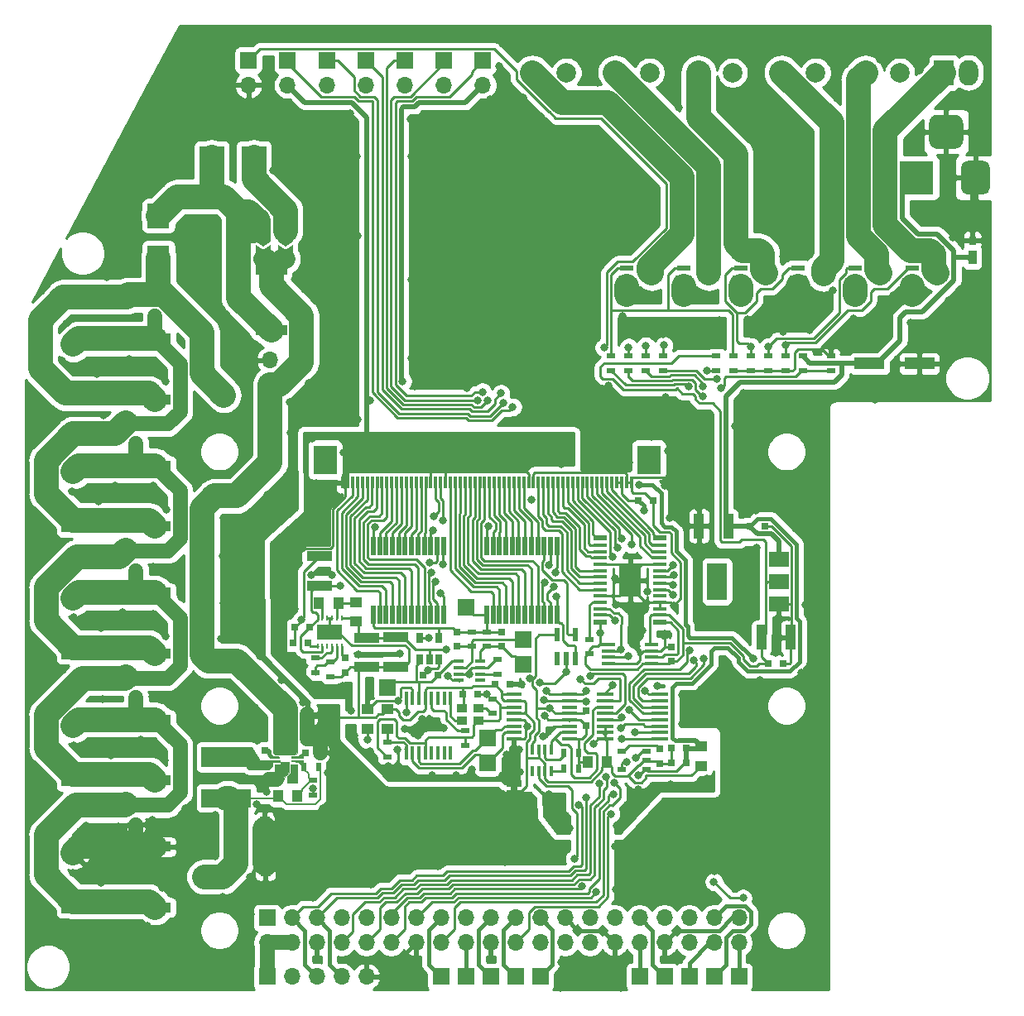
<source format=gtl>
%TF.GenerationSoftware,KiCad,Pcbnew,(5.1.6-0-10_14)*%
%TF.CreationDate,2021-09-30T00:47:32+09:00*%
%TF.ProjectId,qPCR-main,71504352-2d6d-4616-996e-2e6b69636164,rev?*%
%TF.SameCoordinates,Original*%
%TF.FileFunction,Copper,L1,Top*%
%TF.FilePolarity,Positive*%
%FSLAX46Y46*%
G04 Gerber Fmt 4.6, Leading zero omitted, Abs format (unit mm)*
G04 Created by KiCad (PCBNEW (5.1.6-0-10_14)) date 2021-09-30 00:47:32*
%MOMM*%
%LPD*%
G01*
G04 APERTURE LIST*
%TA.AperFunction,NonConductor*%
%ADD10C,0.100000*%
%TD*%
%TA.AperFunction,EtchedComponent*%
%ADD11C,0.100000*%
%TD*%
%TA.AperFunction,SMDPad,CuDef*%
%ADD12R,0.838200X0.711200*%
%TD*%
%TA.AperFunction,SMDPad,CuDef*%
%ADD13R,0.457200X0.254000*%
%TD*%
%TA.AperFunction,SMDPad,CuDef*%
%ADD14R,0.750000X0.800000*%
%TD*%
%TA.AperFunction,SMDPad,CuDef*%
%ADD15R,1.000000X1.250000*%
%TD*%
%TA.AperFunction,SMDPad,CuDef*%
%ADD16R,1.000000X2.500000*%
%TD*%
%TA.AperFunction,SMDPad,CuDef*%
%ADD17R,0.800000X0.750000*%
%TD*%
%TA.AperFunction,ComponentPad*%
%ADD18O,1.700000X1.700000*%
%TD*%
%TA.AperFunction,ComponentPad*%
%ADD19R,1.700000X1.700000*%
%TD*%
%TA.AperFunction,SMDPad,CuDef*%
%ADD20R,1.570000X0.410000*%
%TD*%
%TA.AperFunction,SMDPad,CuDef*%
%ADD21R,0.355600X1.473200*%
%TD*%
%TA.AperFunction,SMDPad,CuDef*%
%ADD22R,0.900000X0.500000*%
%TD*%
%TA.AperFunction,SMDPad,CuDef*%
%ADD23R,1.000000X0.900000*%
%TD*%
%TA.AperFunction,SMDPad,CuDef*%
%ADD24R,1.250000X1.000000*%
%TD*%
%TA.AperFunction,SMDPad,CuDef*%
%ADD25R,0.480000X1.900000*%
%TD*%
%TA.AperFunction,Conductor*%
%ADD26R,2.200000X3.400000*%
%TD*%
%TA.AperFunction,SMDPad,CuDef*%
%ADD27R,1.350000X0.600000*%
%TD*%
%TA.AperFunction,SMDPad,CuDef*%
%ADD28R,1.350000X0.400000*%
%TD*%
%TA.AperFunction,SMDPad,CuDef*%
%ADD29R,1.450000X0.450000*%
%TD*%
%TA.AperFunction,SMDPad,CuDef*%
%ADD30R,1.450000X0.400000*%
%TD*%
%TA.AperFunction,ComponentPad*%
%ADD31C,2.000000*%
%TD*%
%TA.AperFunction,ComponentPad*%
%ADD32R,3.500000X3.500000*%
%TD*%
%TA.AperFunction,SMDPad,CuDef*%
%ADD33C,0.100000*%
%TD*%
%TA.AperFunction,ComponentPad*%
%ADD34O,2.000000X2.600000*%
%TD*%
%TA.AperFunction,ComponentPad*%
%ADD35R,2.000000X2.600000*%
%TD*%
%TA.AperFunction,SMDPad,CuDef*%
%ADD36R,1.320800X0.558800*%
%TD*%
%TA.AperFunction,SMDPad,CuDef*%
%ADD37R,0.650000X1.060000*%
%TD*%
%TA.AperFunction,SMDPad,CuDef*%
%ADD38R,1.060000X0.400000*%
%TD*%
%TA.AperFunction,SMDPad,CuDef*%
%ADD39R,0.400000X1.060000*%
%TD*%
%TA.AperFunction,SMDPad,CuDef*%
%ADD40R,1.676400X0.355600*%
%TD*%
%TA.AperFunction,SMDPad,CuDef*%
%ADD41R,0.800000X0.900000*%
%TD*%
%TA.AperFunction,SMDPad,CuDef*%
%ADD42R,2.000000X1.500000*%
%TD*%
%TA.AperFunction,SMDPad,CuDef*%
%ADD43R,2.000000X3.800000*%
%TD*%
%TA.AperFunction,SMDPad,CuDef*%
%ADD44R,2.400000X3.000000*%
%TD*%
%TA.AperFunction,SMDPad,CuDef*%
%ADD45R,0.300000X1.250000*%
%TD*%
%TA.AperFunction,ComponentPad*%
%ADD46C,0.499999*%
%TD*%
%TA.AperFunction,SMDPad,CuDef*%
%ADD47R,2.500000X1.500000*%
%TD*%
%TA.AperFunction,SMDPad,CuDef*%
%ADD48R,0.249999X0.499999*%
%TD*%
%TA.AperFunction,ComponentPad*%
%ADD49R,2.400000X2.400000*%
%TD*%
%TA.AperFunction,ComponentPad*%
%ADD50C,2.400000*%
%TD*%
%TA.AperFunction,SMDPad,CuDef*%
%ADD51R,0.825500X0.508000*%
%TD*%
%TA.AperFunction,SMDPad,CuDef*%
%ADD52R,3.098800X1.219200*%
%TD*%
%TA.AperFunction,SMDPad,CuDef*%
%ADD53R,5.100000X1.900000*%
%TD*%
%TA.AperFunction,SMDPad,CuDef*%
%ADD54R,5.100000X2.100000*%
%TD*%
%TA.AperFunction,SMDPad,CuDef*%
%ADD55R,2.500000X1.000000*%
%TD*%
%TA.AperFunction,SMDPad,CuDef*%
%ADD56R,2.500000X2.300000*%
%TD*%
%TA.AperFunction,SMDPad,CuDef*%
%ADD57R,2.300000X2.500000*%
%TD*%
%TA.AperFunction,SMDPad,CuDef*%
%ADD58R,0.500000X0.900000*%
%TD*%
%TA.AperFunction,SMDPad,CuDef*%
%ADD59R,3.200000X1.000000*%
%TD*%
%TA.AperFunction,SMDPad,CuDef*%
%ADD60R,0.889000X1.397000*%
%TD*%
%TA.AperFunction,SMDPad,CuDef*%
%ADD61R,0.762000X0.863600*%
%TD*%
%TA.AperFunction,ComponentPad*%
%ADD62O,2.400000X2.400000*%
%TD*%
%TA.AperFunction,SMDPad,CuDef*%
%ADD63R,0.558800X1.473200*%
%TD*%
%TA.AperFunction,ViaPad*%
%ADD64C,0.800000*%
%TD*%
%TA.AperFunction,Conductor*%
%ADD65C,0.250000*%
%TD*%
%TA.AperFunction,Conductor*%
%ADD66C,2.540000*%
%TD*%
%TA.AperFunction,Conductor*%
%ADD67C,1.524000*%
%TD*%
%TA.AperFunction,Conductor*%
%ADD68C,0.381000*%
%TD*%
%TA.AperFunction,Conductor*%
%ADD69C,0.508000*%
%TD*%
%TA.AperFunction,Conductor*%
%ADD70C,0.127000*%
%TD*%
%TA.AperFunction,Conductor*%
%ADD71C,2.032000*%
%TD*%
%TA.AperFunction,Conductor*%
%ADD72C,1.270000*%
%TD*%
%TA.AperFunction,Conductor*%
%ADD73C,0.203200*%
%TD*%
%TA.AperFunction,Conductor*%
%ADD74C,0.254000*%
%TD*%
G04 APERTURE END LIST*
D10*
G36*
X111440000Y-130120000D02*
G01*
X111110000Y-129770000D01*
X110300000Y-129750000D01*
X110300000Y-129650000D01*
X111440000Y-129650000D01*
X111440000Y-130120000D01*
G37*
X111440000Y-130120000D02*
X111110000Y-129770000D01*
X110300000Y-129750000D01*
X110300000Y-129650000D01*
X111440000Y-129650000D01*
X111440000Y-130120000D01*
G36*
X111450000Y-129350000D02*
G01*
X110240000Y-129360000D01*
X110240000Y-129240000D01*
X110920000Y-129240000D01*
X111450000Y-128880000D01*
X111450000Y-129350000D01*
G37*
X111450000Y-129350000D02*
X110240000Y-129360000D01*
X110240000Y-129240000D01*
X110920000Y-129240000D01*
X111450000Y-128880000D01*
X111450000Y-129350000D01*
G36*
X108170000Y-128630000D02*
G01*
X108170000Y-129250000D01*
X109000000Y-129250000D01*
X109000000Y-129340000D01*
X108110000Y-129340000D01*
X107780000Y-129010000D01*
X107780000Y-128340000D01*
X108170000Y-128630000D01*
G37*
X108170000Y-128630000D02*
X108170000Y-129250000D01*
X109000000Y-129250000D01*
X109000000Y-129340000D01*
X108110000Y-129340000D01*
X107780000Y-129010000D01*
X107780000Y-128340000D01*
X108170000Y-128630000D01*
G36*
X110830000Y-128860000D02*
G01*
X110630000Y-129000000D01*
X108580000Y-129000000D01*
X108450000Y-128860000D01*
X108450000Y-126980000D01*
X110830000Y-126980000D01*
X110830000Y-128860000D01*
G37*
X110830000Y-128860000D02*
X110630000Y-129000000D01*
X108580000Y-129000000D01*
X108450000Y-128860000D01*
X108450000Y-126980000D01*
X110830000Y-126980000D01*
X110830000Y-128860000D01*
G36*
X110840000Y-131900000D02*
G01*
X109880000Y-131900000D01*
X109880000Y-131270000D01*
X110210000Y-131010000D01*
X110210000Y-130010000D01*
X110840000Y-130010000D01*
X110840000Y-131900000D01*
G37*
X110840000Y-131900000D02*
X109880000Y-131900000D01*
X109880000Y-131270000D01*
X110210000Y-131010000D01*
X110210000Y-130010000D01*
X110840000Y-130010000D01*
X110840000Y-131900000D01*
G36*
X110030000Y-130880000D02*
G01*
X109570000Y-131220000D01*
X109450000Y-131780000D01*
X108710000Y-131780000D01*
X108600000Y-130930000D01*
X108600000Y-130010000D01*
X109190000Y-130010000D01*
X109280000Y-129930000D01*
X109280000Y-129760000D01*
X110030000Y-129760000D01*
X110030000Y-130880000D01*
G37*
X110030000Y-130880000D02*
X109570000Y-131220000D01*
X109450000Y-131780000D01*
X108710000Y-131780000D01*
X108600000Y-130930000D01*
X108600000Y-130010000D01*
X109190000Y-130010000D01*
X109280000Y-129930000D01*
X109280000Y-129760000D01*
X110030000Y-129760000D01*
X110030000Y-130880000D01*
G36*
X107040000Y-129600000D02*
G01*
X109060000Y-129600000D01*
X109060000Y-129780000D01*
X108430000Y-129780000D01*
X108310000Y-129900000D01*
X108310000Y-130180000D01*
X107960000Y-130520000D01*
X105910000Y-130520000D01*
X105660000Y-130250000D01*
X105660000Y-128310000D01*
X106170000Y-128310000D01*
X107040000Y-129600000D01*
G37*
X107040000Y-129600000D02*
X109060000Y-129600000D01*
X109060000Y-129780000D01*
X108430000Y-129780000D01*
X108310000Y-129900000D01*
X108310000Y-130180000D01*
X107960000Y-130520000D01*
X105910000Y-130520000D01*
X105660000Y-130250000D01*
X105660000Y-128310000D01*
X106170000Y-128310000D01*
X107040000Y-129600000D01*
D11*
%TO.C,JP1*%
G36*
X132750000Y-132230000D02*
G01*
X132750000Y-132730000D01*
X133350000Y-132730000D01*
X133350000Y-132230000D01*
X132750000Y-132230000D01*
G37*
%TD*%
D12*
%TO.P,U10,9*%
%TO.N,GND*%
X109630000Y-130148000D03*
D13*
%TO.P,U10,8*%
%TO.N,12V_UPS*%
X110405000Y-128900001D03*
%TO.P,U10,7*%
%TO.N,Net-(C13-Pad2)*%
X110405000Y-129300000D03*
%TO.P,U10,6*%
%TO.N,/5V_UPS/FB*%
X110405000Y-129700000D03*
%TO.P,U10,5*%
%TO.N,/5V_UPS/SS*%
X110405000Y-130099999D03*
%TO.P,U10,4*%
%TO.N,GND*%
X108855000Y-130099999D03*
%TO.P,U10,3*%
%TO.N,Net-(C15-Pad1)*%
X108855000Y-129700000D03*
%TO.P,U10,2*%
%TO.N,Net-(C15-Pad2)*%
X108855000Y-129300000D03*
%TO.P,U10,1*%
%TO.N,12V_UPS*%
X108855000Y-128900001D03*
%TD*%
D14*
%TO.P,C15,1*%
%TO.N,Net-(C15-Pad1)*%
X107560000Y-130150000D03*
%TO.P,C15,2*%
%TO.N,Net-(C15-Pad2)*%
X107560000Y-128650000D03*
%TD*%
D15*
%TO.P,C18,1*%
%TO.N,/5V_UPS/FB*%
X110910000Y-133230000D03*
%TO.P,C18,2*%
%TO.N,5V_UPS*%
X108910000Y-133230000D03*
%TD*%
D16*
%TO.P,C19,2*%
%TO.N,5V_UPS*%
X104560000Y-136660000D03*
%TO.P,C19,1*%
%TO.N,GND*%
X107560000Y-136660000D03*
%TD*%
D17*
%TO.P,C12,2*%
%TO.N,/5V_UPS/SS*%
X110290000Y-131550000D03*
%TO.P,C12,1*%
%TO.N,GND*%
X108790000Y-131550000D03*
%TD*%
D18*
%TO.P,J2,40*%
%TO.N,/GPIO29*%
X156040000Y-148290000D03*
%TO.P,J2,39*%
%TO.N,GND*%
X156040000Y-145750000D03*
%TO.P,J2,26*%
%TO.N,THERM_R_SWITCH*%
X138260000Y-148290000D03*
%TO.P,J2,25*%
%TO.N,GND*%
X138260000Y-145750000D03*
%TO.P,J2,22*%
%TO.N,MUX_SELECT*%
X133180000Y-148290000D03*
%TO.P,J2,21*%
%TO.N,/GPIO13*%
X133180000Y-145750000D03*
%TO.P,J2,30*%
%TO.N,GND*%
X143340000Y-148290000D03*
%TO.P,J2,29*%
%TO.N,/FAN*%
X143340000Y-145750000D03*
%TO.P,J2,8*%
%TO.N,MUX_S3*%
X115400000Y-148290000D03*
%TO.P,J2,7*%
%TO.N,N/C*%
X115400000Y-145750000D03*
%TO.P,J2,32*%
%TO.N,/GPIO26*%
X145880000Y-148290000D03*
%TO.P,J2,31*%
%TO.N,/GPIO22*%
X145880000Y-145750000D03*
%TO.P,J2,18*%
%TO.N,/GPIO5*%
X128100000Y-148290000D03*
%TO.P,J2,17*%
%TO.N,N/C*%
X128100000Y-145750000D03*
%TO.P,J2,36*%
%TO.N,DLOCK*%
X150960000Y-148290000D03*
%TO.P,J2,35*%
%TO.N,DOPEN*%
X150960000Y-145750000D03*
%TO.P,J2,34*%
%TO.N,GND*%
X148420000Y-148290000D03*
%TO.P,J2,33*%
%TO.N,/WELL_HEATER*%
X148420000Y-145750000D03*
%TO.P,J2,38*%
%TO.N,/GPIO28*%
X153500000Y-148290000D03*
%TO.P,J2,37*%
%TO.N,/GPIO25*%
X153500000Y-145750000D03*
%TO.P,J2,20*%
%TO.N,GND*%
X130640000Y-148290000D03*
%TO.P,J2,19*%
%TO.N,/GPIO12*%
X130640000Y-145750000D03*
%TO.P,J2,10*%
%TO.N,MUX_S2*%
X117940000Y-148290000D03*
%TO.P,J2,9*%
%TO.N,GND*%
X117940000Y-145750000D03*
%TO.P,J2,14*%
X123020000Y-148290000D03*
%TO.P,J2,13*%
%TO.N,/LID_HEATER*%
X123020000Y-145750000D03*
%TO.P,J2,28*%
%TO.N,N/C*%
X140800000Y-148290000D03*
%TO.P,J2,27*%
X140800000Y-145750000D03*
%TO.P,J2,12*%
%TO.N,MUX_S1*%
X120480000Y-148290000D03*
%TO.P,J2,11*%
%TO.N,VIN_SENSE*%
X120480000Y-145750000D03*
%TO.P,J2,24*%
%TO.N,N/C*%
X135720000Y-148290000D03*
%TO.P,J2,23*%
%TO.N,/GPIO14*%
X135720000Y-145750000D03*
D19*
%TO.P,J2,1*%
%TO.N,N/C*%
X107780000Y-145750000D03*
D18*
%TO.P,J2,2*%
%TO.N,5V_UPS*%
X107780000Y-148290000D03*
%TO.P,J2,5*%
%TO.N,I2C_SCL*%
X112860000Y-145750000D03*
%TO.P,J2,4*%
%TO.N,5V_UPS*%
X110320000Y-148290000D03*
%TO.P,J2,16*%
%TO.N,MUX_S0*%
X125560000Y-148290000D03*
%TO.P,J2,15*%
%TO.N,/GPIO3*%
X125560000Y-145750000D03*
%TO.P,J2,3*%
%TO.N,I2C_SDA*%
X110320000Y-145750000D03*
%TO.P,J2,6*%
%TO.N,GND*%
X112860000Y-148290000D03*
%TD*%
D20*
%TO.P,U2,16*%
%TO.N,I2C_SCL*%
X138750000Y-122875000D03*
%TO.P,U2,15*%
%TO.N,I2C_SDA*%
X138750000Y-123525000D03*
%TO.P,U2,14*%
%TO.N,N/C*%
X138750000Y-124175000D03*
%TO.P,U2,13*%
%TO.N,3V3D*%
X138750000Y-124825000D03*
%TO.P,U2,12*%
%TO.N,3V3A*%
X138750000Y-125475000D03*
%TO.P,U2,11*%
%TO.N,GNDA*%
X138750000Y-126125000D03*
%TO.P,U2,10*%
%TO.N,THERM_MUX_OUT*%
X138750000Y-126775000D03*
%TO.P,U2,9*%
%TO.N,3V3A*%
X138750000Y-127425000D03*
%TO.P,U2,8*%
%TO.N,GNDA*%
X133010000Y-127425000D03*
%TO.P,U2,7*%
%TO.N,/Photo/PHOTO_OUT_N*%
X133010000Y-126775000D03*
%TO.P,U2,6*%
%TO.N,/Photo/PHOTO_OUT_P*%
X133010000Y-126125000D03*
%TO.P,U2,5*%
%TO.N,GNDA*%
X133010000Y-125475000D03*
%TO.P,U2,4*%
%TO.N,GND*%
X133010000Y-124825000D03*
%TO.P,U2,3*%
%TO.N,3V3D*%
X133010000Y-124175000D03*
%TO.P,U2,2*%
%TO.N,GND*%
X133010000Y-123525000D03*
%TO.P,U2,1*%
X133010000Y-122875000D03*
%TD*%
D19*
%TO.P,J16,1*%
%TO.N,/Photo/AMP_OUT*%
X120080000Y-122150000D03*
%TD*%
%TO.P,J17,1*%
%TO.N,12V_UPS*%
X108110000Y-91190000D03*
D18*
%TO.P,J17,2*%
%TO.N,GND*%
X108110000Y-88650000D03*
%TD*%
D21*
%TO.P,U1,16*%
%TO.N,N/C*%
X126554999Y-128879400D03*
%TO.P,U1,15*%
X125904998Y-128879400D03*
%TO.P,U1,14*%
X125254999Y-128879400D03*
%TO.P,U1,13*%
X124604998Y-128879400D03*
%TO.P,U1,12*%
%TO.N,3V3D*%
X123954999Y-128879400D03*
%TO.P,U1,11*%
%TO.N,/Photo/PHOTO_OUT_P*%
X123305001Y-128879400D03*
%TO.P,U1,10*%
%TO.N,/Photo/PHOTO_OUT_N*%
X122654999Y-128879400D03*
%TO.P,U1,9*%
%TO.N,Net-(C1-Pad1)*%
X122005001Y-128879400D03*
%TO.P,U1,8*%
%TO.N,Net-(C2-Pad1)*%
X122005001Y-123240600D03*
%TO.P,U1,7*%
%TO.N,GNDA*%
X122655002Y-123240600D03*
%TO.P,U1,6*%
%TO.N,/Photo/AMP_OUT*%
X123305001Y-123240600D03*
%TO.P,U1,5*%
%TO.N,GND*%
X123955002Y-123240600D03*
%TO.P,U1,4*%
%TO.N,Net-(R11-Pad1)*%
X124605001Y-123240600D03*
%TO.P,U1,3*%
%TO.N,N/C*%
X125254999Y-123240600D03*
%TO.P,U1,2*%
X125905001Y-123240600D03*
%TO.P,U1,1*%
%TO.N,CLKIN*%
X126554999Y-123240600D03*
%TD*%
D22*
%TO.P,R10,2*%
%TO.N,3V3D*%
X120070000Y-129270000D03*
%TO.P,R10,1*%
%TO.N,Net-(C1-Pad1)*%
X120070000Y-127770000D03*
%TD*%
%TO.P,R14,2*%
%TO.N,3V3D*%
X130870000Y-123320000D03*
%TO.P,R14,1*%
%TO.N,Net-(R14-Pad1)*%
X130870000Y-124820000D03*
%TD*%
D17*
%TO.P,C7,1*%
%TO.N,3V3D*%
X129310000Y-122890000D03*
%TO.P,C7,2*%
%TO.N,GND*%
X127810000Y-122890000D03*
%TD*%
D23*
%TO.P,U3,1*%
%TO.N,Net-(R14-Pad1)*%
X129372500Y-124327500D03*
%TO.P,U3,2*%
%TO.N,GND*%
X127747500Y-124327500D03*
%TO.P,U3,3*%
%TO.N,CLKIN*%
X127747500Y-125552500D03*
%TO.P,U3,4*%
%TO.N,3V3D*%
X129372500Y-125552500D03*
%TD*%
D24*
%TO.P,C2,2*%
%TO.N,GNDA*%
X118050000Y-124410000D03*
%TO.P,C2,1*%
%TO.N,Net-(C2-Pad1)*%
X118050000Y-126410000D03*
%TD*%
D25*
%TO.P,U20,24*%
%TO.N,3V3D*%
X118665000Y-107675000D03*
%TO.P,U20,23*%
%TO.N,/PhotoMUX/N_PD_OUT8*%
X119315000Y-107675000D03*
%TO.P,U20,22*%
%TO.N,/PhotoMUX/N_PD_OUT7*%
X119965000Y-107675000D03*
%TO.P,U20,21*%
%TO.N,/PhotoMUX/N_PD_OUT6*%
X120615000Y-107675000D03*
%TO.P,U20,20*%
%TO.N,/PhotoMUX/N_PD_OUT5*%
X121265000Y-107675000D03*
%TO.P,U20,19*%
%TO.N,/PhotoMUX/N_PD_OUT4*%
X121915000Y-107675000D03*
%TO.P,U20,18*%
%TO.N,/PhotoMUX/N_PD_OUT3*%
X122565000Y-107675000D03*
%TO.P,U20,17*%
%TO.N,/PhotoMUX/N_PD_OUT2*%
X123215000Y-107675000D03*
%TO.P,U20,16*%
%TO.N,/PhotoMUX/N_PD_OUT1*%
X123865000Y-107675000D03*
%TO.P,U20,15*%
%TO.N,MUX_SELECT*%
X124515000Y-107675000D03*
%TO.P,U20,14*%
%TO.N,MUX_S2*%
X125165000Y-107675000D03*
%TO.P,U20,13*%
%TO.N,MUX_S3*%
X125815000Y-107675000D03*
%TO.P,U20,12*%
%TO.N,-1V*%
X125815000Y-114685000D03*
%TO.P,U20,11*%
%TO.N,MUX_S1*%
X125165000Y-114685000D03*
%TO.P,U20,10*%
%TO.N,MUX_S0*%
X124515000Y-114685000D03*
%TO.P,U20,9*%
%TO.N,/PhotoMUX/N_PD_OUT9*%
X123865000Y-114685000D03*
%TO.P,U20,8*%
%TO.N,/PhotoMUX/N_PD_OUT10*%
X123215000Y-114685000D03*
%TO.P,U20,7*%
%TO.N,/PhotoMUX/N_PD_OUT11*%
X122565000Y-114685000D03*
%TO.P,U20,6*%
%TO.N,/PhotoMUX/N_PD_OUT12*%
X121915000Y-114685000D03*
%TO.P,U20,5*%
%TO.N,/PhotoMUX/N_PD_OUT13*%
X121265000Y-114685000D03*
%TO.P,U20,4*%
%TO.N,/PhotoMUX/N_PD_OUT14*%
X120615000Y-114685000D03*
%TO.P,U20,3*%
%TO.N,/PhotoMUX/N_PD_OUT15*%
X119965000Y-114685000D03*
%TO.P,U20,2*%
%TO.N,/PhotoMUX/N_PD_OUT16*%
X119315000Y-114685000D03*
%TO.P,U20,1*%
%TO.N,PD_MUX_OUT*%
X118665000Y-114685000D03*
%TD*%
D26*
%TO.N,GND*%
%TO.C,U7*%
X144940000Y-111180000D03*
D27*
%TD*%
%TO.P,U7,14*%
%TO.N,S_LED_OUT8*%
X147990000Y-106855000D03*
%TO.P,U7,15*%
%TO.N,N_LED_OUT8*%
X141890000Y-106855000D03*
D28*
%TO.P,U7,13*%
%TO.N,S_LED_OUT7*%
X147990000Y-107605000D03*
%TO.P,U7,16*%
%TO.N,N_LED_OUT7*%
X141890000Y-107605000D03*
%TO.P,U7,12*%
%TO.N,S_LED_OUT6*%
X147990000Y-108255000D03*
%TO.P,U7,17*%
%TO.N,N_LED_OUT6*%
X141890000Y-108255000D03*
%TO.P,U7,11*%
%TO.N,S_LED_OUT5*%
X147990000Y-108905000D03*
%TO.P,U7,18*%
%TO.N,N_LED_OUT5*%
X141890000Y-108905000D03*
%TO.P,U7,10*%
%TO.N,GND*%
X147990000Y-109555000D03*
%TO.P,U7,19*%
X141890000Y-109555000D03*
%TO.P,U7,9*%
%TO.N,S_LED_OUT4*%
X147990000Y-110205000D03*
%TO.P,U7,20*%
%TO.N,N_LED_OUT4*%
X141890000Y-110205000D03*
%TO.P,U7,8*%
%TO.N,S_LED_OUT3*%
X147990000Y-110855000D03*
%TO.P,U7,21*%
%TO.N,N_LED_OUT3*%
X141890000Y-110855000D03*
%TO.P,U7,7*%
%TO.N,S_LED_OUT2*%
X147990000Y-111505000D03*
%TO.P,U7,22*%
%TO.N,N_LED_OUT2*%
X141890000Y-111505000D03*
%TO.P,U7,6*%
%TO.N,S_LED_OUT1*%
X147990000Y-112155000D03*
%TO.P,U7,23*%
%TO.N,N_LED_OUT1*%
X141890000Y-112155000D03*
%TO.P,U7,5*%
%TO.N,N/C*%
X147990000Y-112805000D03*
%TO.P,U7,24*%
%TO.N,GND*%
X141890000Y-112805000D03*
%TO.P,U7,4*%
X147990000Y-113455000D03*
%TO.P,U7,25*%
%TO.N,Net-(R16-Pad1)*%
X141890000Y-113455000D03*
%TO.P,U7,3*%
%TO.N,GND*%
X147990000Y-114105000D03*
%TO.P,U7,26*%
%TO.N,I2C_SCL*%
X141890000Y-114105000D03*
%TO.P,U7,2*%
%TO.N,3V3D*%
X147990000Y-114755000D03*
%TO.P,U7,27*%
%TO.N,I2C_SDA*%
X141890000Y-114755000D03*
D27*
%TO.P,U7,1*%
%TO.N,/PhotoLED/LED_IREF*%
X147990000Y-115505000D03*
%TO.P,U7,28*%
%TO.N,3V3D*%
X141890000Y-115505000D03*
%TD*%
D29*
%TO.P,U6,1*%
%TO.N,3V3D*%
X142740000Y-117750000D03*
D30*
%TO.P,U6,2*%
%TO.N,I2C_SCL*%
X142740000Y-118425000D03*
%TO.P,U6,3*%
%TO.N,I2C_SDA*%
X142740000Y-119075000D03*
D29*
%TO.P,U6,4*%
%TO.N,GND*%
X142740000Y-119750000D03*
%TO.P,U6,5*%
%TO.N,3V3D*%
X147140000Y-119750000D03*
D30*
%TO.P,U6,6*%
%TO.N,/PhotoLED/LED_IREF*%
X147140000Y-119075000D03*
%TO.P,U6,7*%
%TO.N,GND*%
X147140000Y-118425000D03*
D29*
%TO.P,U6,8*%
%TO.N,3V3D*%
X147140000Y-117750000D03*
%TD*%
D31*
%TO.P,FAN1,2*%
%TO.N,Net-(FAN1-Pad2)*%
X169000000Y-59250000D03*
%TO.P,FAN1,1*%
%TO.N,12V*%
X172500000Y-59250000D03*
%TD*%
%TO.P,HLID1,1*%
%TO.N,12V*%
X146910000Y-59250000D03*
%TO.P,HLID1,2*%
%TO.N,Net-(HLID1-Pad2)*%
X143410000Y-59250000D03*
%TD*%
%TO.P,HLID2,1*%
%TO.N,12V*%
X138410000Y-59250000D03*
%TO.P,HLID2,2*%
%TO.N,Net-(HLID2-Pad2)*%
X134910000Y-59250000D03*
%TD*%
%TO.P,HWELL1,2*%
%TO.N,Net-(HWELL1-Pad2)*%
X160410000Y-59250000D03*
%TO.P,HWELL1,1*%
%TO.N,12V*%
X163910000Y-59250000D03*
%TD*%
%TO.P,HWELL2,1*%
%TO.N,12V*%
X155410000Y-59250000D03*
%TO.P,HWELL2,2*%
%TO.N,Net-(HWELL2-Pad2)*%
X151910000Y-59250000D03*
%TD*%
%TO.P,J1,3*%
%TO.N,GND*%
%TA.AperFunction,ComponentPad*%
G36*
G01*
X178989000Y-64425000D02*
X178989000Y-66175000D01*
G75*
G02*
X178114000Y-67050000I-875000J0D01*
G01*
X176364000Y-67050000D01*
G75*
G02*
X175489000Y-66175000I0J875000D01*
G01*
X175489000Y-64425000D01*
G75*
G02*
X176364000Y-63550000I875000J0D01*
G01*
X178114000Y-63550000D01*
G75*
G02*
X178989000Y-64425000I0J-875000D01*
G01*
G37*
%TD.AperFunction*%
%TO.P,J1,2*%
%TA.AperFunction,ComponentPad*%
G36*
G01*
X181739000Y-69000000D02*
X181739000Y-71000000D01*
G75*
G02*
X180989000Y-71750000I-750000J0D01*
G01*
X179489000Y-71750000D01*
G75*
G02*
X178739000Y-71000000I0J750000D01*
G01*
X178739000Y-69000000D01*
G75*
G02*
X179489000Y-68250000I750000J0D01*
G01*
X180989000Y-68250000D01*
G75*
G02*
X181739000Y-69000000I0J-750000D01*
G01*
G37*
%TD.AperFunction*%
D32*
%TO.P,J1,1*%
%TO.N,12V*%
X174239000Y-70000000D03*
%TD*%
D19*
%TO.P,J3,1*%
%TO.N,/GPIO3*%
X125560000Y-151750000D03*
%TD*%
%TO.P,J4,1*%
%TO.N,/GPIO5*%
X128100000Y-151750000D03*
%TD*%
%TO.P,J5,1*%
%TO.N,/GPIO12*%
X130640000Y-151750000D03*
%TD*%
%TO.P,J6,1*%
%TO.N,/GPIO13*%
X133180000Y-151750000D03*
%TD*%
%TO.P,J7,1*%
%TO.N,/GPIO14*%
X135720000Y-151750000D03*
%TD*%
%TO.P,J8,1*%
%TO.N,/GPIO22*%
X148420000Y-151750000D03*
%TD*%
%TO.P,J9,1*%
%TO.N,/GPIO26*%
X145880000Y-151750000D03*
%TD*%
%TO.P,J10,1*%
%TO.N,/GPIO28*%
X150960000Y-151750000D03*
%TD*%
%TA.AperFunction,SMDPad,CuDef*%
D33*
%TO.P,JP1,2*%
%TO.N,GNDA*%
G36*
X132300602Y-131830000D02*
G01*
X132300602Y-131805466D01*
X132305412Y-131756635D01*
X132314984Y-131708510D01*
X132329228Y-131661555D01*
X132348005Y-131616222D01*
X132371136Y-131572949D01*
X132398396Y-131532150D01*
X132429524Y-131494221D01*
X132464221Y-131459524D01*
X132502150Y-131428396D01*
X132542949Y-131401136D01*
X132586222Y-131378005D01*
X132631555Y-131359228D01*
X132678510Y-131344984D01*
X132726635Y-131335412D01*
X132775466Y-131330602D01*
X132800000Y-131330602D01*
X132800000Y-131330000D01*
X133300000Y-131330000D01*
X133300000Y-131330602D01*
X133324534Y-131330602D01*
X133373365Y-131335412D01*
X133421490Y-131344984D01*
X133468445Y-131359228D01*
X133513778Y-131378005D01*
X133557051Y-131401136D01*
X133597850Y-131428396D01*
X133635779Y-131459524D01*
X133670476Y-131494221D01*
X133701604Y-131532150D01*
X133728864Y-131572949D01*
X133751995Y-131616222D01*
X133770772Y-131661555D01*
X133785016Y-131708510D01*
X133794588Y-131756635D01*
X133799398Y-131805466D01*
X133799398Y-131830000D01*
X133800000Y-131830000D01*
X133800000Y-132330000D01*
X132300000Y-132330000D01*
X132300000Y-131830000D01*
X132300602Y-131830000D01*
G37*
%TD.AperFunction*%
%TA.AperFunction,SMDPad,CuDef*%
%TO.P,JP1,1*%
%TO.N,GND*%
G36*
X133800000Y-132630000D02*
G01*
X133800000Y-133130000D01*
X133799398Y-133130000D01*
X133799398Y-133154534D01*
X133794588Y-133203365D01*
X133785016Y-133251490D01*
X133770772Y-133298445D01*
X133751995Y-133343778D01*
X133728864Y-133387051D01*
X133701604Y-133427850D01*
X133670476Y-133465779D01*
X133635779Y-133500476D01*
X133597850Y-133531604D01*
X133557051Y-133558864D01*
X133513778Y-133581995D01*
X133468445Y-133600772D01*
X133421490Y-133615016D01*
X133373365Y-133624588D01*
X133324534Y-133629398D01*
X133300000Y-133629398D01*
X133300000Y-133630000D01*
X132800000Y-133630000D01*
X132800000Y-133629398D01*
X132775466Y-133629398D01*
X132726635Y-133624588D01*
X132678510Y-133615016D01*
X132631555Y-133600772D01*
X132586222Y-133581995D01*
X132542949Y-133558864D01*
X132502150Y-133531604D01*
X132464221Y-133500476D01*
X132429524Y-133465779D01*
X132398396Y-133427850D01*
X132371136Y-133387051D01*
X132348005Y-133343778D01*
X132329228Y-133298445D01*
X132314984Y-133251490D01*
X132305412Y-133203365D01*
X132300602Y-133154534D01*
X132300602Y-133130000D01*
X132300000Y-133130000D01*
X132300000Y-132630000D01*
X133800000Y-132630000D01*
G37*
%TD.AperFunction*%
%TD*%
D34*
%TO.P,LOCK1,2*%
%TO.N,12V*%
X179540000Y-59250000D03*
D35*
%TO.P,LOCK1,1*%
%TO.N,Net-(LOCK1-Pad1)*%
X177000000Y-59250000D03*
%TD*%
D36*
%TO.P,Q1,3*%
%TO.N,Net-(LOCK1-Pad1)*%
X175935532Y-80150000D03*
%TO.P,Q1,2*%
%TO.N,GND*%
X173751132Y-81089800D03*
%TO.P,Q1,1*%
%TO.N,Net-(Q1-Pad1)*%
X173751132Y-79210200D03*
%TD*%
%TO.P,Q2,3*%
%TO.N,Net-(FAN1-Pad2)*%
X170102199Y-80150000D03*
%TO.P,Q2,2*%
%TO.N,GND*%
X167917799Y-81089800D03*
%TO.P,Q2,1*%
%TO.N,Net-(Q2-Pad1)*%
X167917799Y-79210200D03*
%TD*%
%TO.P,Q3,1*%
%TO.N,Net-(Q3-Pad1)*%
X150417800Y-79210200D03*
%TO.P,Q3,2*%
%TO.N,GND*%
X150417800Y-81089800D03*
%TO.P,Q3,3*%
%TO.N,Net-(HLID1-Pad2)*%
X152602200Y-80150000D03*
%TD*%
%TO.P,Q4,3*%
%TO.N,Net-(HLID2-Pad2)*%
X146768867Y-80150000D03*
%TO.P,Q4,2*%
%TO.N,GND*%
X144584467Y-81089800D03*
%TO.P,Q4,1*%
%TO.N,Net-(Q3-Pad1)*%
X144584467Y-79210200D03*
%TD*%
%TO.P,Q5,1*%
%TO.N,Net-(Q5-Pad1)*%
X162084466Y-79210200D03*
%TO.P,Q5,2*%
%TO.N,GND*%
X162084466Y-81089800D03*
%TO.P,Q5,3*%
%TO.N,Net-(HWELL1-Pad2)*%
X164268866Y-80150000D03*
%TD*%
%TO.P,Q6,1*%
%TO.N,Net-(Q5-Pad1)*%
X156251133Y-79210200D03*
%TO.P,Q6,2*%
%TO.N,GND*%
X156251133Y-81089800D03*
%TO.P,Q6,3*%
%TO.N,Net-(HWELL2-Pad2)*%
X158435533Y-80150000D03*
%TD*%
D18*
%TO.P,SW1,2*%
%TO.N,GND*%
X105875500Y-60520000D03*
D19*
%TO.P,SW1,1*%
%TO.N,DOPEN*%
X105875500Y-57980000D03*
%TD*%
%TO.P,AIR,1*%
%TO.N,THERM_AIR*%
X121875500Y-57980000D03*
D18*
%TO.P,AIR,2*%
%TO.N,GNDA*%
X121875500Y-60520000D03*
%TD*%
D19*
%TO.P,EXT1,1*%
%TO.N,THERM_EXT1*%
X117875500Y-57980000D03*
D18*
%TO.P,EXT1,2*%
%TO.N,GNDA*%
X117875500Y-60520000D03*
%TD*%
%TO.P,EXT2,2*%
%TO.N,GNDA*%
X113875500Y-60520000D03*
D19*
%TO.P,EXT2,1*%
%TO.N,THERM_EXT2*%
X113875500Y-57980000D03*
%TD*%
D18*
%TO.P,EXT3,2*%
%TO.N,GNDA*%
X109875500Y-60520000D03*
D19*
%TO.P,EXT3,1*%
%TO.N,THERM_EXT3*%
X109875500Y-57980000D03*
%TD*%
%TO.P,LID,1*%
%TO.N,THERM_LID*%
X129875500Y-57980000D03*
D18*
%TO.P,LID,2*%
%TO.N,GNDA*%
X129875500Y-60520000D03*
%TD*%
D19*
%TO.P,WELL,1*%
%TO.N,THERM_WELL*%
X125875500Y-57980000D03*
D18*
%TO.P,WELL,2*%
%TO.N,GNDA*%
X125875500Y-60520000D03*
%TD*%
D37*
%TO.P,U4,5*%
%TO.N,3V3D*%
X123440000Y-117070000D03*
%TO.P,U4,4*%
%TO.N,PD_MUX_OUT*%
X125340000Y-117070000D03*
%TO.P,U4,3*%
%TO.N,GNDA*%
X125340000Y-119270000D03*
%TO.P,U4,2*%
%TO.N,-1V*%
X124390000Y-119270000D03*
%TO.P,U4,1*%
%TO.N,/Photo/AMP_OUT*%
X123440000Y-119270000D03*
%TD*%
D38*
%TO.P,U5,1*%
%TO.N,/Photo/AMP_OUT*%
X127420000Y-119480000D03*
%TO.P,U5,2*%
%TO.N,/Photo/GAIN_LARGE*%
X127420000Y-120130000D03*
%TO.P,U5,3*%
%TO.N,-1V*%
X127420000Y-120790000D03*
%TO.P,U5,4*%
%TO.N,3V3D*%
X127420000Y-121440000D03*
%TO.P,U5,5*%
%TO.N,N/C*%
X129620000Y-121440000D03*
%TO.P,U5,6*%
%TO.N,/Photo/AMP_GAIN_SW*%
X129620000Y-120790000D03*
%TO.P,U5,7*%
%TO.N,-1V*%
X129620000Y-120130000D03*
%TO.P,U5,8*%
%TO.N,/Photo/GAIN_SMALL*%
X129620000Y-119480000D03*
%TD*%
D39*
%TO.P,U8,8*%
%TO.N,Net-(R17-Pad2)*%
X136860000Y-130730000D03*
%TO.P,U8,7*%
%TO.N,GND*%
X136210000Y-130730000D03*
%TO.P,U8,6*%
%TO.N,THERM_R_SWITCH*%
X135550000Y-130730000D03*
%TO.P,U8,5*%
%TO.N,N/C*%
X134900000Y-130730000D03*
%TO.P,U8,4*%
%TO.N,3V3D*%
X134900000Y-128530000D03*
%TO.P,U8,3*%
%TO.N,GND*%
X135550000Y-128530000D03*
%TO.P,U8,2*%
%TO.N,Net-(R18-Pad2)*%
X136210000Y-128530000D03*
%TO.P,U8,1*%
%TO.N,THERM_MUX_OUT*%
X136860000Y-128530000D03*
%TD*%
D40*
%TO.P,U9,16*%
%TO.N,3V3D*%
X147989400Y-122875001D03*
%TO.P,U9,15*%
%TO.N,THERM_LID*%
X147989400Y-123525002D03*
%TO.P,U9,14*%
%TO.N,THERM_AIR*%
X147989400Y-124175001D03*
%TO.P,U9,13*%
%TO.N,THERM_WELL*%
X147989400Y-124825002D03*
%TO.P,U9,12*%
%TO.N,THERM_EXT1*%
X147989400Y-125475001D03*
%TO.P,U9,11*%
%TO.N,MUX_S0*%
X147989400Y-126124999D03*
%TO.P,U9,10*%
%TO.N,MUX_S1*%
X147989400Y-126775001D03*
%TO.P,U9,9*%
%TO.N,MUX_S2*%
X147989400Y-127424999D03*
%TO.P,U9,8*%
%TO.N,GND*%
X142350600Y-127424999D03*
%TO.P,U9,7*%
X142350600Y-126774998D03*
%TO.P,U9,6*%
X142350600Y-126124999D03*
%TO.P,U9,5*%
%TO.N,THERM_EXT3*%
X142350600Y-125474998D03*
%TO.P,U9,4*%
%TO.N,PD_TH2*%
X142350600Y-124824999D03*
%TO.P,U9,3*%
%TO.N,THERM_MUX_OUT*%
X142350600Y-124175001D03*
%TO.P,U9,2*%
%TO.N,PD_TH1*%
X142350600Y-123524999D03*
%TO.P,U9,1*%
%TO.N,THERM_EXT2*%
X142350600Y-122875001D03*
%TD*%
D41*
%TO.P,U11,3*%
%TO.N,Net-(C21-Pad2)*%
X96346000Y-84200000D03*
%TO.P,U11,2*%
%TO.N,Net-(C21-Pad1)*%
X95396000Y-82200000D03*
%TO.P,U11,1*%
X97296000Y-82200000D03*
%TD*%
%TO.P,U12,1*%
%TO.N,Net-(C21-Pad2)*%
X95336000Y-95200000D03*
%TO.P,U12,2*%
X93436000Y-95200000D03*
%TO.P,U12,3*%
%TO.N,Net-(C22-Pad2)*%
X94386000Y-97200000D03*
%TD*%
%TO.P,U13,3*%
%TO.N,Net-(C23-Pad2)*%
X94386000Y-110200000D03*
%TO.P,U13,2*%
%TO.N,Net-(C22-Pad2)*%
X93436000Y-108200000D03*
%TO.P,U13,1*%
X95336000Y-108200000D03*
%TD*%
%TO.P,U14,1*%
%TO.N,Net-(C23-Pad2)*%
X95336000Y-121200000D03*
%TO.P,U14,2*%
X93436000Y-121200000D03*
%TO.P,U14,3*%
%TO.N,Net-(C24-Pad2)*%
X94386000Y-123200000D03*
%TD*%
%TO.P,U15,3*%
%TO.N,GND*%
X94386000Y-136200000D03*
%TO.P,U15,2*%
%TO.N,Net-(C24-Pad2)*%
X93436000Y-134200000D03*
%TO.P,U15,1*%
X95336000Y-134200000D03*
%TD*%
D42*
%TO.P,U16,1*%
%TO.N,GND*%
X160110000Y-113610000D03*
%TO.P,U16,3*%
%TO.N,12V*%
X160110000Y-109010000D03*
%TO.P,U16,2*%
%TO.N,3V3D*%
X160110000Y-111310000D03*
D43*
%TO.P,U16,4*%
%TO.N,N/C*%
X153810000Y-111310000D03*
%TD*%
D19*
%TO.P,LCD1,1*%
%TO.N,5V_UPS*%
X107780000Y-151750000D03*
D18*
%TO.P,LCD1,2*%
%TO.N,N/C*%
X110320000Y-151750000D03*
%TO.P,LCD1,3*%
%TO.N,I2C_SDA*%
X112860000Y-151750000D03*
%TO.P,LCD1,4*%
%TO.N,I2C_SCL*%
X115400000Y-151750000D03*
%TO.P,LCD1,5*%
%TO.N,GND*%
X117940000Y-151750000D03*
%TD*%
D44*
%TO.P,J18,G2*%
%TO.N,N/C*%
X113740000Y-98855000D03*
%TO.P,J18,G1*%
X146840000Y-98855000D03*
D45*
%TO.P,J18,60*%
%TO.N,GNDA*%
X115540000Y-101180000D03*
%TO.P,J18,59*%
X116040000Y-101180000D03*
%TO.P,J18,58*%
%TO.N,/PhotoMUX/N_PD_OUT16*%
X116540000Y-101180000D03*
%TO.P,J18,57*%
%TO.N,/PhotoMUX/N_PD_OUT15*%
X117040000Y-101180000D03*
%TO.P,J18,56*%
%TO.N,/PhotoMUX/N_PD_OUT14*%
X117540000Y-101180000D03*
%TO.P,J18,55*%
%TO.N,/PhotoMUX/N_PD_OUT13*%
X118040000Y-101180000D03*
%TO.P,J18,54*%
%TO.N,/PhotoMUX/N_PD_OUT12*%
X118540000Y-101180000D03*
%TO.P,J18,53*%
%TO.N,/PhotoMUX/N_PD_OUT11*%
X119040000Y-101180000D03*
%TO.P,J18,52*%
%TO.N,/PhotoMUX/N_PD_OUT10*%
X119540000Y-101180000D03*
%TO.P,J18,51*%
%TO.N,/PhotoMUX/N_PD_OUT9*%
X120040000Y-101180000D03*
%TO.P,J18,50*%
%TO.N,/PhotoMUX/N_PD_OUT8*%
X120540000Y-101180000D03*
%TO.P,J18,49*%
%TO.N,/PhotoMUX/N_PD_OUT7*%
X121040000Y-101180000D03*
%TO.P,J18,48*%
%TO.N,/PhotoMUX/N_PD_OUT6*%
X121540000Y-101180000D03*
%TO.P,J18,47*%
%TO.N,/PhotoMUX/N_PD_OUT5*%
X122040000Y-101180000D03*
%TO.P,J18,46*%
%TO.N,/PhotoMUX/N_PD_OUT4*%
X122540000Y-101180000D03*
%TO.P,J18,45*%
%TO.N,/PhotoMUX/N_PD_OUT3*%
X123040000Y-101180000D03*
%TO.P,J18,44*%
%TO.N,/PhotoMUX/N_PD_OUT2*%
X123540000Y-101180000D03*
%TO.P,J18,43*%
%TO.N,/PhotoMUX/N_PD_OUT1*%
X124040000Y-101180000D03*
%TO.P,J18,42*%
%TO.N,GNDA*%
X124540000Y-101180000D03*
%TO.P,J18,41*%
%TO.N,PD_TH2*%
X125040000Y-101180000D03*
%TO.P,J18,40*%
%TO.N,PD_TH1*%
X125540000Y-101180000D03*
%TO.P,J18,39*%
%TO.N,GNDA*%
X126040000Y-101180000D03*
%TO.P,J18,38*%
%TO.N,/PhotoMUX/S_PD_OUT1*%
X126540000Y-101180000D03*
%TO.P,J18,37*%
%TO.N,/PhotoMUX/S_PD_OUT2*%
X127040000Y-101180000D03*
%TO.P,J18,36*%
%TO.N,/PhotoMUX/S_PD_OUT3*%
X127540000Y-101180000D03*
%TO.P,J18,35*%
%TO.N,/PhotoMUX/S_PD_OUT4*%
X128040000Y-101180000D03*
%TO.P,J18,34*%
%TO.N,/PhotoMUX/S_PD_OUT5*%
X128540000Y-101180000D03*
%TO.P,J18,33*%
%TO.N,/PhotoMUX/S_PD_OUT6*%
X129040000Y-101180000D03*
%TO.P,J18,32*%
%TO.N,/PhotoMUX/S_PD_OUT7*%
X129540000Y-101180000D03*
%TO.P,J18,31*%
%TO.N,/PhotoMUX/S_PD_OUT8*%
X130040000Y-101180000D03*
%TO.P,J18,30*%
%TO.N,/PhotoMUX/S_PD_OUT9*%
X130540000Y-101180000D03*
%TO.P,J18,29*%
%TO.N,/PhotoMUX/S_PD_OUT10*%
X131040000Y-101180000D03*
%TO.P,J18,28*%
%TO.N,/PhotoMUX/S_PD_OUT11*%
X131540000Y-101180000D03*
%TO.P,J18,27*%
%TO.N,/PhotoMUX/S_PD_OUT12*%
X132040000Y-101180000D03*
%TO.P,J18,26*%
%TO.N,/PhotoMUX/S_PD_OUT13*%
X132540000Y-101180000D03*
%TO.P,J18,25*%
%TO.N,/PhotoMUX/S_PD_OUT14*%
X133040000Y-101180000D03*
%TO.P,J18,24*%
%TO.N,/PhotoMUX/S_PD_OUT15*%
X133540000Y-101180000D03*
%TO.P,J18,23*%
%TO.N,/PhotoMUX/S_PD_OUT16*%
X134040000Y-101180000D03*
%TO.P,J18,22*%
%TO.N,GNDA*%
X134540000Y-101180000D03*
%TO.P,J18,21*%
%TO.N,GND*%
X135040000Y-101180000D03*
%TO.P,J18,20*%
%TO.N,N_LED_OUT1*%
X135540000Y-101180000D03*
%TO.P,J18,19*%
%TO.N,N_LED_OUT2*%
X136040000Y-101180000D03*
%TO.P,J18,18*%
%TO.N,N_LED_OUT3*%
X136540000Y-101180000D03*
%TO.P,J18,17*%
%TO.N,N_LED_OUT4*%
X137040000Y-101180000D03*
%TO.P,J18,16*%
%TO.N,N_LED_OUT5*%
X137540000Y-101180000D03*
%TO.P,J18,15*%
%TO.N,N_LED_OUT6*%
X138040000Y-101180000D03*
%TO.P,J18,14*%
%TO.N,N_LED_OUT7*%
X138540000Y-101180000D03*
%TO.P,J18,13*%
%TO.N,N_LED_OUT8*%
X139040000Y-101180000D03*
%TO.P,J18,12*%
%TO.N,S_LED_OUT1*%
X139540000Y-101180000D03*
%TO.P,J18,11*%
%TO.N,S_LED_OUT2*%
X140040000Y-101180000D03*
%TO.P,J18,10*%
%TO.N,S_LED_OUT3*%
X140540000Y-101180000D03*
%TO.P,J18,9*%
%TO.N,S_LED_OUT4*%
X141040000Y-101180000D03*
%TO.P,J18,8*%
%TO.N,S_LED_OUT5*%
X141540000Y-101180000D03*
%TO.P,J18,7*%
%TO.N,S_LED_OUT6*%
X142040000Y-101180000D03*
%TO.P,J18,6*%
%TO.N,S_LED_OUT7*%
X142540000Y-101180000D03*
%TO.P,J18,5*%
%TO.N,S_LED_OUT8*%
X143040000Y-101180000D03*
%TO.P,J18,4*%
%TO.N,5V_UPS*%
X143540000Y-101180000D03*
%TO.P,J18,3*%
X144040000Y-101180000D03*
%TO.P,J18,2*%
%TO.N,GND*%
X144540000Y-101180000D03*
%TO.P,J18,1*%
X145040000Y-101180000D03*
%TD*%
D25*
%TO.P,U19,1*%
%TO.N,PD_MUX_OUT*%
X130265000Y-114685000D03*
%TO.P,U19,2*%
%TO.N,/PhotoMUX/S_PD_OUT1*%
X130915000Y-114685000D03*
%TO.P,U19,3*%
%TO.N,/PhotoMUX/S_PD_OUT2*%
X131565000Y-114685000D03*
%TO.P,U19,4*%
%TO.N,/PhotoMUX/S_PD_OUT3*%
X132215000Y-114685000D03*
%TO.P,U19,5*%
%TO.N,/PhotoMUX/S_PD_OUT4*%
X132865000Y-114685000D03*
%TO.P,U19,6*%
%TO.N,/PhotoMUX/S_PD_OUT5*%
X133515000Y-114685000D03*
%TO.P,U19,7*%
%TO.N,/PhotoMUX/S_PD_OUT6*%
X134165000Y-114685000D03*
%TO.P,U19,8*%
%TO.N,/PhotoMUX/S_PD_OUT7*%
X134815000Y-114685000D03*
%TO.P,U19,9*%
%TO.N,/PhotoMUX/S_PD_OUT8*%
X135465000Y-114685000D03*
%TO.P,U19,10*%
%TO.N,MUX_S0*%
X136115000Y-114685000D03*
%TO.P,U19,11*%
%TO.N,MUX_S1*%
X136765000Y-114685000D03*
%TO.P,U19,12*%
%TO.N,-1V*%
X137415000Y-114685000D03*
%TO.P,U19,13*%
%TO.N,MUX_S3*%
X137415000Y-107675000D03*
%TO.P,U19,14*%
%TO.N,MUX_S2*%
X136765000Y-107675000D03*
%TO.P,U19,15*%
%TO.N,/PhotoMUX/MUX_SELECT_INV*%
X136115000Y-107675000D03*
%TO.P,U19,16*%
%TO.N,/PhotoMUX/S_PD_OUT16*%
X135465000Y-107675000D03*
%TO.P,U19,17*%
%TO.N,/PhotoMUX/S_PD_OUT15*%
X134815000Y-107675000D03*
%TO.P,U19,18*%
%TO.N,/PhotoMUX/S_PD_OUT14*%
X134165000Y-107675000D03*
%TO.P,U19,19*%
%TO.N,/PhotoMUX/S_PD_OUT13*%
X133515000Y-107675000D03*
%TO.P,U19,20*%
%TO.N,/PhotoMUX/S_PD_OUT12*%
X132865000Y-107675000D03*
%TO.P,U19,21*%
%TO.N,/PhotoMUX/S_PD_OUT11*%
X132215000Y-107675000D03*
%TO.P,U19,22*%
%TO.N,/PhotoMUX/S_PD_OUT10*%
X131565000Y-107675000D03*
%TO.P,U19,23*%
%TO.N,/PhotoMUX/S_PD_OUT9*%
X130915000Y-107675000D03*
%TO.P,U19,24*%
%TO.N,3V3D*%
X130265000Y-107675000D03*
%TD*%
D46*
%TO.P,U21,V*%
%TO.N,GND*%
X114200000Y-116979999D03*
X115200001Y-116480000D03*
X114200000Y-115980001D03*
X113199999Y-116480000D03*
D47*
%TO.P,U21,13*%
X114200000Y-116480000D03*
D48*
%TO.P,U21,12*%
%TO.N,3V3D*%
X112950000Y-115030000D03*
%TO.P,U21,11*%
%TO.N,Net-(C40-Pad1)*%
X113449999Y-115030000D03*
%TO.P,U21,10*%
%TO.N,GND*%
X113950000Y-115030000D03*
%TO.P,U21,9*%
X114450000Y-115030000D03*
%TO.P,U21,8*%
%TO.N,Net-(C40-Pad2)*%
X114950001Y-115030000D03*
%TO.P,U21,7*%
%TO.N,-1V*%
X115450000Y-115030000D03*
%TO.P,U21,6*%
%TO.N,Net-(C37-Pad1)*%
X115450000Y-117930000D03*
%TO.P,U21,5*%
%TO.N,Net-(R29-Pad2)*%
X114950001Y-117930000D03*
%TO.P,U21,4*%
%TO.N,Net-(R29-Pad1)*%
X114450000Y-117930000D03*
%TO.P,U21,3*%
%TO.N,N/C*%
X113950000Y-117930000D03*
%TO.P,U21,2*%
%TO.N,3V3D*%
X113449999Y-117930000D03*
%TO.P,U21,1*%
%TO.N,Net-(C39-Pad1)*%
X112950000Y-117930000D03*
%TD*%
D19*
%TO.P,J11,1*%
%TO.N,/Photo/GAIN_LARGE*%
X133970000Y-117254000D03*
%TD*%
%TO.P,J12,1*%
%TO.N,/Photo/GAIN_SMALL*%
X133970000Y-119794000D03*
%TD*%
%TO.P,J13,1*%
%TO.N,PD_MUX_OUT*%
X128170000Y-113960000D03*
%TD*%
D49*
%TO.P,C21,1*%
%TO.N,Net-(C21-Pad1)*%
X87956000Y-92070000D03*
D50*
%TO.P,C21,2*%
%TO.N,Net-(C21-Pad2)*%
X87956000Y-87070000D03*
%TD*%
%TO.P,C22,2*%
%TO.N,Net-(C22-Pad2)*%
X87956000Y-100070000D03*
D49*
%TO.P,C22,1*%
%TO.N,Net-(C21-Pad2)*%
X87956000Y-105070000D03*
%TD*%
%TO.P,C23,1*%
%TO.N,Net-(C22-Pad2)*%
X87956000Y-118070000D03*
D50*
%TO.P,C23,2*%
%TO.N,Net-(C23-Pad2)*%
X87956000Y-113070000D03*
%TD*%
D49*
%TO.P,C24,1*%
%TO.N,Net-(C23-Pad2)*%
X87956000Y-131070000D03*
D50*
%TO.P,C24,2*%
%TO.N,Net-(C24-Pad2)*%
X87956000Y-126070000D03*
%TD*%
%TO.P,C25,2*%
%TO.N,GND*%
X87956000Y-139070000D03*
D49*
%TO.P,C25,1*%
%TO.N,Net-(C24-Pad2)*%
X87956000Y-144070000D03*
%TD*%
D51*
%TO.P,U17,5*%
%TO.N,3V3A*%
X144046350Y-130582500D03*
%TO.P,U17,4*%
%TO.N,Net-(C34-Pad1)*%
X144046350Y-128677500D03*
%TO.P,U17,3*%
%TO.N,12V*%
X146573650Y-128690200D03*
%TO.P,U17,2*%
%TO.N,GND*%
X146573650Y-129630000D03*
%TO.P,U17,1*%
%TO.N,12V*%
X146573650Y-130569800D03*
%TD*%
D19*
%TO.P,J19,1*%
%TO.N,/GPIO25*%
X153500000Y-151750000D03*
%TD*%
%TO.P,J20,1*%
%TO.N,/GPIO29*%
X156040000Y-151750000D03*
%TD*%
D52*
%TO.P,C26,2*%
%TO.N,GND*%
X174502700Y-89020000D03*
%TO.P,C26,1*%
%TO.N,12V*%
X169397300Y-89020000D03*
%TD*%
D53*
%TO.P,L1,1*%
%TO.N,5V_UPS*%
X103610000Y-133480000D03*
D54*
%TO.P,L1,2*%
%TO.N,Net-(C15-Pad1)*%
X103610000Y-129280000D03*
%TD*%
D24*
%TO.P,C1,1*%
%TO.N,Net-(C1-Pad1)*%
X120070000Y-126390000D03*
%TO.P,C1,2*%
%TO.N,GND*%
X120070000Y-124390000D03*
%TD*%
D14*
%TO.P,C3,1*%
%TO.N,3V3A*%
X140410000Y-126080000D03*
%TO.P,C3,2*%
%TO.N,3V3D*%
X140410000Y-124580000D03*
%TD*%
D17*
%TO.P,C4,2*%
%TO.N,GND*%
X131100000Y-121830000D03*
%TO.P,C4,1*%
%TO.N,GNDA*%
X132600000Y-121830000D03*
%TD*%
D14*
%TO.P,C5,2*%
%TO.N,PD_MUX_OUT*%
X127230000Y-116480000D03*
%TO.P,C5,1*%
%TO.N,/Photo/GAIN_LARGE*%
X127230000Y-117980000D03*
%TD*%
%TO.P,C6,1*%
%TO.N,/Photo/GAIN_SMALL*%
X131802000Y-117980000D03*
%TO.P,C6,2*%
%TO.N,PD_MUX_OUT*%
X131802000Y-116480000D03*
%TD*%
D17*
%TO.P,C8,1*%
%TO.N,GNDA*%
X123750000Y-120910000D03*
%TO.P,C8,2*%
%TO.N,/Photo/AMP_OUT*%
X125250000Y-120910000D03*
%TD*%
D14*
%TO.P,C10,2*%
%TO.N,GND*%
X149130000Y-118000000D03*
%TO.P,C10,1*%
%TO.N,3V3D*%
X149130000Y-119500000D03*
%TD*%
D17*
%TO.P,C11,1*%
%TO.N,5V_UPS*%
X145790000Y-103000000D03*
%TO.P,C11,2*%
%TO.N,GND*%
X147290000Y-103000000D03*
%TD*%
%TO.P,C13,2*%
%TO.N,Net-(C13-Pad2)*%
X111700000Y-128860000D03*
%TO.P,C13,1*%
%TO.N,GND*%
X113200000Y-128860000D03*
%TD*%
%TO.P,C14,1*%
%TO.N,GND*%
X111668000Y-127454000D03*
%TO.P,C14,2*%
%TO.N,12V_UPS*%
X110168000Y-127454000D03*
%TD*%
%TO.P,C16,1*%
%TO.N,GND*%
X111668000Y-126184000D03*
%TO.P,C16,2*%
%TO.N,12V_UPS*%
X110168000Y-126184000D03*
%TD*%
D15*
%TO.P,C17,2*%
%TO.N,12V_UPS*%
X109918000Y-124914000D03*
%TO.P,C17,1*%
%TO.N,GND*%
X111918000Y-124914000D03*
%TD*%
D16*
%TO.P,C20,1*%
%TO.N,GND*%
X107620000Y-140180000D03*
%TO.P,C20,2*%
%TO.N,5V_UPS*%
X104620000Y-140180000D03*
%TD*%
D24*
%TO.P,C27,2*%
%TO.N,GND*%
X152170000Y-130210000D03*
%TO.P,C27,1*%
%TO.N,12V*%
X152170000Y-128210000D03*
%TD*%
D16*
%TO.P,C28,2*%
%TO.N,GND*%
X151960000Y-105630000D03*
%TO.P,C28,1*%
%TO.N,12V*%
X154960000Y-105630000D03*
%TD*%
D17*
%TO.P,C29,2*%
%TO.N,GND*%
X149140000Y-128390000D03*
%TO.P,C29,1*%
%TO.N,12V*%
X150640000Y-128390000D03*
%TD*%
%TO.P,C30,1*%
%TO.N,12V*%
X157210000Y-105630000D03*
%TO.P,C30,2*%
%TO.N,GND*%
X158710000Y-105630000D03*
%TD*%
%TO.P,C31,2*%
%TO.N,GND*%
X149140000Y-129880000D03*
%TO.P,C31,1*%
%TO.N,12V*%
X150640000Y-129880000D03*
%TD*%
D16*
%TO.P,C32,1*%
%TO.N,3V3D*%
X158360000Y-117030000D03*
%TO.P,C32,2*%
%TO.N,GND*%
X161360000Y-117030000D03*
%TD*%
D17*
%TO.P,C33,2*%
%TO.N,GND*%
X160570000Y-119710000D03*
%TO.P,C33,1*%
%TO.N,3V3D*%
X159070000Y-119710000D03*
%TD*%
D14*
%TO.P,C34,1*%
%TO.N,Net-(C34-Pad1)*%
X147950000Y-128450000D03*
%TO.P,C34,2*%
%TO.N,GND*%
X147950000Y-129950000D03*
%TD*%
D15*
%TO.P,C35,1*%
%TO.N,3V3A*%
X140570000Y-129810000D03*
%TO.P,C35,2*%
%TO.N,GND*%
X142570000Y-129810000D03*
%TD*%
D55*
%TO.P,C36,2*%
%TO.N,GND*%
X113130000Y-108750000D03*
%TO.P,C36,1*%
%TO.N,3V3D*%
X113130000Y-111750000D03*
%TD*%
D14*
%TO.P,C37,1*%
%TO.N,Net-(C37-Pad1)*%
X115740000Y-119160000D03*
%TO.P,C37,2*%
%TO.N,GND*%
X115740000Y-120660000D03*
%TD*%
D17*
%TO.P,C38,2*%
%TO.N,GND*%
X110620000Y-116020000D03*
%TO.P,C38,1*%
%TO.N,3V3D*%
X112120000Y-116020000D03*
%TD*%
%TO.P,C39,1*%
%TO.N,Net-(C39-Pad1)*%
X111950000Y-117640000D03*
%TO.P,C39,2*%
%TO.N,GND*%
X110450000Y-117640000D03*
%TD*%
D15*
%TO.P,C40,2*%
%TO.N,Net-(C40-Pad2)*%
X115110000Y-113540000D03*
%TO.P,C40,1*%
%TO.N,Net-(C40-Pad1)*%
X113110000Y-113540000D03*
%TD*%
D55*
%TO.P,C41,1*%
%TO.N,-1V*%
X117970000Y-117060000D03*
%TO.P,C41,2*%
%TO.N,GND*%
X117970000Y-120060000D03*
%TD*%
%TO.P,C42,2*%
%TO.N,GND*%
X120980000Y-120020000D03*
%TO.P,C42,1*%
%TO.N,-1V*%
X120980000Y-117020000D03*
%TD*%
D56*
%TO.P,D2,2*%
%TO.N,12V*%
X106430000Y-67880000D03*
%TO.P,D2,1*%
%TO.N,Net-(D2-Pad1)*%
X102130000Y-67880000D03*
%TD*%
D57*
%TO.P,D3,1*%
%TO.N,Net-(D2-Pad1)*%
X96680000Y-73890000D03*
%TO.P,D3,2*%
%TO.N,Net-(C21-Pad1)*%
X96680000Y-78190000D03*
%TD*%
D24*
%TO.P,L2,1*%
%TO.N,Net-(C40-Pad2)*%
X116870000Y-113430000D03*
%TO.P,L2,2*%
%TO.N,-1V*%
X116870000Y-115430000D03*
%TD*%
D22*
%TO.P,R1,2*%
%TO.N,DLOCK*%
X148306000Y-89750000D03*
%TO.P,R1,1*%
%TO.N,Net-(Q1-Pad1)*%
X148306000Y-88250000D03*
%TD*%
%TO.P,R2,1*%
%TO.N,Net-(Q2-Pad1)*%
X146528000Y-88250000D03*
%TO.P,R2,2*%
%TO.N,/FAN*%
X146528000Y-89750000D03*
%TD*%
%TO.P,R3,1*%
%TO.N,GND*%
X160832000Y-89750000D03*
%TO.P,R3,2*%
%TO.N,Net-(Q1-Pad1)*%
X160832000Y-88250000D03*
%TD*%
%TO.P,R4,2*%
%TO.N,Net-(Q2-Pad1)*%
X159054000Y-88250000D03*
%TO.P,R4,1*%
%TO.N,GND*%
X159054000Y-89750000D03*
%TD*%
%TO.P,R5,2*%
%TO.N,DOPEN*%
X153720000Y-89750000D03*
%TO.P,R5,1*%
%TO.N,3V3D*%
X153720000Y-88250000D03*
%TD*%
%TO.P,R6,1*%
%TO.N,Net-(Q3-Pad1)*%
X142972000Y-88250000D03*
%TO.P,R6,2*%
%TO.N,/LID_HEATER*%
X142972000Y-89750000D03*
%TD*%
%TO.P,R7,1*%
%TO.N,Net-(Q5-Pad1)*%
X144750000Y-88250000D03*
%TO.P,R7,2*%
%TO.N,/WELL_HEATER*%
X144750000Y-89750000D03*
%TD*%
%TO.P,R8,2*%
%TO.N,Net-(Q3-Pad1)*%
X155498000Y-88250000D03*
%TO.P,R8,1*%
%TO.N,GND*%
X155498000Y-89750000D03*
%TD*%
%TO.P,R9,2*%
%TO.N,Net-(Q5-Pad1)*%
X157276000Y-88250000D03*
%TO.P,R9,1*%
%TO.N,GND*%
X157276000Y-89750000D03*
%TD*%
%TO.P,R11,2*%
%TO.N,3V3D*%
X128060000Y-128100000D03*
%TO.P,R11,1*%
%TO.N,Net-(R11-Pad1)*%
X128060000Y-126600000D03*
%TD*%
%TO.P,R12,1*%
%TO.N,PD_MUX_OUT*%
X128754000Y-116480000D03*
%TO.P,R12,2*%
%TO.N,/Photo/GAIN_LARGE*%
X128754000Y-117980000D03*
%TD*%
%TO.P,R13,2*%
%TO.N,/Photo/GAIN_SMALL*%
X130278000Y-117980000D03*
%TO.P,R13,1*%
%TO.N,PD_MUX_OUT*%
X130278000Y-116480000D03*
%TD*%
%TO.P,R15,2*%
%TO.N,-1V*%
X131370000Y-119300000D03*
%TO.P,R15,1*%
%TO.N,/Photo/AMP_GAIN_SW*%
X131370000Y-120800000D03*
%TD*%
%TO.P,R16,2*%
%TO.N,3V3D*%
X140790000Y-118738000D03*
%TO.P,R16,1*%
%TO.N,Net-(R16-Pad1)*%
X140790000Y-117238000D03*
%TD*%
D58*
%TO.P,R17,1*%
%TO.N,3V3A*%
X139630000Y-130490000D03*
%TO.P,R17,2*%
%TO.N,Net-(R17-Pad2)*%
X138130000Y-130490000D03*
%TD*%
%TO.P,R18,1*%
%TO.N,3V3A*%
X139630000Y-128880000D03*
%TO.P,R18,2*%
%TO.N,Net-(R18-Pad2)*%
X138130000Y-128880000D03*
%TD*%
%TO.P,R19,1*%
%TO.N,5V_UPS*%
X113050000Y-130310000D03*
%TO.P,R19,2*%
%TO.N,/5V_UPS/FB*%
X111550000Y-130310000D03*
%TD*%
D22*
%TO.P,R20,1*%
%TO.N,/5V_UPS/FB*%
X112490000Y-131650000D03*
%TO.P,R20,2*%
%TO.N,GND*%
X112490000Y-133150000D03*
%TD*%
%TO.P,R21,1*%
%TO.N,12V*%
X162610000Y-88250000D03*
%TO.P,R21,2*%
%TO.N,VIN_SENSE*%
X162610000Y-89750000D03*
%TD*%
%TO.P,R22,2*%
%TO.N,GND*%
X165460000Y-88250000D03*
%TO.P,R22,1*%
%TO.N,VIN_SENSE*%
X165460000Y-89750000D03*
%TD*%
D59*
%TO.P,R24,1*%
%TO.N,Net-(C21-Pad2)*%
X96346000Y-86470000D03*
%TO.P,R24,2*%
%TO.N,Net-(C21-Pad1)*%
X96346000Y-92670000D03*
%TD*%
%TO.P,R25,2*%
%TO.N,Net-(C21-Pad2)*%
X96346000Y-105670000D03*
%TO.P,R25,1*%
%TO.N,Net-(C22-Pad2)*%
X96346000Y-99470000D03*
%TD*%
%TO.P,R26,1*%
%TO.N,Net-(C23-Pad2)*%
X96346000Y-112470000D03*
%TO.P,R26,2*%
%TO.N,Net-(C22-Pad2)*%
X96346000Y-118670000D03*
%TD*%
%TO.P,R27,2*%
%TO.N,Net-(C23-Pad2)*%
X96346000Y-131670000D03*
%TO.P,R27,1*%
%TO.N,Net-(C24-Pad2)*%
X96346000Y-125470000D03*
%TD*%
%TO.P,R28,1*%
%TO.N,GND*%
X96346000Y-138470000D03*
%TO.P,R28,2*%
%TO.N,Net-(C24-Pad2)*%
X96346000Y-144670000D03*
%TD*%
D22*
%TO.P,R29,1*%
%TO.N,Net-(R29-Pad1)*%
X112710000Y-119160000D03*
%TO.P,R29,2*%
%TO.N,Net-(R29-Pad2)*%
X112710000Y-120660000D03*
%TD*%
%TO.P,R30,2*%
%TO.N,GND*%
X114270000Y-121060000D03*
%TO.P,R30,1*%
%TO.N,Net-(R29-Pad2)*%
X114270000Y-119560000D03*
%TD*%
D60*
%TO.P,D1,1*%
%TO.N,12V*%
X179920000Y-78179300D03*
D61*
%TO.P,D1,2*%
%TO.N,GND*%
X179920000Y-76414000D03*
%TD*%
D50*
%TO.P,R23,1*%
%TO.N,Net-(C21-Pad1)*%
X103360000Y-92260000D03*
D62*
%TO.P,R23,2*%
%TO.N,Net-(D2-Pad1)*%
X103360000Y-71940000D03*
%TD*%
D63*
%TO.P,U18,5*%
%TO.N,3V3D*%
X137449999Y-116794200D03*
%TO.P,U18,4*%
%TO.N,/PhotoMUX/MUX_SELECT_INV*%
X139350001Y-116794200D03*
%TO.P,U18,3*%
%TO.N,-1V*%
X139350001Y-119181800D03*
%TO.P,U18,2*%
%TO.N,MUX_SELECT*%
X138400000Y-119181800D03*
%TO.P,U18,1*%
%TO.N,N/C*%
X137449999Y-119181800D03*
%TD*%
D19*
%TO.P,J14,1*%
%TO.N,/Photo/PHOTO_OUT_N*%
X130340000Y-129876000D03*
%TD*%
%TO.P,J15,1*%
%TO.N,/Photo/PHOTO_OUT_P*%
X130340000Y-127336000D03*
%TD*%
D59*
%TO.P,F1,2*%
%TO.N,Net-(D2-Pad1)*%
X108230000Y-85610000D03*
%TO.P,F1,1*%
%TO.N,12V_UPS*%
X108230000Y-79410000D03*
%TD*%
%TA.AperFunction,SMDPad,CuDef*%
D33*
%TO.P,JP2,1*%
%TO.N,Net-(D2-Pad1)*%
G36*
X107370000Y-77075000D02*
G01*
X106620000Y-76575000D01*
X106620000Y-75575000D01*
X108120000Y-75575000D01*
X108120000Y-76575000D01*
X107370000Y-77075000D01*
G37*
%TD.AperFunction*%
%TA.AperFunction,SMDPad,CuDef*%
%TO.P,JP2,2*%
%TO.N,12V_UPS*%
G36*
X106620000Y-78025000D02*
G01*
X106620000Y-76875000D01*
X107370000Y-77375000D01*
X108120000Y-76875000D01*
X108120000Y-78025000D01*
X106620000Y-78025000D01*
G37*
%TD.AperFunction*%
%TD*%
%TA.AperFunction,SMDPad,CuDef*%
%TO.P,JP3,2*%
%TO.N,12V_UPS*%
G36*
X108910000Y-78025000D02*
G01*
X108910000Y-76875000D01*
X109660000Y-77375000D01*
X110410000Y-76875000D01*
X110410000Y-78025000D01*
X108910000Y-78025000D01*
G37*
%TD.AperFunction*%
%TA.AperFunction,SMDPad,CuDef*%
%TO.P,JP3,1*%
%TO.N,12V*%
G36*
X109660000Y-77075000D02*
G01*
X108910000Y-76575000D01*
X108910000Y-75575000D01*
X110410000Y-75575000D01*
X110410000Y-76575000D01*
X109660000Y-77075000D01*
G37*
%TD.AperFunction*%
%TD*%
D64*
%TO.N,GND*%
X145370000Y-112260000D03*
X144370000Y-111570000D03*
X145510000Y-110700000D03*
X144330000Y-109900000D03*
X149350000Y-113770000D03*
X148460000Y-116650000D03*
X141140858Y-127970858D03*
X173760000Y-81970000D03*
X167917799Y-81962201D03*
X162084466Y-81964466D03*
X156250000Y-81970000D03*
X150417800Y-81967800D03*
X144584467Y-81965533D03*
X107970000Y-131540000D03*
X112800602Y-127454000D03*
X160100000Y-115070000D03*
X112480000Y-132530000D03*
X111252078Y-115269431D03*
X117090000Y-94710000D03*
X110130000Y-92950000D03*
X111620000Y-81480000D03*
X117060000Y-75980000D03*
X114440000Y-78820000D03*
X113470000Y-83200000D03*
X116370000Y-80730000D03*
X116750000Y-85320000D03*
X113560000Y-87760000D03*
X112070000Y-90990000D03*
X116100000Y-89430000D03*
X114720000Y-92810000D03*
X110210000Y-96110000D03*
X110130000Y-103480000D03*
X107860000Y-102480000D03*
X103330000Y-104800000D03*
X103100000Y-117140000D03*
X103320000Y-113530000D03*
X103270000Y-108670000D03*
X106490000Y-106070000D03*
X106660000Y-111270000D03*
X106380000Y-115620000D03*
X107030000Y-118940000D03*
X111440000Y-123730000D03*
X109300000Y-121450000D03*
X114010000Y-124710000D03*
X114030000Y-126460000D03*
X114730000Y-128990000D03*
X114030000Y-130880000D03*
X113490000Y-134520000D03*
X106730000Y-134150000D03*
X108830000Y-135230000D03*
X107770000Y-132800000D03*
X105280000Y-131590000D03*
X101550000Y-131490000D03*
X102500000Y-139410000D03*
X102500000Y-135220000D03*
X96010000Y-135700000D03*
X87920000Y-141120000D03*
X90790000Y-142190000D03*
X93060000Y-140370000D03*
X97070000Y-142640000D03*
X89290000Y-136330000D03*
X92580000Y-136360000D03*
X97750000Y-139960000D03*
X100240000Y-137560000D03*
X99480000Y-134550000D03*
X100410000Y-127290000D03*
X106790000Y-127620000D03*
X106570000Y-124200000D03*
X98910000Y-124880000D03*
X100220000Y-121190000D03*
X96040000Y-123070000D03*
X90970000Y-123360000D03*
X97310000Y-129660000D03*
X94870000Y-127540000D03*
X91780000Y-129100000D03*
X88050000Y-128130000D03*
X97910000Y-152470000D03*
X87890000Y-152740000D03*
X87770000Y-148430000D03*
X95560000Y-146570000D03*
X90700000Y-146270000D03*
X92630000Y-149590000D03*
X94210000Y-152310000D03*
X83480000Y-148480000D03*
X85230000Y-144410000D03*
X83650000Y-135370000D03*
X86360000Y-133060000D03*
X83610000Y-130030000D03*
X83570000Y-123510000D03*
X86870000Y-120420000D03*
X83660000Y-117300000D03*
X83840000Y-104620000D03*
X86380000Y-107430000D03*
X83780000Y-110340000D03*
X83680000Y-91670000D03*
X91030000Y-94280000D03*
X83950000Y-97240000D03*
X85950000Y-94540000D03*
X97420000Y-116910000D03*
X87970000Y-114990000D03*
X92990000Y-114500000D03*
X90830000Y-116070000D03*
X96140000Y-114600000D03*
X97460000Y-103980000D03*
X96110000Y-101480000D03*
X87800000Y-102070000D03*
X90570000Y-103160000D03*
X92250000Y-101480000D03*
X97440000Y-90860000D03*
X86800000Y-88710000D03*
X90360000Y-90060000D03*
X93680000Y-88580000D03*
X87240000Y-84950000D03*
X94450000Y-84280000D03*
X98930000Y-86660000D03*
X84710000Y-81640000D03*
X86690000Y-79270000D03*
X91430000Y-80170000D03*
X89240000Y-74030000D03*
X94730000Y-76140000D03*
X91730000Y-69890000D03*
X99770000Y-69660000D03*
X94090000Y-72800000D03*
X95730000Y-68070000D03*
X94820000Y-63620000D03*
X99320000Y-55310000D03*
X97680000Y-59800000D03*
X99770000Y-65800000D03*
X102810000Y-59120000D03*
X104390000Y-66240000D03*
X107950000Y-61400000D03*
X107240000Y-65570000D03*
X108380000Y-69260000D03*
X111940000Y-71480000D03*
X116980000Y-67820000D03*
X116270000Y-63420000D03*
X111370000Y-63490000D03*
X112140000Y-66980000D03*
X106260000Y-55580000D03*
X112340000Y-55580000D03*
X117760000Y-55730000D03*
X123450000Y-55600000D03*
X128840000Y-55540000D03*
X133380000Y-55330000D03*
X136520000Y-57750000D03*
X141640000Y-60270000D03*
X131560000Y-58630000D03*
X130570000Y-62010000D03*
X136870000Y-66230000D03*
X132810000Y-68160000D03*
X122550000Y-67840000D03*
X122500000Y-63990000D03*
X126300000Y-65710000D03*
X131920000Y-64930000D03*
X134010000Y-61800000D03*
X141210000Y-55480000D03*
X145330000Y-58190000D03*
X149880000Y-62820000D03*
X149150000Y-57860000D03*
X146140000Y-55420000D03*
X153240000Y-55420000D03*
X153680000Y-57630000D03*
X161540000Y-64010000D03*
X157810000Y-63930000D03*
X157830000Y-58150000D03*
X160630000Y-55360000D03*
X166080000Y-61890000D03*
X166020000Y-57610000D03*
X170470000Y-57870000D03*
X174510000Y-59010000D03*
X168510000Y-55230000D03*
X173490000Y-55470000D03*
X178120000Y-55290000D03*
X181330000Y-57030000D03*
X180760000Y-63870000D03*
X177460000Y-69890000D03*
X175623111Y-73220001D03*
X180239000Y-73241000D03*
X95300000Y-141400000D03*
X177920000Y-76090000D03*
X181250000Y-80110000D03*
X177460000Y-82510000D03*
X181460000Y-88200000D03*
X177100000Y-88200000D03*
X176710000Y-92350000D03*
X179740000Y-84740000D03*
X173640000Y-84870000D03*
X171790000Y-82010000D03*
X165320000Y-86930000D03*
X170080000Y-87570000D03*
X167760000Y-84400000D03*
X171240000Y-85130000D03*
X171920000Y-89090000D03*
X169990000Y-92720000D03*
X167650000Y-90790000D03*
X156540000Y-91990000D03*
X155650000Y-95380000D03*
X164630000Y-96040000D03*
X160430000Y-93350000D03*
X164410000Y-92310000D03*
X157620000Y-100110000D03*
X164660000Y-100340000D03*
X157800000Y-104020000D03*
X164480000Y-107930000D03*
X161840000Y-105880000D03*
X161780000Y-101920000D03*
X157830000Y-107850000D03*
X157670000Y-114990000D03*
X162840000Y-113740000D03*
X164940000Y-112080000D03*
X162430000Y-120670000D03*
X164010000Y-117280000D03*
X164960000Y-122270000D03*
X159840000Y-118580000D03*
X158220000Y-121450000D03*
X158320000Y-126690000D03*
X164930000Y-126750000D03*
X164930000Y-131860000D03*
X161720000Y-129630000D03*
X158510000Y-132580000D03*
X161730000Y-135850000D03*
X164860000Y-139410000D03*
X158750000Y-139330000D03*
X158360000Y-144500000D03*
X161880000Y-142390000D03*
X164900000Y-146340000D03*
X164260000Y-151760000D03*
X158010000Y-152220000D03*
X157980000Y-149490000D03*
X160920000Y-151080000D03*
X144010000Y-152880000D03*
X137850000Y-150260000D03*
X137770000Y-152910000D03*
X143990000Y-150330000D03*
X141160000Y-151800000D03*
X143440000Y-142860000D03*
X143410000Y-138440000D03*
X145270000Y-140680000D03*
X148120000Y-142860000D03*
X151030000Y-141930000D03*
X153580000Y-140940000D03*
X153740000Y-134300000D03*
X148800000Y-134300000D03*
X146760000Y-136920000D03*
X149070000Y-138810000D03*
X151300000Y-136680000D03*
X153680000Y-125820000D03*
X150260000Y-125890000D03*
X150220000Y-122910000D03*
X153590000Y-121720000D03*
X152090000Y-124030000D03*
X147740000Y-122040000D03*
X146170000Y-116360000D03*
X145550000Y-117950000D03*
X143480000Y-113670000D03*
X146420000Y-114210000D03*
X146700000Y-112310000D03*
X143350000Y-111000000D03*
X151120000Y-108060000D03*
X148940000Y-104840000D03*
X150630000Y-104120000D03*
X148450000Y-101530000D03*
X151160000Y-102140000D03*
X148790000Y-97960000D03*
X147120000Y-96540000D03*
X145690000Y-95080000D03*
X144800000Y-99110000D03*
X140780000Y-99370000D03*
X142830000Y-97060000D03*
X140380000Y-95310000D03*
X135470000Y-95020000D03*
X150450000Y-94040000D03*
X148570000Y-92430000D03*
X142700000Y-91260000D03*
X133730000Y-91320000D03*
X138380000Y-91320000D03*
X148310000Y-86050000D03*
X144090000Y-86210000D03*
X141510000Y-85780000D03*
X140790000Y-88950000D03*
X141210000Y-82050000D03*
X143860000Y-76770000D03*
X147690000Y-82370000D03*
X144180000Y-84200000D03*
X154090000Y-84620000D03*
X156960000Y-84480000D03*
X159180000Y-82660000D03*
X165690000Y-81570000D03*
X161420000Y-83790000D03*
X163280000Y-85630000D03*
X160580000Y-85730000D03*
X164800000Y-83600000D03*
X163260000Y-77860000D03*
X160590000Y-78040000D03*
X161900000Y-75850000D03*
X140260000Y-76080000D03*
X135600000Y-72640000D03*
X122800000Y-72430000D03*
X129680000Y-72510000D03*
X125650000Y-76200000D03*
X122550000Y-80400000D03*
X129770000Y-80700000D03*
X133340000Y-76670000D03*
X136320000Y-80780000D03*
X125920000Y-84790000D03*
X122560000Y-88490000D03*
X122860000Y-91390000D03*
X128220000Y-91520000D03*
X131120000Y-87640000D03*
X133850000Y-84680000D03*
X137760000Y-87130000D03*
X103290000Y-143630000D03*
X106140000Y-145340000D03*
X106070000Y-141520000D03*
X108750000Y-143990000D03*
X112480000Y-143650000D03*
X109560000Y-139400000D03*
X114040000Y-139080000D03*
X117100000Y-136520000D03*
X118050000Y-132180000D03*
X120730000Y-134770000D03*
X118380000Y-142310000D03*
X125230000Y-140500000D03*
X132100000Y-140050000D03*
X133290000Y-134830000D03*
X135810000Y-137150000D03*
X127100000Y-133850000D03*
X128890000Y-136930000D03*
X121590000Y-138480000D03*
X116990000Y-140040000D03*
X111330000Y-136570000D03*
X96140000Y-109840000D03*
X99000000Y-112910000D03*
X99030000Y-109310000D03*
%TO.N,Net-(C2-Pad1)*%
X118030000Y-127530000D03*
X122020000Y-124730000D03*
%TO.N,GNDA*%
X134395002Y-126125000D03*
X133840000Y-121830000D03*
X136050382Y-127204338D03*
X121645030Y-90827732D03*
X118335937Y-92784063D03*
X124265383Y-120400002D03*
X121227201Y-123521224D03*
X115540000Y-121990000D03*
X114610000Y-102250000D03*
X112820000Y-101240000D03*
X112910000Y-104140000D03*
X113650000Y-107070000D03*
X111120000Y-106380000D03*
X109290000Y-108260000D03*
X109010000Y-112750000D03*
X108790000Y-118140000D03*
X110640000Y-114120000D03*
X112310000Y-110680000D03*
X114430000Y-110640000D03*
X117100000Y-118820000D03*
X121370000Y-118740000D03*
X121860000Y-126430000D03*
X125890000Y-126340000D03*
X123660000Y-125360000D03*
X123270000Y-127100000D03*
X120180000Y-130240000D03*
X116700000Y-127070000D03*
X116400000Y-124510000D03*
X118280000Y-128730000D03*
X121980000Y-131100000D03*
X121100000Y-128500000D03*
X124670000Y-131140000D03*
X127120000Y-131120000D03*
X128750000Y-130550000D03*
X131850000Y-131110000D03*
X132320000Y-129050000D03*
X133570000Y-128490000D03*
X133680000Y-130790000D03*
X136600000Y-133120000D03*
X138710000Y-136580000D03*
X143530000Y-136310000D03*
X145730000Y-132570000D03*
X152780000Y-131520000D03*
X149070000Y-132060000D03*
X145240000Y-134540000D03*
X112380000Y-96710000D03*
X115600000Y-98150000D03*
X116960000Y-96760000D03*
X117120000Y-99380000D03*
X119080000Y-96710000D03*
X119290000Y-99020000D03*
X121410000Y-96820000D03*
X121830000Y-99120000D03*
X124120000Y-97110000D03*
X124480000Y-99020000D03*
X126790000Y-97050000D03*
X126990000Y-99170000D03*
X129360000Y-97280000D03*
X130170000Y-99290000D03*
X132410000Y-97340000D03*
X133430000Y-99160000D03*
X136000000Y-97250000D03*
X137870000Y-99330000D03*
X134800000Y-102940000D03*
%TO.N,3V3D*%
X118824999Y-105780000D03*
X130424999Y-105687357D03*
X126289998Y-120970000D03*
X130230000Y-122890000D03*
X141890000Y-116560000D03*
X146465000Y-122500000D03*
X124370000Y-117080000D03*
X136716878Y-124250000D03*
X115310000Y-111760000D03*
X134672052Y-121275299D03*
%TO.N,3V3A*%
X136167448Y-125085541D03*
X144596136Y-129831562D03*
%TO.N,-1V*%
X125490020Y-112547936D03*
X128470000Y-120790000D03*
X126120000Y-118260000D03*
X137364990Y-112860000D03*
%TO.N,5V_UPS*%
X101350000Y-141540000D03*
X145850000Y-101440000D03*
X146360000Y-104040000D03*
X157489991Y-119230000D03*
%TO.N,12V*%
X145492628Y-129388498D03*
X109660000Y-73365041D03*
X145762954Y-131142954D03*
%TO.N,PD_TH2*%
X140826508Y-121025001D03*
X124838362Y-104638728D03*
%TO.N,THERM_R_SWITCH*%
X139230459Y-139699939D03*
%TO.N,MUX_SELECT*%
X138400000Y-120538000D03*
X124755000Y-106088729D03*
X135636656Y-121672905D03*
X142979317Y-135088808D03*
%TO.N,/FAN*%
X152359971Y-91345000D03*
%TO.N,MUX_S3*%
X137257879Y-110420593D03*
X125807823Y-109569254D03*
X141767976Y-132024960D03*
%TO.N,DLOCK*%
X153809972Y-90610000D03*
%TO.N,DOPEN*%
X142247000Y-87380000D03*
X152740000Y-89750000D03*
%TO.N,/WELL_HEATER*%
X152359971Y-92345003D03*
%TO.N,PD_TH1*%
X139863528Y-121294580D03*
X125798238Y-105033660D03*
%TO.N,MUX_S2*%
X136642507Y-109632355D03*
X124408325Y-109424975D03*
X144060000Y-127450000D03*
X142486634Y-131288378D03*
%TO.N,/LID_HEATER*%
X141457051Y-143117041D03*
X150909970Y-91392548D03*
%TO.N,MUX_S1*%
X125040010Y-111364520D03*
X145390000Y-126725000D03*
X143184227Y-133064920D03*
X137087450Y-111875000D03*
%TO.N,VIN_SENSE*%
X140013269Y-142499970D03*
X156476187Y-143718999D03*
X153492732Y-142049960D03*
X154259982Y-91547978D03*
%TO.N,I2C_SCL*%
X140452668Y-122532025D03*
X144011236Y-118267160D03*
X136342231Y-122487769D03*
X140405469Y-133450774D03*
%TO.N,MUX_S0*%
X124590000Y-110417686D03*
X143970000Y-126330000D03*
X143306563Y-131917278D03*
X136190000Y-111420000D03*
%TO.N,I2C_SDA*%
X144760000Y-118930000D03*
X140430000Y-123579998D03*
X143352359Y-115287641D03*
X136088308Y-123454995D03*
X139680469Y-134167486D03*
%TO.N,S_LED_OUT1*%
X149295154Y-112689848D03*
X143165002Y-108830000D03*
%TO.N,S_LED_OUT2*%
X149305101Y-111674489D03*
X143615001Y-107829999D03*
%TO.N,S_LED_OUT3*%
X149353887Y-110675677D03*
X144065011Y-106894455D03*
%TO.N,S_LED_OUT4*%
X145065002Y-107505000D03*
X149265002Y-109679634D03*
%TO.N,Net-(Q1-Pad1)*%
X160832000Y-87158000D03*
X148382000Y-87158000D03*
%TO.N,Net-(Q2-Pad1)*%
X146520000Y-87220000D03*
X159070000Y-87270000D03*
%TO.N,Net-(Q5-Pad1)*%
X157260000Y-87280000D03*
X144760000Y-87350000D03*
%TO.N,THERM_AIR*%
X151447249Y-119380010D03*
X130359718Y-92814412D03*
%TO.N,THERM_EXT1*%
X144806660Y-124482444D03*
X131715378Y-92072301D03*
%TO.N,THERM_EXT2*%
X143160034Y-121959754D03*
X131911410Y-93085937D03*
%TO.N,THERM_EXT3*%
X144099552Y-125189552D03*
X132917295Y-93462760D03*
%TO.N,THERM_LID*%
X152424950Y-119170000D03*
X129826693Y-91909942D03*
%TO.N,THERM_WELL*%
X151035490Y-118332060D03*
X129300000Y-92760000D03*
%TD*%
D65*
%TO.N,Net-(C1-Pad1)*%
X120070000Y-126390000D02*
X120070000Y-127770000D01*
X122005001Y-128879400D02*
X122005001Y-128535001D01*
X122005001Y-128535001D02*
X121910000Y-128440000D01*
X122005001Y-128879400D02*
X122005001Y-128045001D01*
X121730000Y-127770000D02*
X120070000Y-127770000D01*
X122005001Y-128045001D02*
X121730000Y-127770000D01*
%TO.N,GND*%
X144540000Y-101180000D02*
X145040000Y-101180000D01*
X145040000Y-102110000D02*
X145229999Y-102299999D01*
X145040000Y-101180000D02*
X145040000Y-102110000D01*
X144540000Y-100305000D02*
X144385000Y-100150000D01*
X144540000Y-101180000D02*
X144540000Y-100305000D01*
X135040000Y-100319998D02*
X135040000Y-101180000D01*
X135209998Y-100150000D02*
X135040000Y-100319998D01*
X144385000Y-100150000D02*
X135209998Y-100150000D01*
X147150002Y-103000000D02*
X147290000Y-103000000D01*
X146450001Y-102299999D02*
X147150002Y-103000000D01*
X145229999Y-102299999D02*
X146450001Y-102299999D01*
X148425002Y-118000000D02*
X149130000Y-118000000D01*
X148000002Y-118425000D02*
X148425002Y-118000000D01*
X147140000Y-118425000D02*
X148000002Y-118425000D01*
X149350000Y-113770000D02*
X149030000Y-113450000D01*
X149030000Y-113450000D02*
X147995000Y-113450000D01*
X145960000Y-118744998D02*
X146279998Y-118425000D01*
X146279998Y-118425000D02*
X147140000Y-118425000D01*
X145960000Y-119370000D02*
X145960000Y-118744998D01*
X145580000Y-119750000D02*
X145960000Y-119370000D01*
X142740000Y-119750000D02*
X145580000Y-119750000D01*
X148425002Y-116684998D02*
X148460000Y-116650000D01*
X148425002Y-118000000D02*
X148425002Y-116684998D01*
X127857499Y-124327500D02*
X127857499Y-122952500D01*
X127857499Y-122952500D02*
X127919999Y-122890000D01*
X127605002Y-122685002D02*
X127810000Y-122890000D01*
X147995000Y-113450000D02*
X147990000Y-113455000D01*
X147990000Y-114105000D02*
X147990000Y-113455000D01*
X147990000Y-113455000D02*
X146555000Y-113455000D01*
X145370000Y-112270000D02*
X145370000Y-112260000D01*
X146555000Y-113455000D02*
X145370000Y-112270000D01*
X141890000Y-109555000D02*
X143985000Y-109555000D01*
X141890000Y-112805000D02*
X143825000Y-112805000D01*
X144370000Y-112260000D02*
X144370000Y-111570000D01*
X143825000Y-112805000D02*
X144370000Y-112260000D01*
X143985000Y-109555000D02*
X144330000Y-109900000D01*
X147990000Y-109555000D02*
X146095000Y-109555000D01*
X144940000Y-110710000D02*
X144940000Y-111180000D01*
X146095000Y-109555000D02*
X144940000Y-110710000D01*
X147290000Y-105592438D02*
X147927561Y-106229999D01*
X147290000Y-103000000D02*
X147290000Y-105592438D01*
X148925001Y-106229999D02*
X149110000Y-106414998D01*
X147927561Y-106229999D02*
X148925001Y-106229999D01*
X149110000Y-106414998D02*
X149110000Y-108410000D01*
X150078888Y-113041112D02*
X149350000Y-113770000D01*
X150078888Y-109378888D02*
X150078888Y-113041112D01*
X149110000Y-108410000D02*
X150078888Y-109378888D01*
X127810000Y-122890000D02*
X127810000Y-122220000D01*
X127810000Y-122220000D02*
X127768999Y-122178999D01*
X128894999Y-121965001D02*
X130964999Y-121965001D01*
X128681001Y-122178999D02*
X128894999Y-121965001D01*
X130964999Y-121965001D02*
X131100000Y-121830000D01*
X127768999Y-122178999D02*
X128681001Y-122178999D01*
X130900000Y-121800000D02*
X130890000Y-121800000D01*
X131805000Y-122875000D02*
X131790000Y-122890000D01*
X133010000Y-122875000D02*
X131805000Y-122875000D01*
X131100000Y-121870000D02*
X131100000Y-121830000D01*
X131790000Y-122560000D02*
X131100000Y-121870000D01*
X131790000Y-122890000D02*
X131790000Y-122560000D01*
X133010000Y-123525000D02*
X132025000Y-123525000D01*
X131790000Y-123290000D02*
X131790000Y-122890000D01*
X132025000Y-123525000D02*
X131790000Y-123290000D01*
X133010000Y-124825000D02*
X134065000Y-124825000D01*
X134045000Y-123525000D02*
X133010000Y-123525000D01*
X134220000Y-123700000D02*
X134045000Y-123525000D01*
X134220000Y-124670000D02*
X134220000Y-123700000D01*
X141140858Y-127970858D02*
X141140858Y-127919142D01*
X141635001Y-127424999D02*
X142350600Y-127424999D01*
X141140858Y-127919142D02*
X141635001Y-127424999D01*
X142350600Y-126124999D02*
X142350600Y-126774998D01*
X142350600Y-126774998D02*
X142350600Y-127424999D01*
X135550000Y-129310000D02*
X136210000Y-129970000D01*
X136210000Y-129970000D02*
X136210000Y-130730000D01*
X135550000Y-128530000D02*
X135550000Y-129310000D01*
X134150000Y-124740000D02*
X134220000Y-124670000D01*
X134065000Y-124825000D02*
X134150000Y-124740000D01*
X141140858Y-127970858D02*
X140859142Y-127970858D01*
X142570000Y-129810000D02*
X142570000Y-127610000D01*
X142535601Y-127610000D02*
X142350600Y-127424999D01*
X142570000Y-127610000D02*
X142535601Y-127610000D01*
X136210000Y-131510000D02*
X136510010Y-131810010D01*
X136210000Y-130730000D02*
X136210000Y-131510000D01*
X136510010Y-131810010D02*
X140916403Y-131810009D01*
X142060000Y-130320000D02*
X142570000Y-129810000D01*
X142060000Y-130666412D02*
X142060000Y-130320000D01*
X140916403Y-131810009D02*
X142060000Y-130666412D01*
X147950000Y-129950000D02*
X147750000Y-129750000D01*
X146693650Y-129750000D02*
X146573650Y-129630000D01*
X147750000Y-129750000D02*
X146693650Y-129750000D01*
X149070000Y-129950000D02*
X149140000Y-129880000D01*
X147950000Y-129950000D02*
X149070000Y-129950000D01*
X149140000Y-128390000D02*
X149140000Y-129880000D01*
D66*
X88556000Y-138470000D02*
X87956000Y-139070000D01*
D67*
X94386000Y-136200000D02*
X94386000Y-138420000D01*
D66*
X96346000Y-138470000D02*
X94336000Y-138470000D01*
X94336000Y-138470000D02*
X88556000Y-138470000D01*
D65*
X120940000Y-120060000D02*
X120980000Y-120020000D01*
X117970000Y-120060000D02*
X120940000Y-120060000D01*
X123955002Y-122391197D02*
X123955002Y-123240600D01*
X124167200Y-122178999D02*
X123955002Y-122391197D01*
X127768999Y-122178999D02*
X124167200Y-122178999D01*
D68*
X148420000Y-148290000D02*
X149660501Y-147049499D01*
D65*
X118869588Y-125244000D02*
X119203588Y-124910000D01*
X119550000Y-124910000D02*
X120070000Y-124390000D01*
X119203588Y-124910000D02*
X119550000Y-124910000D01*
X135120003Y-126473001D02*
X135120003Y-125710003D01*
X135120003Y-125710003D02*
X134150000Y-124740000D01*
X134743003Y-126850001D02*
X135120003Y-126473001D01*
X134680010Y-126850001D02*
X134743003Y-126850001D01*
X134680010Y-127426400D02*
X134680010Y-126850001D01*
X134310000Y-127796410D02*
X134680010Y-127426400D01*
X133459636Y-133130000D02*
X134310000Y-132279636D01*
X133050000Y-133130000D02*
X133459636Y-133130000D01*
X135474999Y-129385001D02*
X134334999Y-129385001D01*
X135550000Y-129310000D02*
X135474999Y-129385001D01*
X134334999Y-129385001D02*
X134310000Y-129410000D01*
X134310000Y-129410000D02*
X134310000Y-127796410D01*
X134310000Y-132279636D02*
X134310000Y-129410000D01*
X143070000Y-130310000D02*
X142570000Y-129810000D01*
X143070000Y-130857902D02*
X143070000Y-130310000D01*
X143412098Y-131200000D02*
X143070000Y-130857902D01*
X144680602Y-131200000D02*
X143412098Y-131200000D01*
X145840629Y-130113499D02*
X145767103Y-130113499D01*
X146573650Y-129630000D02*
X146324128Y-129630000D01*
X146324128Y-129630000D02*
X145840629Y-130113499D01*
D68*
X119560000Y-151750000D02*
X123020000Y-148290000D01*
X117940000Y-151750000D02*
X119560000Y-151750000D01*
X142099499Y-147049499D02*
X143340000Y-148290000D01*
X139559499Y-147049499D02*
X142099499Y-147049499D01*
X138260000Y-145750000D02*
X139559499Y-147049499D01*
X149660501Y-147049499D02*
X154030501Y-147049499D01*
X155330000Y-145750000D02*
X156040000Y-145750000D01*
X154030501Y-147049499D02*
X155330000Y-145750000D01*
D66*
X173751132Y-81961132D02*
X173760000Y-81970000D01*
X173751132Y-81089800D02*
X173751132Y-81961132D01*
X167917799Y-81089800D02*
X167917799Y-81962201D01*
X162084466Y-81089800D02*
X162084466Y-81964466D01*
X156251133Y-81968867D02*
X156250000Y-81970000D01*
X156251133Y-81089800D02*
X156251133Y-81968867D01*
X144584467Y-81089800D02*
X144584467Y-81965533D01*
D65*
X161532000Y-89750000D02*
X161740000Y-89542000D01*
X160832000Y-89750000D02*
X161532000Y-89750000D01*
X161740000Y-89542000D02*
X161740000Y-87850000D01*
X161740000Y-87850000D02*
X162060000Y-87530000D01*
X165250000Y-88250000D02*
X165460000Y-88250000D01*
X155498000Y-89750000D02*
X157276000Y-89750000D01*
X157276000Y-89750000D02*
X159054000Y-89750000D01*
X159054000Y-89750000D02*
X160832000Y-89750000D01*
X161435001Y-116954999D02*
X161360000Y-117030000D01*
X159360000Y-105630000D02*
X161435001Y-107705001D01*
X158710000Y-105630000D02*
X159360000Y-105630000D01*
X161400000Y-113610000D02*
X161435001Y-113645001D01*
X160110000Y-113610000D02*
X161400000Y-113610000D01*
X161435001Y-113645001D02*
X161435001Y-116954999D01*
X161435001Y-107705001D02*
X161435001Y-113645001D01*
X160570000Y-119710000D02*
X161280000Y-119710000D01*
X161360000Y-119630000D02*
X161360000Y-117030000D01*
X161280000Y-119710000D02*
X161360000Y-119630000D01*
X117970000Y-120060000D02*
X117180000Y-120060000D01*
X117099999Y-125209999D02*
X117134000Y-125244000D01*
X117099999Y-120140001D02*
X117099999Y-125209999D01*
X116740000Y-120080000D02*
X116659999Y-120160001D01*
X117134000Y-125244000D02*
X118869588Y-125244000D01*
X111918000Y-125244000D02*
X117134000Y-125244000D01*
X114200000Y-115110000D02*
X114120000Y-115030000D01*
X114200000Y-116480000D02*
X114200000Y-115110000D01*
X114120000Y-115030000D02*
X114450000Y-115030000D01*
X113950000Y-115030000D02*
X114120000Y-115030000D01*
X115054998Y-116480000D02*
X116459999Y-117885001D01*
X114200000Y-116480000D02*
X115054998Y-116480000D01*
X119474999Y-117885001D02*
X119514999Y-117845001D01*
X116459999Y-117885001D02*
X119474999Y-117885001D01*
X119514999Y-117845001D02*
X121898591Y-117845001D01*
X121898591Y-117845001D02*
X122260000Y-118206410D01*
X122260000Y-118206410D02*
X122260000Y-119520000D01*
X121760000Y-120020000D02*
X120980000Y-120020000D01*
X122260000Y-119520000D02*
X121760000Y-120020000D01*
D69*
X179920000Y-70319000D02*
X180239000Y-70000000D01*
X179920000Y-76414000D02*
X179920000Y-70319000D01*
D65*
X162060000Y-87530000D02*
X164540000Y-87530000D01*
X165260000Y-88250000D02*
X165460000Y-88250000D01*
X164540000Y-87530000D02*
X165260000Y-88250000D01*
X110620000Y-117470000D02*
X110450000Y-117640000D01*
X110620000Y-116020000D02*
X110620000Y-117470000D01*
X120945000Y-124390000D02*
X121294999Y-124739999D01*
X120070000Y-124390000D02*
X120945000Y-124390000D01*
X121294999Y-125078001D02*
X121671999Y-125455001D01*
X121671999Y-125455001D02*
X122368001Y-125455001D01*
X121294999Y-124739999D02*
X121294999Y-125078001D01*
X122368001Y-125455001D02*
X123233002Y-124590000D01*
X123233002Y-124590000D02*
X123720000Y-124590000D01*
X123955002Y-124354998D02*
X123955002Y-123240600D01*
X123720000Y-124590000D02*
X123955002Y-124354998D01*
D70*
X109581999Y-130099999D02*
X109630000Y-130148000D01*
X108855000Y-130099999D02*
X109581999Y-130099999D01*
X108855000Y-131485000D02*
X108790000Y-131550000D01*
X108855000Y-130099999D02*
X108855000Y-131485000D01*
D67*
X111877011Y-125512989D02*
X111877011Y-127454000D01*
X111918000Y-125472000D02*
X111877011Y-125512989D01*
X111918000Y-124914000D02*
X111918000Y-125472000D01*
X112800602Y-127454000D02*
X111877011Y-127454000D01*
X113200000Y-127853398D02*
X112800602Y-127454000D01*
X113200000Y-128860000D02*
X113200000Y-127853398D01*
X107980000Y-131550000D02*
X107970000Y-131540000D01*
X108790000Y-131550000D02*
X107980000Y-131550000D01*
D66*
X107560000Y-140120000D02*
X107620000Y-140180000D01*
X107560000Y-136660000D02*
X107560000Y-140120000D01*
D65*
X160110000Y-115060000D02*
X160100000Y-115070000D01*
X160110000Y-113610000D02*
X160110000Y-115060000D01*
X145040000Y-100830002D02*
X145040000Y-101180000D01*
X148510001Y-100680001D02*
X145190001Y-100680001D01*
X145190001Y-100680001D02*
X145040000Y-100830002D01*
X151960000Y-104130000D02*
X148510001Y-100680001D01*
X151960000Y-105630000D02*
X151960000Y-104130000D01*
X112490000Y-132540000D02*
X112480000Y-132530000D01*
X112490000Y-133150000D02*
X112490000Y-132540000D01*
X111252078Y-115387922D02*
X110620000Y-116020000D01*
X111252078Y-115269431D02*
X111252078Y-115387922D01*
X115340000Y-121060000D02*
X115740000Y-120660000D01*
X114270000Y-121060000D02*
X115340000Y-121060000D01*
X116320000Y-120080000D02*
X115740000Y-120660000D01*
X116740000Y-120080000D02*
X116320000Y-120080000D01*
X111554999Y-114966510D02*
X111252078Y-115269431D01*
X111554999Y-110325001D02*
X111554999Y-114966510D01*
X113130000Y-108750000D02*
X111554999Y-110325001D01*
X151199990Y-131180010D02*
X146547450Y-131180010D01*
X152170000Y-130210000D02*
X151199990Y-131180010D01*
X144830301Y-131283303D02*
X144830301Y-131050301D01*
X145414953Y-131867955D02*
X144830301Y-131283303D01*
X146110955Y-131867955D02*
X145414953Y-131867955D01*
X146547450Y-131431460D02*
X146110955Y-131867955D01*
X146547450Y-131180010D02*
X146547450Y-131431460D01*
X144830301Y-131050301D02*
X144680602Y-131200000D01*
X145767103Y-130113499D02*
X144830301Y-131050301D01*
D66*
X150417800Y-81089800D02*
X150417800Y-81967800D01*
D65*
%TO.N,Net-(C2-Pad1)*%
X122005001Y-123240600D02*
X122005001Y-122945001D01*
X122005001Y-123240600D02*
X122005001Y-122745001D01*
X122005001Y-122745001D02*
X122000000Y-122740000D01*
X118050000Y-127510000D02*
X118030000Y-127530000D01*
X118050000Y-126410000D02*
X118050000Y-127510000D01*
X122020000Y-123255599D02*
X122005001Y-123240600D01*
X122020000Y-124730000D02*
X122020000Y-123255599D01*
%TO.N,GNDA*%
X124540000Y-100950000D02*
X124519990Y-100929990D01*
X124540000Y-101180000D02*
X124540000Y-100950000D01*
X134540000Y-100305000D02*
X134345000Y-100110000D01*
X134540000Y-101180000D02*
X134540000Y-100305000D01*
X115540000Y-100330000D02*
X115540000Y-101180000D01*
X115760000Y-100110000D02*
X115540000Y-100330000D01*
X116040000Y-100160000D02*
X116090000Y-100110000D01*
X116040000Y-101180000D02*
X116040000Y-100160000D01*
X116090000Y-100110000D02*
X115760000Y-100110000D01*
X124540000Y-101180000D02*
X124540000Y-100120000D01*
X124540000Y-100120000D02*
X124550000Y-100110000D01*
X124550000Y-100110000D02*
X116090000Y-100110000D01*
X126040000Y-100150000D02*
X126000000Y-100110000D01*
X126040000Y-101180000D02*
X126040000Y-100150000D01*
X126000000Y-100110000D02*
X124550000Y-100110000D01*
X134345000Y-100110000D02*
X126000000Y-100110000D01*
X122655002Y-123240600D02*
X122655002Y-122391199D01*
X124450001Y-120209999D02*
X123750000Y-120910000D01*
X125180001Y-120209999D02*
X124450001Y-120209999D01*
X125340000Y-120050000D02*
X125180001Y-120209999D01*
X125340000Y-119270000D02*
X125340000Y-120050000D01*
X133010000Y-125475000D02*
X134045000Y-125475000D01*
X134045000Y-125475000D02*
X134230000Y-125660000D01*
X134230000Y-127240000D02*
X134045000Y-127425000D01*
X134045000Y-127425000D02*
X133010000Y-127425000D01*
X134265000Y-126125000D02*
X134230000Y-126160000D01*
X134230000Y-126160000D02*
X134230000Y-127240000D01*
X134230000Y-125660000D02*
X134230000Y-126160000D01*
X121567200Y-122178999D02*
X121440000Y-122306199D01*
X122442802Y-122178999D02*
X121567200Y-122178999D01*
X121440000Y-122306199D02*
X121440000Y-123210000D01*
X121085001Y-123564999D02*
X118995001Y-123564999D01*
X121440000Y-123210000D02*
X121085001Y-123564999D01*
X118150000Y-124410000D02*
X118050000Y-124410000D01*
X118995001Y-123564999D02*
X118150000Y-124410000D01*
X122442802Y-122178999D02*
X122655002Y-122391199D01*
X132600000Y-121830000D02*
X133840000Y-121830000D01*
X138750000Y-126125000D02*
X137249514Y-126125000D01*
X137129720Y-126125000D02*
X136050382Y-127204338D01*
X137249514Y-126125000D02*
X137129720Y-126125000D01*
X133010000Y-131790000D02*
X133050000Y-131830000D01*
X133010000Y-127425000D02*
X133010000Y-131790000D01*
D69*
X109875500Y-60520000D02*
X111644382Y-62288882D01*
X116450129Y-62288882D02*
X117969591Y-63808344D01*
X111644382Y-62288882D02*
X116450129Y-62288882D01*
X117969591Y-63808344D02*
X117969591Y-92211254D01*
X129875500Y-60520000D02*
X128093618Y-62301882D01*
X123287871Y-62301882D02*
X122865734Y-62724021D01*
X128093618Y-62301882D02*
X123287871Y-62301882D01*
X121735979Y-62724021D02*
X121499040Y-62960960D01*
X122865734Y-62724021D02*
X121735979Y-62724021D01*
X121499040Y-90681742D02*
X121645030Y-90827732D01*
X121499040Y-62960960D02*
X121499040Y-90681742D01*
X117969591Y-97160409D02*
X115800000Y-99330000D01*
X115800000Y-99330000D02*
X115800000Y-101690000D01*
X118145937Y-92784063D02*
X117969591Y-92960409D01*
X118335937Y-92784063D02*
X118145937Y-92784063D01*
X117969591Y-92960409D02*
X117969591Y-97160409D01*
X117969591Y-92211254D02*
X117969591Y-92960409D01*
D65*
X123755385Y-120910000D02*
X124265383Y-120400002D01*
X123750000Y-120910000D02*
X123755385Y-120910000D01*
X109724999Y-109819999D02*
X111619999Y-107924999D01*
X112754998Y-121990000D02*
X109724999Y-118960001D01*
X109724999Y-118960001D02*
X109724999Y-109819999D01*
X115540000Y-121990000D02*
X112754998Y-121990000D01*
X114235001Y-107924999D02*
X114499920Y-107660080D01*
X111619999Y-107924999D02*
X114235001Y-107924999D01*
X114499920Y-107660080D02*
X114499921Y-103901621D01*
X115800000Y-102601542D02*
X115800000Y-101690000D01*
X114499921Y-103901621D02*
X115800000Y-102601542D01*
%TO.N,3V3D*%
X118665000Y-105939999D02*
X118824999Y-105780000D01*
X118665000Y-107675000D02*
X118665000Y-105939999D01*
X130265000Y-105847356D02*
X130424999Y-105687357D01*
X148880000Y-119750000D02*
X149130000Y-119500000D01*
X140970000Y-118738000D02*
X140790000Y-118738000D01*
X146940000Y-114880000D02*
X147065000Y-114755000D01*
X146940000Y-117550000D02*
X146940000Y-114880000D01*
X147065000Y-114755000D02*
X147990000Y-114755000D01*
X147140000Y-117750000D02*
X146940000Y-117550000D01*
X150290009Y-118836403D02*
X149626412Y-119500000D01*
X149626412Y-119500000D02*
X149130000Y-119500000D01*
X148915000Y-114755000D02*
X150290010Y-116130010D01*
X147990000Y-114755000D02*
X148915000Y-114755000D01*
X128260000Y-128100000D02*
X128060000Y-128100000D01*
X130265000Y-107675000D02*
X130265000Y-105847356D01*
X126759998Y-121440000D02*
X127420000Y-121440000D01*
X126289998Y-120970000D02*
X126759998Y-121440000D01*
X129310000Y-122890000D02*
X129310000Y-122800000D01*
X127495001Y-121515001D02*
X127420000Y-121440000D01*
X128060000Y-127250000D02*
X128050000Y-127240000D01*
X128060000Y-128100000D02*
X128060000Y-127250000D01*
X128050000Y-127240000D02*
X124300000Y-127240000D01*
X119119999Y-125629999D02*
X119329998Y-125420000D01*
X119119999Y-128319999D02*
X119119999Y-125629999D01*
X120070000Y-129270000D02*
X119119999Y-128319999D01*
X124115000Y-127425000D02*
X123954999Y-127585001D01*
X124300000Y-127240000D02*
X124115000Y-127425000D01*
X120810002Y-125420000D02*
X121070000Y-125679998D01*
X119329998Y-125420000D02*
X120810002Y-125420000D01*
X121070000Y-127130000D02*
X121259990Y-127319990D01*
X121070000Y-125679998D02*
X121070000Y-127130000D01*
X121259990Y-127319990D02*
X121916401Y-127319991D01*
X123897799Y-127817799D02*
X123954999Y-127874999D01*
X122414209Y-127817799D02*
X123897799Y-127817799D01*
X121916401Y-127319991D02*
X122414209Y-127817799D01*
X123954999Y-127874999D02*
X123954999Y-128879400D01*
X123954999Y-127585001D02*
X123954999Y-127874999D01*
X128705002Y-127240000D02*
X128910000Y-127035002D01*
X128050000Y-127240000D02*
X128705002Y-127240000D01*
X128910000Y-126015000D02*
X129372500Y-125552500D01*
X128910000Y-127035002D02*
X128910000Y-126015000D01*
X141130000Y-117918000D02*
X140790000Y-118258000D01*
X141597000Y-117918000D02*
X141130000Y-117918000D01*
X141765000Y-117750000D02*
X141597000Y-117918000D01*
X140790000Y-118258000D02*
X140790000Y-118738000D01*
X142740000Y-117750000D02*
X141765000Y-117750000D01*
X141890000Y-117625000D02*
X141765000Y-117750000D01*
X140330000Y-119802803D02*
X140330000Y-118998000D01*
X140590000Y-118738000D02*
X140790000Y-118738000D01*
X140330000Y-118998000D02*
X140590000Y-118738000D01*
X129372500Y-125552500D02*
X129372500Y-125682500D01*
X129310000Y-122890000D02*
X130230000Y-122890000D01*
X130660000Y-123320000D02*
X130870000Y-123320000D01*
X130230000Y-122890000D02*
X130660000Y-123320000D01*
X131422502Y-125552500D02*
X131645001Y-125330001D01*
X129372500Y-125552500D02*
X131422502Y-125552500D01*
X131060000Y-123320000D02*
X130870000Y-123320000D01*
X131645001Y-123905001D02*
X131060000Y-123320000D01*
X131675002Y-124175000D02*
X131645001Y-124205001D01*
X133010000Y-124175000D02*
X131675002Y-124175000D01*
X131645001Y-124205001D02*
X131645001Y-123905001D01*
X131645001Y-125330001D02*
X131645001Y-124205001D01*
X140165000Y-124825000D02*
X140410000Y-124580000D01*
X138750000Y-124825000D02*
X140165000Y-124825000D01*
X141890000Y-116560000D02*
X141890000Y-117625000D01*
X141890000Y-115505000D02*
X141890000Y-116560000D01*
X140827198Y-120300001D02*
X140330000Y-119802803D01*
X147140000Y-119750000D02*
X148880000Y-119750000D01*
X140827198Y-120300001D02*
X145666409Y-120300001D01*
X146216410Y-119750000D02*
X147140000Y-119750000D01*
X145666409Y-120300001D02*
X146216410Y-119750000D01*
X146840001Y-122875001D02*
X146465000Y-122500000D01*
X147989400Y-122875001D02*
X146840001Y-122875001D01*
X138745000Y-124820000D02*
X138750000Y-124825000D01*
X123450000Y-117080000D02*
X123440000Y-117070000D01*
X124370000Y-117080000D02*
X123450000Y-117080000D01*
X137291878Y-124825000D02*
X136716878Y-124250000D01*
X138750000Y-124825000D02*
X137291878Y-124825000D01*
X135570013Y-125500013D02*
X135363307Y-125293307D01*
X135130020Y-127612800D02*
X135130020Y-127099394D01*
X135570013Y-126659401D02*
X135570013Y-125500013D01*
X134900000Y-127842820D02*
X135130020Y-127612800D01*
X135130020Y-127099394D02*
X135570013Y-126659401D01*
X134900000Y-128530000D02*
X134900000Y-127842820D01*
X135386614Y-124250000D02*
X135363307Y-124273307D01*
X136716878Y-124250000D02*
X135386614Y-124250000D01*
X135363307Y-125293307D02*
X135363307Y-124273307D01*
X135363307Y-123802996D02*
X135363307Y-124273307D01*
X135363307Y-122416693D02*
X135363307Y-123802996D01*
X135307442Y-122416693D02*
X135363307Y-122416693D01*
X134911655Y-121324904D02*
X134911655Y-122020906D01*
X135240000Y-120996559D02*
X134911655Y-121324904D01*
X135240000Y-117160000D02*
X135240000Y-120996559D01*
X135605800Y-116794200D02*
X135240000Y-117160000D01*
X134911655Y-122020906D02*
X135307442Y-122416693D01*
X137449999Y-116794200D02*
X135605800Y-116794200D01*
X149571380Y-91675030D02*
X149696370Y-91550040D01*
X158760000Y-116630000D02*
X158360000Y-117030000D01*
X154284998Y-107290000D02*
X156096022Y-107290000D01*
X153720000Y-88250000D02*
X149860000Y-88250000D01*
X150263879Y-92117549D02*
X151362451Y-92117549D01*
X142290000Y-88960000D02*
X141890000Y-89360000D01*
X141890000Y-89360000D02*
X141890000Y-90310000D01*
X149696370Y-91550040D02*
X150263879Y-92117549D01*
X149150000Y-88960000D02*
X142290000Y-88960000D01*
X151634970Y-92390068D02*
X151634970Y-92693004D01*
X154134999Y-107140001D02*
X154284998Y-107290000D01*
X143145590Y-90560000D02*
X144260621Y-91675031D01*
X151362451Y-92117549D02*
X151634970Y-92390068D01*
X142140000Y-90560000D02*
X143145590Y-90560000D01*
X149860000Y-88250000D02*
X149150000Y-88960000D01*
X144260621Y-91675031D02*
X149571380Y-91675030D01*
X141890000Y-90310000D02*
X142140000Y-90560000D01*
X158760000Y-111470000D02*
X158760000Y-116630000D01*
X158360000Y-119000000D02*
X159070000Y-119710000D01*
X158360000Y-117030000D02*
X158360000Y-119000000D01*
X160110000Y-111310000D02*
X158920000Y-111310000D01*
X158920000Y-111310000D02*
X158760000Y-111470000D01*
X158760000Y-107300000D02*
X158760000Y-111470000D01*
X158498011Y-107038011D02*
X158760000Y-107300000D01*
X156348011Y-107038011D02*
X158498011Y-107038011D01*
X156096022Y-107290000D02*
X156348011Y-107038011D01*
X150322959Y-117607059D02*
X150290009Y-117640009D01*
X155138010Y-117607059D02*
X150322959Y-117607059D01*
X156480000Y-118949049D02*
X155138010Y-117607059D01*
X156480000Y-119293011D02*
X156480000Y-118949049D01*
X157141990Y-119955001D02*
X156480000Y-119293011D01*
X150290009Y-117640009D02*
X150290009Y-118836403D01*
X158082993Y-119710000D02*
X157837992Y-119955001D01*
X157837992Y-119955001D02*
X157141990Y-119955001D01*
X159070000Y-119710000D02*
X158082993Y-119710000D01*
X150290010Y-116130010D02*
X150290009Y-117640009D01*
X152011970Y-93070004D02*
X153340004Y-93070004D01*
X151634970Y-92693004D02*
X152011970Y-93070004D01*
X154134999Y-93864999D02*
X154134999Y-103864999D01*
X153340004Y-93070004D02*
X154134999Y-93864999D01*
X154134999Y-103864999D02*
X154134999Y-107140001D01*
X154134999Y-103794991D02*
X154134999Y-103864999D01*
X111224999Y-116915001D02*
X112120000Y-116020000D01*
X111224999Y-118275001D02*
X111224999Y-116915001D01*
X111454999Y-118505001D02*
X111224999Y-118275001D01*
X113374997Y-118505001D02*
X111454999Y-118505001D01*
X113449999Y-118429999D02*
X113374997Y-118505001D01*
X113449999Y-117930000D02*
X113449999Y-118429999D01*
X112120000Y-116020000D02*
X112170000Y-116020000D01*
X112950000Y-115240000D02*
X112950000Y-115030000D01*
X112170000Y-116020000D02*
X112950000Y-115240000D01*
X112950000Y-115030000D02*
X112950000Y-114710000D01*
X112730001Y-114490001D02*
X112460001Y-114490001D01*
X112950000Y-114710000D02*
X112730001Y-114490001D01*
X112284999Y-114314999D02*
X112284999Y-112275001D01*
X112460001Y-114490001D02*
X112284999Y-114314999D01*
X112810000Y-111750000D02*
X113130000Y-111750000D01*
X112284999Y-112275001D02*
X112810000Y-111750000D01*
X113140000Y-111760000D02*
X113130000Y-111750000D01*
X115310000Y-111760000D02*
X113140000Y-111760000D01*
X134721657Y-121324904D02*
X134911655Y-121324904D01*
X134672052Y-121275299D02*
X134721657Y-121324904D01*
X134911655Y-121324904D02*
X135003279Y-121233280D01*
%TO.N,3V3A*%
X139805000Y-125475000D02*
X140410000Y-126080000D01*
X138750000Y-125475000D02*
X139805000Y-125475000D01*
X140410000Y-127040000D02*
X140410000Y-126080000D01*
X140025000Y-127425000D02*
X140410000Y-127040000D01*
X139630000Y-127540000D02*
X139745000Y-127425000D01*
X139630000Y-128880000D02*
X139630000Y-127540000D01*
X139745000Y-127425000D02*
X140025000Y-127425000D01*
X139710000Y-129810000D02*
X139630000Y-129730000D01*
X140570000Y-129810000D02*
X139710000Y-129810000D01*
X139630000Y-129730000D02*
X139630000Y-130490000D01*
X139630000Y-128880000D02*
X139630000Y-129730000D01*
X138750000Y-127425000D02*
X139745000Y-127425000D01*
X138679999Y-125545001D02*
X138750000Y-125475000D01*
X136556907Y-125475000D02*
X136167448Y-125085541D01*
X138750000Y-125475000D02*
X136556907Y-125475000D01*
X144630000Y-129760000D02*
X144240000Y-129760000D01*
X144046350Y-129953650D02*
X144046350Y-130582500D01*
X144240000Y-129760000D02*
X144046350Y-129953650D01*
%TO.N,PD_MUX_OUT*%
X130250000Y-114670000D02*
X130265000Y-114685000D01*
X128895000Y-114685000D02*
X128170000Y-113960000D01*
X130265000Y-114685000D02*
X128895000Y-114685000D01*
X131802000Y-116480000D02*
X130278000Y-116480000D01*
X130278000Y-116480000D02*
X128754000Y-116480000D01*
X128754000Y-116480000D02*
X127230000Y-116480000D01*
X127230000Y-116480000D02*
X126965000Y-116480000D01*
X130265000Y-116467000D02*
X130278000Y-116480000D01*
X130265000Y-114685000D02*
X130265000Y-116467000D01*
X118665000Y-115885000D02*
X118834999Y-116054999D01*
X126804999Y-116054999D02*
X127230000Y-116480000D01*
X118665000Y-114685000D02*
X118665000Y-115885000D01*
X125340000Y-116130000D02*
X125415001Y-116054999D01*
X125340000Y-117070000D02*
X125340000Y-116130000D01*
X125415001Y-116054999D02*
X126804999Y-116054999D01*
X118834999Y-116054999D02*
X125415001Y-116054999D01*
%TO.N,/Photo/GAIN_LARGE*%
X127230000Y-117980000D02*
X128754000Y-117980000D01*
X133970000Y-117254000D02*
X128926000Y-117254000D01*
X128754000Y-117426000D02*
X128754000Y-117980000D01*
X128926000Y-117254000D02*
X128754000Y-117426000D01*
X128754000Y-119486000D02*
X128754000Y-117980000D01*
X128110000Y-120130000D02*
X128754000Y-119486000D01*
X127420000Y-120130000D02*
X128110000Y-120130000D01*
%TO.N,/Photo/GAIN_SMALL*%
X130278000Y-117980000D02*
X131802000Y-117980000D01*
X130278000Y-117980000D02*
X130090000Y-117980000D01*
X129620000Y-118450000D02*
X129620000Y-119480000D01*
X130090000Y-117980000D02*
X129620000Y-118450000D01*
X131802000Y-117980000D02*
X131810000Y-117980000D01*
X131810000Y-117980000D02*
X132770000Y-118940000D01*
X133116000Y-118940000D02*
X133970000Y-119794000D01*
X132770000Y-118940000D02*
X133116000Y-118940000D01*
%TO.N,/Photo/AMP_OUT*%
X123440000Y-119480000D02*
X123440000Y-119270000D01*
X126754998Y-119480000D02*
X127420000Y-119480000D01*
X126680000Y-119480000D02*
X126754998Y-119480000D01*
X125250000Y-120910000D02*
X126680000Y-119480000D01*
X123440000Y-119270000D02*
X123440000Y-119380000D01*
X123440000Y-119500000D02*
X123440000Y-119270000D01*
X123440000Y-119530000D02*
X123440000Y-119270000D01*
X123024999Y-119945001D02*
X123440000Y-119530000D01*
X120080000Y-122150000D02*
X120501011Y-121728989D01*
X120619999Y-121610001D02*
X120080000Y-122150000D01*
X125250000Y-120910000D02*
X124549999Y-121610001D01*
X123305001Y-121695001D02*
X123220001Y-121610001D01*
X123305001Y-123240600D02*
X123305001Y-121695001D01*
X124549999Y-121610001D02*
X123220001Y-121610001D01*
X123024999Y-119945001D02*
X123024999Y-121605001D01*
X123024999Y-121605001D02*
X123019999Y-121610001D01*
X123019999Y-121610001D02*
X120619999Y-121610001D01*
X123220001Y-121610001D02*
X123019999Y-121610001D01*
%TO.N,-1V*%
X137415000Y-114685000D02*
X137458103Y-114641897D01*
X125815000Y-112872916D02*
X125815000Y-114685000D01*
X125490020Y-112547936D02*
X125815000Y-112872916D01*
X129620000Y-120130000D02*
X130330000Y-120130000D01*
X131160000Y-119300000D02*
X131370000Y-119300000D01*
X130330000Y-120130000D02*
X131160000Y-119300000D01*
X128086410Y-120790000D02*
X127420000Y-120790000D01*
X129620000Y-120130000D02*
X128746410Y-120130000D01*
X128470000Y-120790000D02*
X128278205Y-120598205D01*
X128278205Y-120598205D02*
X128086410Y-120790000D01*
X128746410Y-120130000D02*
X128278205Y-120598205D01*
X121700000Y-117020000D02*
X120980000Y-117020000D01*
X120940000Y-117060000D02*
X120980000Y-117020000D01*
X117970000Y-117060000D02*
X120940000Y-117060000D01*
X137700000Y-115580000D02*
X137415000Y-115295000D01*
X138054400Y-115797599D02*
X137836801Y-115580000D01*
X137415000Y-115295000D02*
X137415000Y-114685000D01*
X138054400Y-117344400D02*
X138054400Y-115797599D01*
X137836801Y-115580000D02*
X137700000Y-115580000D01*
X138565801Y-117855801D02*
X138054400Y-117344400D01*
X139195801Y-117855801D02*
X138565801Y-117855801D01*
X139350001Y-118010001D02*
X139195801Y-117855801D01*
X139350001Y-119181800D02*
X139350001Y-118010001D01*
X137415000Y-112910010D02*
X137364990Y-112860000D01*
X137415000Y-114685000D02*
X137415000Y-112910010D01*
X121710000Y-117020000D02*
X120980000Y-117020000D01*
X122950000Y-118260000D02*
X121710000Y-117020000D01*
X124390000Y-119270000D02*
X124390000Y-118260000D01*
X124390000Y-118260000D02*
X122950000Y-118260000D01*
X126120000Y-118260000D02*
X124390000Y-118260000D01*
X117970000Y-117060000D02*
X117300000Y-117060000D01*
X117300000Y-117060000D02*
X117150000Y-116910000D01*
X117150000Y-115710000D02*
X116870000Y-115430000D01*
X117150000Y-116910000D02*
X117150000Y-115710000D01*
X116470000Y-115030000D02*
X116870000Y-115430000D01*
X115450000Y-115030000D02*
X116470000Y-115030000D01*
%TO.N,5V_UPS*%
X143540000Y-101180000D02*
X144040000Y-101180000D01*
X144040000Y-101180000D02*
X144040000Y-102320000D01*
X144720000Y-103000000D02*
X145790000Y-103000000D01*
X144040000Y-102320000D02*
X144720000Y-103000000D01*
D67*
X107780000Y-148290000D02*
X107780000Y-151750000D01*
X110320000Y-148290000D02*
X107780000Y-148290000D01*
D68*
X146360000Y-103570000D02*
X145790000Y-103000000D01*
X146360000Y-104040000D02*
X146360000Y-103570000D01*
X147207902Y-101440000D02*
X145850000Y-101440000D01*
X148080501Y-105320501D02*
X148080501Y-102312599D01*
X149138532Y-105714489D02*
X148474489Y-105714489D01*
X149625510Y-106201467D02*
X149138532Y-105714489D01*
X149625510Y-108196469D02*
X149625510Y-106201467D01*
X150594398Y-109165357D02*
X149625510Y-108196469D01*
X150594398Y-115705358D02*
X150594398Y-109165357D01*
X148080501Y-102312599D02*
X147207902Y-101440000D01*
X148474489Y-105714489D02*
X148080501Y-105320501D01*
X151041549Y-117091549D02*
X150805519Y-116855518D01*
X157489991Y-119230000D02*
X155351541Y-117091549D01*
X155351541Y-117091549D02*
X151041549Y-117091549D01*
X150805519Y-116855518D02*
X150805519Y-115916479D01*
X150805519Y-115916479D02*
X150594398Y-115705358D01*
D70*
X109798501Y-134118501D02*
X108910000Y-133230000D01*
X112695801Y-134118501D02*
X109798501Y-134118501D01*
X113203501Y-133610801D02*
X112695801Y-134118501D01*
X113203501Y-130463501D02*
X113203501Y-133610801D01*
X113050000Y-130310000D02*
X113203501Y-130463501D01*
X108660000Y-133480000D02*
X108910000Y-133230000D01*
X103610000Y-133480000D02*
X108660000Y-133480000D01*
X104560000Y-134430000D02*
X103610000Y-133480000D01*
X104560000Y-136660000D02*
X104560000Y-134430000D01*
X104620000Y-136720000D02*
X104560000Y-136660000D01*
X104620000Y-140180000D02*
X104620000Y-136720000D01*
D66*
X103610000Y-133480000D02*
X103900000Y-133480000D01*
X104620000Y-134200000D02*
X104620000Y-140180000D01*
X103900000Y-133480000D02*
X104620000Y-134200000D01*
X103260000Y-141540000D02*
X104620000Y-140180000D01*
X101350000Y-141540000D02*
X103260000Y-141540000D01*
D70*
%TO.N,/5V_UPS/SS*%
X110405000Y-131435000D02*
X110290000Y-131550000D01*
X110405000Y-130099999D02*
X110405000Y-131435000D01*
D71*
%TO.N,12V_UPS*%
X109288990Y-78291010D02*
X109660000Y-78291010D01*
X108230000Y-79350000D02*
X109288990Y-78291010D01*
X108230000Y-79410000D02*
X108230000Y-79350000D01*
X107791010Y-78291010D02*
X107370000Y-78291010D01*
X108230000Y-78730000D02*
X107791010Y-78291010D01*
X108230000Y-79410000D02*
X108230000Y-78730000D01*
D66*
X111300001Y-84120001D02*
X108230000Y-81050000D01*
X111300001Y-88893601D02*
X111300001Y-84120001D01*
X109003602Y-91190000D02*
X111300001Y-88893601D01*
X108230000Y-81050000D02*
X108230000Y-79410000D01*
X108110000Y-91190000D02*
X109003602Y-91190000D01*
D70*
X109770001Y-128900001D02*
X109770001Y-127851999D01*
X109770001Y-127851999D02*
X110168000Y-127454000D01*
X108855000Y-128900001D02*
X109770001Y-128900001D01*
X109770001Y-128900001D02*
X110405000Y-128900001D01*
D66*
X104730000Y-119450000D02*
X109645001Y-124365001D01*
X101820000Y-119450000D02*
X104730000Y-119450000D01*
X101140011Y-118770011D02*
X101820000Y-119450000D01*
X109645001Y-124365001D02*
X109645001Y-127083999D01*
X108110000Y-91190000D02*
X108110000Y-99180000D01*
X101140011Y-103869989D02*
X101140011Y-118770011D01*
X108110000Y-99180000D02*
X104720000Y-102570000D01*
X102440000Y-102570000D02*
X101140011Y-103869989D01*
X104720000Y-102570000D02*
X102440000Y-102570000D01*
%TO.N,Net-(C22-Pad2)*%
X88556000Y-99470000D02*
X87956000Y-100070000D01*
D67*
X94386000Y-98620000D02*
X93536000Y-99470000D01*
X94386000Y-97200000D02*
X94386000Y-98620000D01*
D66*
X93536000Y-99470000D02*
X88556000Y-99470000D01*
X96346000Y-99470000D02*
X93536000Y-99470000D01*
X95746000Y-118070000D02*
X96346000Y-118670000D01*
X87956000Y-118070000D02*
X95746000Y-118070000D01*
D67*
X93436000Y-108200000D02*
X95336000Y-108200000D01*
X98908001Y-102032001D02*
X96346000Y-99470000D01*
X98908001Y-106939601D02*
X98908001Y-102032001D01*
X97647602Y-108200000D02*
X98908001Y-106939601D01*
X95336000Y-108200000D02*
X97647602Y-108200000D01*
D66*
X88351042Y-108800000D02*
X92629462Y-108800000D01*
X85215991Y-111935051D02*
X88351042Y-108800000D01*
X92629462Y-108800000D02*
X93332731Y-108096731D01*
X85215991Y-115329991D02*
X85215991Y-111935051D01*
X87956000Y-118070000D02*
X85215991Y-115329991D01*
D70*
%TO.N,/5V_UPS/FB*%
X110940000Y-129700000D02*
X111550000Y-130310000D01*
X110405000Y-129700000D02*
X110940000Y-129700000D01*
X110910000Y-133230000D02*
X111390000Y-132750000D01*
X111390000Y-132750000D02*
X111390000Y-132560000D01*
X112300000Y-131650000D02*
X112490000Y-131650000D01*
X111390000Y-132560000D02*
X112300000Y-131650000D01*
X111550000Y-130310000D02*
X111550000Y-130520000D01*
X111550000Y-130520000D02*
X112050000Y-131020000D01*
X112050000Y-131020000D02*
X112050000Y-131390000D01*
X112310000Y-131650000D02*
X112490000Y-131650000D01*
X112050000Y-131390000D02*
X112310000Y-131650000D01*
D65*
%TO.N,12V*%
X146190926Y-128690200D02*
X145492628Y-129388498D01*
X146573650Y-128690200D02*
X146190926Y-128690200D01*
X172614009Y-71624991D02*
X174239000Y-70000000D01*
D66*
X106430000Y-67880000D02*
X106430000Y-70135041D01*
X109660000Y-73365041D02*
X109660000Y-75404990D01*
X106430000Y-70135041D02*
X109660000Y-73365041D01*
D69*
X163314001Y-88954001D02*
X162610000Y-88250000D01*
X154960000Y-105630000D02*
X157210000Y-105630000D01*
X157210000Y-105722202D02*
X157946799Y-106459001D01*
X157210000Y-105630000D02*
X157210000Y-105722202D01*
X157946799Y-106459001D02*
X159370159Y-106459001D01*
X160110000Y-107198842D02*
X160110000Y-109010000D01*
X159370159Y-106459001D02*
X160110000Y-107198842D01*
D68*
X149534499Y-127624499D02*
X149874499Y-127624499D01*
X149218101Y-127308101D02*
X149534499Y-127624499D01*
X149218101Y-122131899D02*
X149218101Y-127308101D01*
X151276527Y-121715528D02*
X149634472Y-121715528D01*
X153215451Y-118790559D02*
X153215451Y-119776604D01*
X153577431Y-118122569D02*
X153210000Y-118490000D01*
X153215451Y-119776604D02*
X151276527Y-121715528D01*
X154924480Y-118122569D02*
X153577431Y-118122569D01*
X157975501Y-104864499D02*
X159323539Y-104864499D01*
X156933449Y-120475501D02*
X155964490Y-119506542D01*
X161282401Y-120475501D02*
X156933449Y-120475501D01*
X155964490Y-119162579D02*
X154924480Y-118122569D01*
X155964490Y-119506542D02*
X155964490Y-119162579D01*
X153210000Y-118490000D02*
X153210000Y-118785108D01*
X161950511Y-107491470D02*
X161950511Y-115060511D01*
X162250501Y-119507401D02*
X161282401Y-120475501D01*
X162250501Y-115360501D02*
X162250501Y-119507401D01*
X161950511Y-115060511D02*
X162250501Y-115360501D01*
X149634472Y-121715528D02*
X149218101Y-122131899D01*
X159323539Y-104864499D02*
X161950511Y-107491470D01*
X153210000Y-118785108D02*
X153215451Y-118790559D01*
X157210000Y-105630000D02*
X157975501Y-104864499D01*
D69*
X179739232Y-78360068D02*
X179920000Y-78179300D01*
X163314001Y-88954001D02*
X166555999Y-88954001D01*
X156165989Y-90904011D02*
X154714009Y-92355991D01*
X154714009Y-92355991D02*
X154714009Y-105384009D01*
X165823191Y-90904011D02*
X156165989Y-90904011D01*
X154714009Y-105384009D02*
X154960000Y-105630000D01*
X166555999Y-90171203D02*
X165823191Y-90904011D01*
X166555999Y-88954001D02*
X166555999Y-90171203D01*
X174239000Y-70000000D02*
X173220000Y-70000000D01*
X173220000Y-70000000D02*
X172743009Y-70476991D01*
X172743009Y-70476991D02*
X172743009Y-74136532D01*
X172766532Y-74136532D02*
X174366789Y-75736789D01*
X172743009Y-74136532D02*
X172766532Y-74136532D01*
X176301641Y-75736789D02*
X178034920Y-77470068D01*
X174366789Y-75736789D02*
X176301641Y-75736789D01*
X179920000Y-78179300D02*
X178040540Y-78179300D01*
X178040540Y-78179300D02*
X178034920Y-78184920D01*
X178034920Y-77470068D02*
X178034920Y-78184920D01*
X170235999Y-88954001D02*
X166555999Y-88954001D01*
X172510000Y-86680000D02*
X170235999Y-88954001D01*
X178034920Y-80488729D02*
X174829640Y-83694009D01*
X172510000Y-84308018D02*
X172510000Y-86680000D01*
X174829640Y-83694009D02*
X173124009Y-83694009D01*
X173124009Y-83694009D02*
X172510000Y-84308018D01*
X178034920Y-78184920D02*
X178034920Y-80488729D01*
X151584499Y-127624499D02*
X152170000Y-128210000D01*
X149874499Y-127624499D02*
X151584499Y-127624499D01*
X152170000Y-128210000D02*
X151950000Y-128430000D01*
X150680000Y-128430000D02*
X150640000Y-128390000D01*
X151950000Y-128430000D02*
X150680000Y-128430000D01*
X150640000Y-128390000D02*
X150640000Y-129880000D01*
D65*
X149650002Y-130730000D02*
X150500002Y-129880000D01*
X150500002Y-129880000D02*
X150640000Y-129880000D01*
X146733850Y-130730000D02*
X149650002Y-130730000D01*
X146573650Y-130569800D02*
X146733850Y-130730000D01*
X145762954Y-131142954D02*
X145857046Y-131142954D01*
X146430200Y-130569800D02*
X146573650Y-130569800D01*
X145857046Y-131142954D02*
X146430200Y-130569800D01*
D66*
%TO.N,Net-(D2-Pad1)*%
X98630000Y-71940000D02*
X96680000Y-73890000D01*
X102130000Y-67880000D02*
X102130000Y-71760000D01*
X102130000Y-71760000D02*
X102310000Y-71940000D01*
X102310000Y-71940000D02*
X98630000Y-71940000D01*
X103360000Y-71940000D02*
X102310000Y-71940000D01*
X104883990Y-73463990D02*
X103360000Y-71940000D01*
X108230000Y-85610000D02*
X104883990Y-82263990D01*
X105883990Y-73463990D02*
X106870000Y-74450000D01*
X104883990Y-73463990D02*
X105883990Y-73463990D01*
D72*
X106870000Y-74450000D02*
X107500000Y-74450000D01*
X107500000Y-74450000D02*
X107500000Y-75560000D01*
X107500000Y-75560000D02*
X106340000Y-75560000D01*
D66*
X104883990Y-77016010D02*
X104883990Y-73463990D01*
D72*
X106340000Y-75560000D02*
X104883990Y-77016010D01*
D66*
X104883990Y-82263990D02*
X104883990Y-77016010D01*
D72*
X106340000Y-75560000D02*
X106340000Y-76039990D01*
D66*
%TO.N,Net-(FAN1-Pad2)*%
X170102199Y-79399241D02*
X170477578Y-79774620D01*
X170102199Y-77808798D02*
X170102199Y-79399241D01*
X168278989Y-75985588D02*
X170102199Y-77808798D01*
X168278989Y-59971011D02*
X168278989Y-75985588D01*
X169000000Y-59250000D02*
X168278989Y-59971011D01*
%TO.N,Net-(HLID1-Pad2)*%
X143410000Y-59250000D02*
X152977579Y-68817579D01*
X152977579Y-68817579D02*
X152977579Y-79774620D01*
%TO.N,Net-(HLID2-Pad2)*%
X146880000Y-79162198D02*
X146880000Y-79510374D01*
X150237569Y-75804629D02*
X146880000Y-79162198D01*
X146880000Y-79510374D02*
X147144246Y-79774620D01*
X137982479Y-62322479D02*
X142607521Y-62322479D01*
X142607521Y-62322479D02*
X150237569Y-69952527D01*
X150237569Y-69952527D02*
X150237569Y-75804629D01*
X134910000Y-59250000D02*
X137982479Y-62322479D01*
%TO.N,Net-(HWELL1-Pad2)*%
X160410000Y-59250000D02*
X165538979Y-64378979D01*
X165538979Y-78495337D02*
X164720000Y-79314316D01*
X165538979Y-64378979D02*
X165538979Y-78495337D01*
X164720000Y-79850375D02*
X164720000Y-79314316D01*
%TO.N,Net-(HWELL2-Pad2)*%
X158435533Y-77808798D02*
X158435533Y-79399241D01*
X158087534Y-77460799D02*
X158435533Y-77808798D01*
X151910000Y-59250000D02*
X151910000Y-63875042D01*
X156430799Y-77460799D02*
X158087534Y-77460799D01*
X158435533Y-79399241D02*
X158810912Y-79774620D01*
X155717589Y-76747589D02*
X156430799Y-77460799D01*
X155717589Y-67682630D02*
X155717589Y-76747589D01*
X151910000Y-63875042D02*
X155717589Y-67682630D01*
D65*
%TO.N,PD_TH2*%
X144380010Y-123883789D02*
X143438800Y-124824999D01*
X144380009Y-120950009D02*
X144380010Y-123883789D01*
X143438800Y-124824999D02*
X142350600Y-124824999D01*
X141029989Y-120750011D02*
X144180011Y-120750011D01*
X144180011Y-120750011D02*
X144380009Y-120950009D01*
X140826508Y-120953492D02*
X141029989Y-120750011D01*
X140826508Y-121025001D02*
X140826508Y-120953492D01*
X125040000Y-101180000D02*
X125040000Y-102220000D01*
X124838362Y-104638728D02*
X125348228Y-104128862D01*
X125040000Y-102906410D02*
X125040000Y-102220000D01*
X125348228Y-103214638D02*
X125040000Y-102906410D01*
X125348228Y-104128862D02*
X125348228Y-103214638D01*
%TO.N,THERM_R_SWITCH*%
X135560000Y-130740000D02*
X135550000Y-130730000D01*
X136323609Y-132260019D02*
X135550000Y-131486410D01*
X138580019Y-132260018D02*
X136323609Y-132260019D01*
X135550000Y-131486410D02*
X135550000Y-130730000D01*
X138955468Y-132635468D02*
X138580019Y-132260018D01*
X138955468Y-134515487D02*
X138955468Y-132635468D01*
X139505449Y-135065468D02*
X138955468Y-134515487D01*
X139505449Y-139424949D02*
X139230459Y-139699939D01*
X139505449Y-135065468D02*
X139505449Y-139424949D01*
%TO.N,MUX_SELECT*%
X138400000Y-119181800D02*
X138400000Y-120538000D01*
X124515000Y-107675000D02*
X124515000Y-106328729D01*
X124515000Y-106328729D02*
X124755000Y-106088729D01*
X138400000Y-120538000D02*
X137175232Y-121762768D01*
X137175232Y-121762768D02*
X136690232Y-121762768D01*
X135726519Y-121762768D02*
X135636656Y-121672905D01*
X136690232Y-121762768D02*
X135726519Y-121762768D01*
X142655519Y-143580288D02*
X142655519Y-135412606D01*
X141660810Y-144574997D02*
X142655519Y-143580288D01*
X135156001Y-144574997D02*
X141660810Y-144574997D01*
X134544999Y-145185999D02*
X135156001Y-144574997D01*
X134544999Y-146925001D02*
X134544999Y-145185999D01*
X142655519Y-135412606D02*
X142979317Y-135088808D01*
X133180000Y-148290000D02*
X134544999Y-146925001D01*
D68*
%TO.N,/GPIO13*%
X133180000Y-151750000D02*
X131939499Y-150509499D01*
X131939499Y-150509499D02*
X131939499Y-146990501D01*
X131939499Y-146990501D02*
X133180000Y-145750000D01*
D65*
%TO.N,/FAN*%
X148964999Y-90325001D02*
X149089990Y-90200010D01*
X147103001Y-90325001D02*
X148964999Y-90325001D01*
X146528000Y-89750000D02*
X147103001Y-90325001D01*
X149089990Y-90200010D02*
X151480598Y-90200010D01*
X152359971Y-91079383D02*
X152359971Y-91345000D01*
X151480598Y-90200010D02*
X152359971Y-91079383D01*
%TO.N,MUX_S3*%
X137415000Y-108355000D02*
X137529992Y-108469993D01*
X137415000Y-107675000D02*
X137415000Y-108355000D01*
X137257879Y-110089985D02*
X137257879Y-110420593D01*
X137415000Y-109932864D02*
X137257879Y-110089985D01*
X137415000Y-107675000D02*
X137415000Y-109932864D01*
X125807823Y-107682177D02*
X125815000Y-107675000D01*
X125807823Y-109569254D02*
X125807823Y-107682177D01*
X116575001Y-147114999D02*
X115400000Y-148290000D01*
X117826009Y-144124989D02*
X116575001Y-145375997D01*
X116575001Y-145375997D02*
X116575001Y-147114999D01*
X119279589Y-144124989D02*
X117826009Y-144124989D01*
X119734588Y-143669990D02*
X119279589Y-144124989D01*
X120837180Y-143669990D02*
X119734588Y-143669990D01*
X121732211Y-142774959D02*
X120837180Y-143669990D01*
X123449401Y-142324949D02*
X122999391Y-142774959D01*
X122999391Y-142774959D02*
X121732211Y-142774959D01*
X140855479Y-141134511D02*
X140665031Y-141324959D01*
X126604000Y-141874940D02*
X126153991Y-142324949D01*
X141767976Y-133317503D02*
X140855479Y-134230000D01*
X138973600Y-141874940D02*
X126604000Y-141874940D01*
X126153991Y-142324949D02*
X123449401Y-142324949D01*
X139523581Y-141324959D02*
X138973600Y-141874940D01*
X140855479Y-134230000D02*
X140855479Y-141134511D01*
X140665031Y-141324959D02*
X139523581Y-141324959D01*
X141767976Y-132024960D02*
X141767976Y-133317503D01*
D68*
%TO.N,/GPIO26*%
X145880000Y-151750000D02*
X145880000Y-148290000D01*
%TO.N,/GPIO22*%
X147179499Y-147049499D02*
X145880000Y-145750000D01*
X147179499Y-150509499D02*
X147179499Y-147049499D01*
X148420000Y-151750000D02*
X147179499Y-150509499D01*
%TO.N,/GPIO5*%
X128100000Y-151750000D02*
X128100000Y-148290000D01*
D65*
%TO.N,DLOCK*%
X148306000Y-89750000D02*
X151666998Y-89750000D01*
X151666998Y-89750000D02*
X152536998Y-90620000D01*
X153809972Y-90610000D02*
X153110000Y-90610000D01*
X153100000Y-90620000D02*
X153319971Y-90620000D01*
X153110000Y-90610000D02*
X153100000Y-90620000D01*
X152536998Y-90620000D02*
X153100000Y-90620000D01*
%TO.N,DOPEN*%
X153720000Y-89750000D02*
X152740000Y-89750000D01*
X142539448Y-79708409D02*
X142539448Y-87087552D01*
X143642058Y-78605799D02*
X142539448Y-79708409D01*
X145180715Y-78605799D02*
X143642058Y-78605799D01*
X148642559Y-75143955D02*
X145180715Y-78605799D01*
X107050501Y-56804999D02*
X130985501Y-56804999D01*
X148642559Y-70613201D02*
X148642559Y-75143955D01*
X141946847Y-63917489D02*
X148642559Y-70613201D01*
X137321805Y-63917489D02*
X141946847Y-63917489D01*
X136664316Y-63260000D02*
X137321805Y-63917489D01*
X142539448Y-87087552D02*
X142247000Y-87380000D01*
X133314991Y-59134489D02*
X133314991Y-59934991D01*
X136640000Y-63260000D02*
X136664316Y-63260000D01*
X130985501Y-56804999D02*
X133314991Y-59134489D01*
X105875500Y-57980000D02*
X107050501Y-56804999D01*
X133314991Y-59934991D02*
X136640000Y-63260000D01*
%TO.N,/WELL_HEATER*%
X144750000Y-89750000D02*
X144750000Y-90390000D01*
X144750000Y-90390000D02*
X144800000Y-90390000D01*
X149164989Y-90775011D02*
X149289980Y-90650020D01*
X145185011Y-90775011D02*
X149164989Y-90775011D01*
X144800000Y-90390000D02*
X145185011Y-90775011D01*
X151270020Y-90650020D02*
X151634970Y-91014970D01*
X149289980Y-90650020D02*
X151270020Y-90650020D01*
X151634970Y-91693001D02*
X152286972Y-92345003D01*
X152286972Y-92345003D02*
X152359971Y-92345003D01*
X151634970Y-91014970D02*
X151634970Y-91693001D01*
D68*
%TO.N,/GPIO28*%
X150960000Y-151750000D02*
X150960000Y-150390000D01*
X153060000Y-148290000D02*
X153500000Y-148290000D01*
X150960000Y-150390000D02*
X153060000Y-148290000D01*
D65*
%TO.N,PD_TH1*%
X142350600Y-123524999D02*
X141534999Y-123524999D01*
X139884580Y-121294580D02*
X139863528Y-121294580D01*
X141174509Y-121750002D02*
X140318950Y-121750002D01*
X143770021Y-121200021D02*
X141724490Y-121200021D01*
X141724490Y-121200021D02*
X141174509Y-121750002D01*
X143930000Y-123450000D02*
X143930000Y-121360000D01*
X143930000Y-121360000D02*
X143770021Y-121200021D01*
X140318950Y-121750002D02*
X139863528Y-121294580D01*
X143855001Y-123524999D02*
X143930000Y-123450000D01*
X142350600Y-123524999D02*
X143855001Y-123524999D01*
X125540000Y-101180000D02*
X125540000Y-102770000D01*
X125798238Y-103028238D02*
X125540000Y-102770000D01*
X125798238Y-105033660D02*
X125798238Y-103028238D01*
D68*
%TO.N,/GPIO12*%
X129399499Y-146990501D02*
X130640000Y-145750000D01*
X129399499Y-150509499D02*
X129399499Y-146990501D01*
X130640000Y-151750000D02*
X129399499Y-150509499D01*
D65*
%TO.N,MUX_S2*%
X136765000Y-109509862D02*
X136642507Y-109632355D01*
X136765000Y-107675000D02*
X136765000Y-109509862D01*
X125165000Y-109233985D02*
X125165000Y-107675000D01*
X124974010Y-109424975D02*
X125165000Y-109233985D01*
X124408325Y-109424975D02*
X124974010Y-109424975D01*
X147964399Y-127450000D02*
X147989400Y-127424999D01*
X144060000Y-127450000D02*
X147964399Y-127450000D01*
X119304999Y-144735989D02*
X119304999Y-146925001D01*
X121918611Y-143224969D02*
X121018591Y-144124989D01*
X123185791Y-143224969D02*
X121918611Y-143224969D01*
X119304999Y-146925001D02*
X117940000Y-148290000D01*
X126340391Y-142774959D02*
X123635801Y-142774959D01*
X119915999Y-144124989D02*
X119304999Y-144735989D01*
X121018591Y-144124989D02*
X119915999Y-144124989D01*
X126790400Y-142324950D02*
X126340391Y-142774959D01*
X139160000Y-142324950D02*
X126790400Y-142324950D01*
X139709981Y-141774969D02*
X139160000Y-142324950D01*
X141551889Y-134170000D02*
X141305489Y-134416400D01*
X141600000Y-134170000D02*
X141551889Y-134170000D01*
X123635801Y-142774959D02*
X123185791Y-143224969D01*
X142217986Y-132647952D02*
X142217986Y-133552014D01*
X141305489Y-141334501D02*
X140865021Y-141774969D01*
X142217986Y-133552014D02*
X141600000Y-134170000D01*
X142486634Y-131288378D02*
X142492977Y-131294721D01*
X141305489Y-134416400D02*
X141305489Y-141334501D01*
X140865021Y-141774969D02*
X139709981Y-141774969D01*
X142492977Y-131294721D02*
X142492977Y-132372961D01*
X142492977Y-132372961D02*
X142217986Y-132647952D01*
%TO.N,/LID_HEATER*%
X124195001Y-144574999D02*
X123020000Y-145750000D01*
X141457051Y-143117041D02*
X140899112Y-143674980D01*
X127349600Y-143674980D02*
X126899589Y-144124989D01*
X126899589Y-144124989D02*
X124645011Y-144124989D01*
X124645011Y-144124989D02*
X124195001Y-144574999D01*
X140899112Y-143674980D02*
X127349600Y-143674980D01*
X144447021Y-91225021D02*
X149351389Y-91225021D01*
X142972000Y-89750000D02*
X144447021Y-91225021D01*
X149384979Y-91225021D02*
X149509970Y-91100030D01*
X149351389Y-91225021D02*
X149384979Y-91225021D01*
X149509970Y-91100030D02*
X149900000Y-91100030D01*
X150617452Y-91100030D02*
X150909970Y-91392548D01*
X149900000Y-91100030D02*
X150617452Y-91100030D01*
%TO.N,MUX_S1*%
X125165000Y-113555000D02*
X124765020Y-113155020D01*
X125165000Y-114685000D02*
X125165000Y-113555000D01*
X124765020Y-111639510D02*
X125040010Y-111364520D01*
X124765020Y-113155020D02*
X124765020Y-111639510D01*
X147939399Y-126725000D02*
X147989400Y-126775001D01*
X145390000Y-126725000D02*
X147939399Y-126725000D01*
X121844999Y-144571401D02*
X121844999Y-146925001D01*
X121844999Y-146925001D02*
X120480000Y-148290000D01*
X123558591Y-144124989D02*
X122291411Y-144124989D01*
X124008601Y-143674979D02*
X123558591Y-144124989D01*
X126713190Y-143674979D02*
X124008601Y-143674979D01*
X127163200Y-143224970D02*
X126713190Y-143674979D01*
X140732050Y-143077940D02*
X140585020Y-143224970D01*
X141117950Y-142392040D02*
X141109050Y-142392040D01*
X141109050Y-142392040D02*
X140732050Y-142769040D01*
X140732050Y-142769040D02*
X140732050Y-143077940D01*
X141786401Y-134620009D02*
X141786401Y-134653599D01*
X142667995Y-133738415D02*
X141786401Y-134620009D01*
X140585020Y-143224970D02*
X127163200Y-143224970D01*
X141755499Y-134684501D02*
X141755499Y-141754491D01*
X142667996Y-133302004D02*
X142667995Y-133738415D01*
X122291411Y-144124989D02*
X121844999Y-144571401D01*
X142905080Y-133064920D02*
X142667996Y-133302004D01*
X141755499Y-141754491D02*
X141117950Y-142392040D01*
X141786401Y-134653599D02*
X141755499Y-134684501D01*
X143184227Y-133064920D02*
X142905080Y-133064920D01*
X136765000Y-114685000D02*
X136765000Y-113496785D01*
X136763195Y-113496785D02*
X136420010Y-113153600D01*
X136765000Y-113496785D02*
X136763195Y-113496785D01*
X136420010Y-113153600D02*
X136420010Y-112660000D01*
X136420010Y-112542440D02*
X137087450Y-111875000D01*
X136420010Y-112660000D02*
X136420010Y-112542440D01*
%TO.N,VIN_SENSE*%
X122105011Y-143674979D02*
X120480000Y-145299990D01*
X139738279Y-142774960D02*
X126976800Y-142774960D01*
X123822201Y-143224969D02*
X123372191Y-143674979D01*
X126526791Y-143224969D02*
X123822201Y-143224969D01*
X120480000Y-145299990D02*
X120480000Y-145750000D01*
X123372191Y-143674979D02*
X122105011Y-143674979D01*
X126976800Y-142774960D02*
X126526791Y-143224969D01*
X140013269Y-142499970D02*
X139738279Y-142774960D01*
X155958999Y-143718999D02*
X156476187Y-143718999D01*
X155161771Y-143718999D02*
X155958999Y-143718999D01*
X153492732Y-142049960D02*
X155161771Y-143718999D01*
X162390000Y-89750000D02*
X162610000Y-89750000D01*
X161814999Y-90325001D02*
X162390000Y-89750000D01*
X161814999Y-90325001D02*
X154834999Y-90325001D01*
X154834999Y-90325001D02*
X154834999Y-90335001D01*
X154754999Y-90325001D02*
X154534973Y-90545027D01*
X154834999Y-90325001D02*
X154754999Y-90325001D01*
X154534973Y-91272987D02*
X154259982Y-91547978D01*
X154534973Y-90545027D02*
X154534973Y-91272987D01*
X165460000Y-89750000D02*
X162610000Y-89750000D01*
D68*
%TO.N,/GPIO14*%
X136960501Y-150509499D02*
X135720000Y-151750000D01*
X136960501Y-146990501D02*
X136960501Y-150509499D01*
X135720000Y-145750000D02*
X136960501Y-146990501D01*
D65*
%TO.N,I2C_SCL*%
X143715000Y-118425000D02*
X142740000Y-118425000D01*
X140109693Y-122875000D02*
X140452668Y-122532025D01*
X138750000Y-122875000D02*
X140109693Y-122875000D01*
X143853396Y-118425000D02*
X144011236Y-118267160D01*
X143715000Y-118425000D02*
X143853396Y-118425000D01*
X142806128Y-114105000D02*
X142686412Y-114105000D01*
X143263768Y-114562640D02*
X142806128Y-114105000D01*
X143700360Y-114562640D02*
X143263768Y-114562640D01*
X144011236Y-118267160D02*
X144011236Y-115701766D01*
X144077360Y-114939640D02*
X143700360Y-114562640D01*
X144077360Y-115635642D02*
X144077360Y-114939640D01*
X142686412Y-114105000D02*
X141890000Y-114105000D01*
X144011236Y-115701766D02*
X144077360Y-115635642D01*
X136729462Y-122875000D02*
X136342231Y-122487769D01*
X138750000Y-122875000D02*
X136729462Y-122875000D01*
X121545811Y-142324949D02*
X122812991Y-142324949D01*
X120680770Y-143189990D02*
X121545811Y-142324949D01*
X119578178Y-143189990D02*
X120680770Y-143189990D01*
X119093189Y-143674979D02*
X119578178Y-143189990D01*
X112860000Y-145750000D02*
X114485011Y-144124989D01*
X122812991Y-142324949D02*
X123263001Y-141874939D01*
X123263001Y-141874939D02*
X125967591Y-141874939D01*
X125967591Y-141874939D02*
X126417600Y-141424930D01*
X126417600Y-141424930D02*
X138787200Y-141424930D01*
X138787200Y-141424930D02*
X139337181Y-140874949D01*
X140265041Y-140874949D02*
X140405469Y-140734521D01*
X139337181Y-140874949D02*
X140265041Y-140874949D01*
X140405469Y-133450774D02*
X140405469Y-140734521D01*
X114935021Y-143674979D02*
X114485011Y-144124989D01*
X119093189Y-143674979D02*
X114935021Y-143674979D01*
D68*
X114159499Y-147049499D02*
X112860000Y-145750000D01*
X114159499Y-150509499D02*
X114159499Y-147049499D01*
X115400000Y-151750000D02*
X114159499Y-150509499D01*
D65*
%TO.N,MUX_S0*%
X124515000Y-113559998D02*
X124315010Y-113360008D01*
X124515000Y-114685000D02*
X124515000Y-113559998D01*
X124315010Y-110692676D02*
X124590000Y-110417686D01*
X124315010Y-113360008D02*
X124315010Y-110692676D01*
X143970000Y-126330000D02*
X144175001Y-126124999D01*
X146414999Y-126124999D02*
X147989400Y-126124999D01*
X144369999Y-125930001D02*
X146220001Y-125930001D01*
X146220001Y-125930001D02*
X146414999Y-126124999D01*
X143970000Y-126330000D02*
X144369999Y-125930001D01*
X143909228Y-133412921D02*
X143122149Y-134200000D01*
X143909228Y-132519943D02*
X143909228Y-133412921D01*
X143306563Y-131917278D02*
X143909228Y-132519943D01*
X143122149Y-134237851D02*
X143118006Y-134241994D01*
X143122149Y-134200000D02*
X143122149Y-134237851D01*
X126924999Y-144735989D02*
X126924999Y-146925001D01*
X127535999Y-144124989D02*
X126924999Y-144735989D01*
X126924999Y-146925001D02*
X125560000Y-148290000D01*
X141474409Y-144124988D02*
X127535999Y-144124989D01*
X143122149Y-134237851D02*
X142804969Y-134237851D01*
X142205509Y-143393888D02*
X141474409Y-144124988D01*
X142205509Y-134837311D02*
X142205509Y-143393888D01*
X142804969Y-134237851D02*
X142205509Y-134837311D01*
X136115000Y-113485000D02*
X135970000Y-113340000D01*
X136115000Y-114685000D02*
X136115000Y-113485000D01*
X135970000Y-111620000D02*
X136180000Y-111410000D01*
X135970000Y-113340000D02*
X135970000Y-111620000D01*
D68*
%TO.N,/GPIO3*%
X124319499Y-150509499D02*
X124319499Y-146990501D01*
X124319499Y-146990501D02*
X125560000Y-145750000D01*
X125560000Y-151750000D02*
X124319499Y-150509499D01*
D65*
%TO.N,I2C_SDA*%
X144615000Y-119075000D02*
X144760000Y-118930000D01*
X142740000Y-119075000D02*
X144615000Y-119075000D01*
X142700002Y-114755000D02*
X141890000Y-114755000D01*
X140375002Y-123525000D02*
X140430000Y-123579998D01*
X138750000Y-123525000D02*
X140375002Y-123525000D01*
X142819718Y-114755000D02*
X142700002Y-114755000D01*
X143352359Y-115287641D02*
X142819718Y-114755000D01*
X136158313Y-123525000D02*
X136088308Y-123454995D01*
X138750000Y-123525000D02*
X136158313Y-123525000D01*
X139955459Y-134330431D02*
X139792514Y-134167486D01*
X139792514Y-134167486D02*
X139680469Y-134167486D01*
X138600800Y-140974920D02*
X139150781Y-140424939D01*
X123076601Y-141424929D02*
X125781191Y-141424929D01*
X122626591Y-141874939D02*
X123076601Y-141424929D01*
X120494370Y-142739980D02*
X121359411Y-141874939D01*
X121359411Y-141874939D02*
X122626591Y-141874939D01*
X139150781Y-140424939D02*
X139805051Y-140424939D01*
X119391778Y-142739980D02*
X120494370Y-142739980D01*
X126231200Y-140974920D02*
X138600800Y-140974920D01*
X125781191Y-141424929D02*
X126231200Y-140974920D01*
X139805051Y-140424939D02*
X139955459Y-140274531D01*
X114298611Y-143224969D02*
X118906789Y-143224969D01*
X118906789Y-143224969D02*
X119391778Y-142739980D01*
X112948581Y-144574999D02*
X114298611Y-143224969D01*
X111495001Y-144574999D02*
X112948581Y-144574999D01*
X110320000Y-145750000D02*
X111495001Y-144574999D01*
X139955459Y-134355459D02*
X139955459Y-140274531D01*
X139767486Y-134167486D02*
X139955459Y-134355459D01*
X139680469Y-134167486D02*
X139767486Y-134167486D01*
D68*
X111619499Y-147049499D02*
X110320000Y-145750000D01*
X111619499Y-150509499D02*
X111619499Y-147049499D01*
X112860000Y-151750000D02*
X111619499Y-150509499D01*
D65*
%TO.N,/Photo/PHOTO_OUT_P*%
X127504001Y-129941001D02*
X128860000Y-128585002D01*
X123517198Y-129941001D02*
X127504001Y-129941001D01*
X123305001Y-129728804D02*
X123517198Y-129941001D01*
X123305001Y-128879400D02*
X123305001Y-129728804D01*
X129090998Y-128585002D02*
X130340000Y-127336000D01*
X128860000Y-128585002D02*
X129090998Y-128585002D01*
X130340000Y-127336000D02*
X130340000Y-126911412D01*
X133010000Y-126125000D02*
X132098588Y-126125000D01*
X132098588Y-126125000D02*
X131733588Y-126490000D01*
X131186000Y-126490000D02*
X130340000Y-127336000D01*
X131733588Y-126490000D02*
X131186000Y-126490000D01*
%TO.N,/Photo/PHOTO_OUT_N*%
X123330798Y-130391011D02*
X127690402Y-130391010D01*
X122654999Y-129715212D02*
X123330798Y-130391011D01*
X122654999Y-128879400D02*
X122654999Y-129715212D01*
X129499012Y-129035012D02*
X130340000Y-129876000D01*
X129046400Y-129035012D02*
X129499012Y-129035012D01*
X127690402Y-130391010D02*
X129046400Y-129035012D01*
X131899999Y-126959999D02*
X132084998Y-126775000D01*
X132084998Y-126775000D02*
X133010000Y-126775000D01*
X131899999Y-128316001D02*
X131899999Y-126959999D01*
X130340000Y-129876000D02*
X131899999Y-128316001D01*
%TO.N,THERM_MUX_OUT*%
X137775000Y-126775000D02*
X138750000Y-126775000D01*
X136860000Y-128190000D02*
X136860000Y-128530000D01*
X136860000Y-127690000D02*
X136860000Y-128530000D01*
X137195000Y-127355000D02*
X136860000Y-127690000D01*
X137775000Y-126775000D02*
X137195000Y-127355000D01*
X141110001Y-124464596D02*
X141399596Y-124175001D01*
X140260000Y-128500000D02*
X140260000Y-127826410D01*
X141399596Y-124175001D02*
X142350600Y-124175001D01*
X141330001Y-128859999D02*
X140619999Y-128859999D01*
X141110001Y-126976409D02*
X141110001Y-124464596D01*
X138890000Y-131035002D02*
X139214998Y-131360000D01*
X140619999Y-128859999D02*
X140260000Y-128500000D01*
X140260000Y-127826410D02*
X141110001Y-126976409D01*
X141530000Y-130560002D02*
X141530000Y-129059998D01*
X137195000Y-127355000D02*
X137890000Y-128050000D01*
X138890000Y-128354998D02*
X138890000Y-131035002D01*
X141530000Y-129059998D02*
X141330001Y-128859999D01*
X138585002Y-128050000D02*
X138890000Y-128354998D01*
X137890000Y-128050000D02*
X138585002Y-128050000D01*
X139214998Y-131360000D02*
X140730002Y-131360000D01*
X140730002Y-131360000D02*
X141530000Y-130560002D01*
%TO.N,N_LED_OUT8*%
X139030000Y-101680000D02*
X139030000Y-103060128D01*
X139030000Y-103060128D02*
X141130072Y-105160200D01*
X141130072Y-105160200D02*
X141130072Y-106470072D01*
X141515000Y-106855000D02*
X141890000Y-106855000D01*
X141130072Y-106470072D02*
X141515000Y-106855000D01*
%TO.N,N_LED_OUT7*%
X140865000Y-107605000D02*
X141890000Y-107605000D01*
X140680062Y-105346600D02*
X140680062Y-107420062D01*
X140680062Y-107420062D02*
X140865000Y-107605000D01*
X138530000Y-103196538D02*
X140680062Y-105346600D01*
X138530000Y-101680000D02*
X138530000Y-103196538D01*
%TO.N,N_LED_OUT6*%
X141890000Y-108255000D02*
X140615000Y-108255000D01*
X138030000Y-101680000D02*
X138030000Y-103619952D01*
X138527005Y-103829953D02*
X140230052Y-105533000D01*
X138240000Y-103829952D02*
X138527005Y-103829953D01*
X138030000Y-103619952D02*
X138240000Y-103829952D01*
X140230052Y-107870052D02*
X140615000Y-108255000D01*
X140230052Y-105533000D02*
X140230052Y-107870052D01*
%TO.N,N_LED_OUT5*%
X137530000Y-101680000D02*
X137530000Y-104069961D01*
X137740000Y-104279961D02*
X138340604Y-104279962D01*
X138340604Y-104279962D02*
X139780042Y-105719400D01*
X137530000Y-104069961D02*
X137740000Y-104279961D01*
X139780042Y-105719400D02*
X139780043Y-108056453D01*
X139780043Y-108056453D02*
X140428600Y-108705010D01*
X140428600Y-108705010D02*
X140770000Y-108705010D01*
X140969990Y-108905000D02*
X141890000Y-108905000D01*
X140770000Y-108705010D02*
X140969990Y-108905000D01*
%TO.N,N_LED_OUT4*%
X139330032Y-105905800D02*
X139330032Y-109796850D01*
X138154203Y-104729971D02*
X139330032Y-105905800D01*
X137489970Y-104729970D02*
X138154203Y-104729971D01*
X137030000Y-101680000D02*
X137030000Y-104218846D01*
X137290029Y-104530029D02*
X137489970Y-104729970D01*
X137290029Y-104478875D02*
X137290029Y-104530029D01*
X137030000Y-104218846D02*
X137290029Y-104478875D01*
X139738182Y-110205000D02*
X139330032Y-109796850D01*
X141890000Y-110205000D02*
X139738182Y-110205000D01*
%TO.N,N_LED_OUT3*%
X136530000Y-101680000D02*
X136530000Y-104355256D01*
X136530000Y-104355256D02*
X136840019Y-104665275D01*
X136840019Y-104980019D02*
X137039980Y-105179980D01*
X136840019Y-104665275D02*
X136840019Y-104980019D01*
X137967802Y-105179980D02*
X138880021Y-106092199D01*
X137039980Y-105179980D02*
X137967802Y-105179980D01*
X139751772Y-110855000D02*
X141890000Y-110855000D01*
X138880023Y-109983251D02*
X139751772Y-110855000D01*
X138880021Y-108639200D02*
X138880023Y-109983251D01*
X138880021Y-106092199D02*
X138880021Y-108639200D01*
%TO.N,N_LED_OUT2*%
X138430011Y-110169649D02*
X139765362Y-111505000D01*
X138430011Y-106278599D02*
X138430011Y-110169649D01*
X137781402Y-105629990D02*
X138430011Y-106278599D01*
X136589990Y-105629990D02*
X137781402Y-105629990D01*
X136030000Y-101680000D02*
X136030000Y-104491666D01*
X136390010Y-105430010D02*
X136589990Y-105629990D01*
X136030000Y-104491666D02*
X136390010Y-104851676D01*
X139765362Y-111505000D02*
X141890000Y-111505000D01*
X136390010Y-104851676D02*
X136390010Y-105430010D01*
%TO.N,N_LED_OUT1*%
X139778952Y-112155000D02*
X141890000Y-112155000D01*
X137595002Y-106080000D02*
X137980002Y-106465000D01*
X135940000Y-105780000D02*
X136240000Y-106080000D01*
X137980002Y-106465000D02*
X137980001Y-110356049D01*
X135940000Y-105038076D02*
X135940000Y-105780000D01*
X135530000Y-101680000D02*
X135530000Y-104628076D01*
X136240000Y-106080000D02*
X137595002Y-106080000D01*
X137980001Y-110356049D02*
X139778952Y-112155000D01*
X135530000Y-104628076D02*
X135940000Y-105038076D01*
%TO.N,S_LED_OUT1*%
X139530000Y-101680000D02*
X139530000Y-102923718D01*
X148760306Y-112155000D02*
X147990000Y-112155000D01*
X149295154Y-112689848D02*
X148760306Y-112155000D01*
X139530000Y-102923718D02*
X142890001Y-106283719D01*
X142890001Y-106283719D02*
X142890001Y-107794999D01*
X142890001Y-108554999D02*
X143165002Y-108830000D01*
X142890001Y-107794999D02*
X142890001Y-108554999D01*
%TO.N,S_LED_OUT2*%
X140030000Y-101680000D02*
X140030000Y-102787308D01*
X149135612Y-111505000D02*
X147990000Y-111505000D01*
X149305101Y-111674489D02*
X149135612Y-111505000D01*
X143340011Y-106097319D02*
X143340011Y-107555009D01*
X143340011Y-107555009D02*
X143615001Y-107829999D01*
X140030000Y-102787308D02*
X143340011Y-106097319D01*
%TO.N,S_LED_OUT3*%
X140530000Y-102650898D02*
X140530000Y-101680000D01*
X149174564Y-110855000D02*
X147990000Y-110855000D01*
X149353887Y-110675677D02*
X149174564Y-110855000D01*
X143790021Y-105910919D02*
X143790021Y-106619465D01*
X143790021Y-106619465D02*
X144065011Y-106894455D01*
X140530000Y-102650898D02*
X143790021Y-105910919D01*
%TO.N,S_LED_OUT4*%
X141030000Y-102514488D02*
X141030000Y-101680000D01*
X141030000Y-102514488D02*
X144015553Y-105500041D01*
X145065002Y-106549490D02*
X145065002Y-107505000D01*
X144015553Y-105500041D02*
X145065002Y-106549490D01*
X148739636Y-110205000D02*
X149265002Y-109679634D01*
X147990000Y-110205000D02*
X148739636Y-110205000D01*
%TO.N,S_LED_OUT5*%
X141530000Y-102378078D02*
X141530000Y-100780000D01*
X145949970Y-106798048D02*
X141530000Y-102378078D01*
X145949970Y-107698068D02*
X145949970Y-106798048D01*
X147156902Y-108905000D02*
X145949970Y-107698068D01*
X147990000Y-108905000D02*
X147156902Y-108905000D01*
%TO.N,S_LED_OUT6*%
X147179998Y-108255000D02*
X147990000Y-108255000D01*
X146399981Y-106611649D02*
X146399980Y-107474982D01*
X142030000Y-102241668D02*
X146399981Y-106611649D01*
X146399980Y-107474982D02*
X147179998Y-108255000D01*
X142030000Y-100780000D02*
X142030000Y-102241668D01*
%TO.N,S_LED_OUT7*%
X147179998Y-107605000D02*
X147990000Y-107605000D01*
X146849990Y-106425248D02*
X146849990Y-107274992D01*
X142530000Y-102105258D02*
X146849990Y-106425248D01*
X146849990Y-107274992D02*
X147179998Y-107605000D01*
X142530000Y-100780000D02*
X142530000Y-102105258D01*
%TO.N,S_LED_OUT8*%
X147300000Y-106238848D02*
X147300000Y-106550000D01*
X143030000Y-101968848D02*
X147300000Y-106238848D01*
X147605000Y-106855000D02*
X147990000Y-106855000D01*
X147300000Y-106550000D02*
X147605000Y-106855000D01*
X143030000Y-100780000D02*
X143030000Y-101968848D01*
D66*
%TO.N,Net-(LOCK1-Pad1)*%
X175935532Y-77808798D02*
X175935532Y-79399241D01*
X175587533Y-77460799D02*
X175935532Y-77808798D01*
X171018999Y-74850640D02*
X173629158Y-77460799D01*
X173629158Y-77460799D02*
X175587533Y-77460799D01*
X175935532Y-79399241D02*
X176310911Y-79774620D01*
X171018999Y-65231001D02*
X171018999Y-74850640D01*
X177000000Y-59250000D02*
X171018999Y-65231001D01*
D65*
%TO.N,Net-(Q1-Pad1)*%
X160832000Y-87158000D02*
X160832000Y-88250000D01*
X169512809Y-82622875D02*
X168578473Y-83557211D01*
X169860371Y-81369629D02*
X169512809Y-81717191D01*
X171210703Y-81369629D02*
X169860371Y-81369629D01*
X169512809Y-81717191D02*
X169512809Y-82622875D01*
X173370132Y-79210200D02*
X171210703Y-81369629D01*
X173751132Y-79210200D02*
X173370132Y-79210200D01*
X148306000Y-87234000D02*
X148382000Y-87158000D01*
X148306000Y-88250000D02*
X148306000Y-87234000D01*
X161106991Y-86883009D02*
X160832000Y-87158000D01*
X163886991Y-86883009D02*
X161106991Y-86883009D01*
X167212789Y-83557211D02*
X163886991Y-86883009D01*
X168578473Y-83557211D02*
X167212789Y-83557211D01*
%TO.N,Net-(Q2-Pad1)*%
X146520000Y-88242000D02*
X146528000Y-88250000D01*
X146520000Y-87220000D02*
X146520000Y-88242000D01*
X159070000Y-88234000D02*
X159054000Y-88250000D01*
X159070000Y-87270000D02*
X159070000Y-88234000D01*
X166322789Y-83810801D02*
X163700591Y-86432999D01*
X159907001Y-86432999D02*
X159070000Y-87270000D01*
X166322789Y-80429126D02*
X166322789Y-83810801D01*
X166990000Y-79761915D02*
X166322789Y-80429126D01*
X163700591Y-86432999D02*
X159907001Y-86432999D01*
X167079800Y-79210200D02*
X166990000Y-79300000D01*
X166990000Y-79300000D02*
X166990000Y-79761915D01*
X167917799Y-79210200D02*
X167079800Y-79210200D01*
%TO.N,Net-(Q3-Pad1)*%
X149507400Y-79210200D02*
X148822790Y-79894810D01*
X148822790Y-83532790D02*
X148850543Y-83560543D01*
X148822790Y-79894810D02*
X148822790Y-83532790D01*
X150417800Y-79210200D02*
X149507400Y-79210200D01*
X143674067Y-79210200D02*
X142989457Y-79894810D01*
X144584467Y-79210200D02*
X143674067Y-79210200D01*
X143038371Y-83560543D02*
X142989457Y-83609457D01*
X148850543Y-83560543D02*
X143038371Y-83560543D01*
X142989457Y-79894810D02*
X142989457Y-83609457D01*
X142989457Y-88232543D02*
X142972000Y-88250000D01*
X142989457Y-83609457D02*
X142989457Y-88232543D01*
X155402925Y-88154925D02*
X155498000Y-88250000D01*
X155402925Y-84015019D02*
X155402925Y-88154925D01*
X149757126Y-83562810D02*
X154950716Y-83562810D01*
X154950716Y-83562810D02*
X155402925Y-84015019D01*
X149754859Y-83560543D02*
X149757126Y-83562810D01*
X148850543Y-83560543D02*
X149754859Y-83560543D01*
%TO.N,Net-(Q5-Pad1)*%
X162084466Y-79210200D02*
X161174066Y-79210200D01*
X161174066Y-79210200D02*
X160489456Y-79894810D01*
X157260000Y-88234000D02*
X157276000Y-88250000D01*
X157260000Y-87280000D02*
X157260000Y-88234000D01*
X144750000Y-87360000D02*
X144760000Y-87350000D01*
X144750000Y-88250000D02*
X144750000Y-87360000D01*
X156900000Y-86920000D02*
X157260000Y-87280000D01*
X156060000Y-86920000D02*
X156900000Y-86920000D01*
X155852935Y-86712935D02*
X156060000Y-86920000D01*
X154654991Y-82630675D02*
X155852935Y-83828619D01*
X154656123Y-81308193D02*
X154654991Y-81309325D01*
X155340733Y-79210200D02*
X154656123Y-79894810D01*
X154654991Y-81309325D02*
X154654991Y-82630675D01*
X155852935Y-84718619D02*
X155852935Y-86712935D01*
X154656123Y-79894810D02*
X154656123Y-81308193D01*
X156251133Y-79210200D02*
X155340733Y-79210200D01*
X160489456Y-80351760D02*
X159471587Y-81369629D01*
X160489456Y-79894810D02*
X160489456Y-80351760D01*
X158270371Y-81369629D02*
X157846143Y-81793857D01*
X159471587Y-81369629D02*
X158270371Y-81369629D01*
X156647065Y-83828619D02*
X155852935Y-83828619D01*
X157846143Y-82629541D02*
X156647065Y-83828619D01*
X157846143Y-81793857D02*
X157846143Y-82629541D01*
X155852935Y-84718619D02*
X155852935Y-83828619D01*
%TO.N,Net-(R11-Pad1)*%
X127259998Y-126600000D02*
X126104989Y-125444991D01*
X128060000Y-126600000D02*
X127259998Y-126600000D01*
X126104989Y-125444991D02*
X126104989Y-124754989D01*
X126104989Y-124754989D02*
X125890000Y-124540000D01*
X124850000Y-124540000D02*
X124605001Y-124295001D01*
X125890000Y-124540000D02*
X124850000Y-124540000D01*
X124605001Y-124295001D02*
X124605001Y-123240600D01*
%TO.N,Net-(R14-Pad1)*%
X129619999Y-124190000D02*
X129482499Y-124327500D01*
X129425000Y-124380000D02*
X129372500Y-124327500D01*
X129372500Y-124327500D02*
X130167500Y-124327500D01*
X130660000Y-124820000D02*
X130870000Y-124820000D01*
X130167500Y-124327500D02*
X130660000Y-124820000D01*
%TO.N,/Photo/AMP_GAIN_SW*%
X131360000Y-120790000D02*
X131370000Y-120800000D01*
X129620000Y-120790000D02*
X131360000Y-120790000D01*
%TO.N,Net-(R16-Pad1)*%
X141079998Y-113455000D02*
X141890000Y-113455000D01*
X140790000Y-113744998D02*
X141079998Y-113455000D01*
X140790000Y-113744998D02*
X140790000Y-117238000D01*
%TO.N,THERM_AIR*%
X147989400Y-124175001D02*
X146208629Y-124175001D01*
X146208629Y-124175001D02*
X145280028Y-123246400D01*
X145280028Y-121979972D02*
X146509989Y-120750011D01*
X145280028Y-123246400D02*
X145280028Y-121979972D01*
X146509989Y-120750011D02*
X149876402Y-120750010D01*
X150230010Y-120750010D02*
X150876595Y-120750010D01*
X149876402Y-120750010D02*
X150230010Y-120750010D01*
X150230010Y-120750010D02*
X150513002Y-120750010D01*
X150876595Y-120750010D02*
X151598302Y-120028303D01*
X151598302Y-120028303D02*
X151699949Y-119926656D01*
X151699949Y-119632710D02*
X151447249Y-119380010D01*
X151699949Y-119926656D02*
X151699949Y-119632710D01*
X129689129Y-93485001D02*
X130359718Y-92814412D01*
X128951999Y-93485001D02*
X129689129Y-93485001D01*
X121875500Y-57980000D02*
X120775500Y-57980000D01*
X120775500Y-57980000D02*
X120020010Y-58735490D01*
X120020010Y-91533600D02*
X121696400Y-93209990D01*
X124330020Y-93210010D02*
X128677008Y-93210010D01*
X120020010Y-58735490D02*
X120020010Y-91533600D01*
X128677008Y-93210010D02*
X128951999Y-93485001D01*
X124330000Y-93209990D02*
X124330020Y-93210010D01*
X121696400Y-93209990D02*
X124330000Y-93209990D01*
%TO.N,THERM_EXT1*%
X145799217Y-125475001D02*
X144806660Y-124482444D01*
X147989400Y-125475001D02*
X145799217Y-125475001D01*
X119570000Y-59674500D02*
X117875500Y-57980000D01*
X119570000Y-91720000D02*
X119570000Y-59674500D01*
X121510000Y-93660000D02*
X119570000Y-91720000D01*
X124143600Y-93660000D02*
X121510000Y-93660000D01*
X124143620Y-93660020D02*
X124143600Y-93660000D01*
X130312121Y-93935011D02*
X128765598Y-93935010D01*
X128490608Y-93660020D02*
X124143620Y-93660020D01*
X128765598Y-93935010D02*
X128490608Y-93660020D01*
X131715378Y-92072301D02*
X131084719Y-92702960D01*
X131084719Y-93162413D02*
X130312121Y-93935011D01*
X131084719Y-92702960D02*
X131084719Y-93162413D01*
%TO.N,THERM_EXT2*%
X142350600Y-122769188D02*
X143160034Y-121959754D01*
X142350600Y-122875001D02*
X142350600Y-122769188D01*
X114975500Y-57980000D02*
X113875500Y-57980000D01*
X119119990Y-62079990D02*
X118735001Y-61695001D01*
X121323600Y-94110010D02*
X119119991Y-91906401D01*
X130612328Y-94385019D02*
X128579197Y-94385019D01*
X128304208Y-94110030D02*
X123540030Y-94110030D01*
X117311499Y-61695001D02*
X116700499Y-61084001D01*
X119119991Y-91906401D02*
X119119990Y-62079990D01*
X116700499Y-59704999D02*
X114975500Y-57980000D01*
X123540010Y-94110010D02*
X121323600Y-94110010D01*
X123540030Y-94110030D02*
X123540010Y-94110010D01*
X116700499Y-61084001D02*
X116700499Y-59704999D01*
X118735001Y-61695001D02*
X117311499Y-61695001D01*
X128579197Y-94385019D02*
X128304208Y-94110030D01*
X131911410Y-93085937D02*
X130612328Y-94385019D01*
%TO.N,THERM_EXT3*%
X143814106Y-125474998D02*
X144099552Y-125189552D01*
X142350600Y-125474998D02*
X143814106Y-125474998D01*
X117125099Y-62145011D02*
X116680088Y-61700000D01*
X116680088Y-61700000D02*
X113316498Y-61700000D01*
X118548601Y-62145011D02*
X117125099Y-62145011D01*
X118548601Y-91971421D02*
X118548601Y-62145011D01*
X113316498Y-61700000D02*
X109875500Y-58259002D01*
X121137220Y-94560040D02*
X118548601Y-91971421D01*
X109875500Y-58259002D02*
X109875500Y-57980000D01*
X128117808Y-94560040D02*
X121137220Y-94560040D01*
X131822819Y-93810938D02*
X130798728Y-94835029D01*
X128392796Y-94835028D02*
X128117808Y-94560040D01*
X130798728Y-94835029D02*
X128392796Y-94835028D01*
X132569117Y-93810938D02*
X131822819Y-93810938D01*
X132917295Y-93462760D02*
X132569117Y-93810938D01*
%TO.N,THERM_LID*%
X147989400Y-123525002D02*
X146195040Y-123525002D01*
X145740000Y-123069962D02*
X145740000Y-122156410D01*
X146195040Y-123525002D02*
X145740000Y-123069962D01*
X146696391Y-121200019D02*
X150062803Y-121200019D01*
X145740000Y-122156410D02*
X146696391Y-121200019D01*
X150062803Y-121200019D02*
X151062996Y-121200019D01*
X152424950Y-119838065D02*
X152424950Y-119170000D01*
X151062996Y-121200019D02*
X152424950Y-119838065D01*
X128700499Y-59155001D02*
X128700499Y-59434003D01*
X128700499Y-59434003D02*
X126439501Y-61695001D01*
X129875500Y-57980000D02*
X128700499Y-59155001D01*
X126439501Y-61695001D02*
X125800000Y-61695001D01*
X123075911Y-61695001D02*
X122625901Y-62145011D01*
X125800000Y-61695001D02*
X123075911Y-61695001D01*
X122625901Y-62145011D02*
X121910000Y-62145011D01*
X121074989Y-62145011D02*
X120920030Y-62299970D01*
X121910000Y-62145011D02*
X121074989Y-62145011D01*
X120920030Y-91160800D02*
X121759203Y-91999973D01*
X120920030Y-62299970D02*
X120920030Y-91160800D01*
X121759203Y-91999973D02*
X122069200Y-92309970D01*
X125119970Y-92309970D02*
X125119990Y-92309990D01*
X124179970Y-92309970D02*
X125119970Y-92309970D01*
X122069200Y-92309970D02*
X124179970Y-92309970D01*
X124179970Y-92309970D02*
X124310000Y-92309970D01*
X129826693Y-91909942D02*
X129077056Y-91909942D01*
X128677028Y-92309970D02*
X125119970Y-92309970D01*
X129077056Y-91909942D02*
X128677028Y-92309970D01*
%TO.N,THERM_WELL*%
X146222220Y-124825002D02*
X144830018Y-123432800D01*
X147989400Y-124825002D02*
X146222220Y-124825002D01*
X144830018Y-123432800D02*
X144830018Y-121772802D01*
X144830018Y-121772802D02*
X146302819Y-120300001D01*
X146302819Y-120300001D02*
X149690001Y-120300001D01*
X149690001Y-120300001D02*
X149890009Y-120300001D01*
X150722248Y-119040574D02*
X150740018Y-119022804D01*
X149949999Y-120300001D02*
X150722248Y-119527752D01*
X150722248Y-119527752D02*
X150722248Y-119040574D01*
X149890009Y-120300001D02*
X149949999Y-120300001D01*
X150740018Y-118627532D02*
X151035490Y-118332060D01*
X150740018Y-119022804D02*
X150740018Y-118627532D01*
X125875500Y-58259002D02*
X125875500Y-57980000D01*
X120470020Y-91347200D02*
X120470020Y-62039980D01*
X120814999Y-61695001D02*
X122439501Y-61695001D01*
X121882800Y-92759980D02*
X120470020Y-91347200D01*
X122439501Y-61695001D02*
X125875500Y-58259002D01*
X124516400Y-92759980D02*
X121882800Y-92759980D01*
X124516420Y-92760000D02*
X124516400Y-92759980D01*
X120470020Y-62039980D02*
X120814999Y-61695001D01*
X124516420Y-92760000D02*
X129300000Y-92760000D01*
%TO.N,CLKIN*%
X127747500Y-125552500D02*
X127475000Y-125280000D01*
X126550000Y-123235601D02*
X126554999Y-123240600D01*
X126554999Y-125109999D02*
X126554999Y-123240600D01*
X126997500Y-125552500D02*
X126554999Y-125109999D01*
X127747500Y-125552500D02*
X126997500Y-125552500D01*
%TO.N,/PhotoLED/LED_IREF*%
X149840000Y-118650002D02*
X149715003Y-118774999D01*
X149715003Y-118774999D02*
X148494999Y-118774999D01*
X149840000Y-116316410D02*
X149840000Y-118650002D01*
X149028590Y-115505000D02*
X149840000Y-116316410D01*
X148194998Y-119075000D02*
X147140000Y-119075000D01*
X148494999Y-118774999D02*
X148194998Y-119075000D01*
X147990000Y-115505000D02*
X149028590Y-115505000D01*
D70*
%TO.N,Net-(C13-Pad2)*%
X111230000Y-129300000D02*
X111350000Y-129180000D01*
X110405000Y-129300000D02*
X111230000Y-129300000D01*
D73*
%TO.N,Net-(C15-Pad2)*%
X107800000Y-128660000D02*
X107800000Y-128791430D01*
D70*
X107800000Y-128660000D02*
X107800000Y-128685000D01*
X107800000Y-128685000D02*
X108415000Y-129300000D01*
X108415000Y-129300000D02*
X108855000Y-129300000D01*
%TO.N,Net-(C15-Pad1)*%
X108010000Y-129700000D02*
X107560000Y-130150000D01*
X108855000Y-129700000D02*
X108010000Y-129700000D01*
X104480000Y-130150000D02*
X103610000Y-129280000D01*
X107560000Y-130150000D02*
X104480000Y-130150000D01*
D66*
%TO.N,Net-(C21-Pad1)*%
X95746000Y-92070000D02*
X96346000Y-92670000D01*
X87956000Y-92070000D02*
X95746000Y-92070000D01*
X87956000Y-92070000D02*
X87170000Y-92070000D01*
X87170000Y-92070000D02*
X84590000Y-89490000D01*
X84590000Y-89490000D02*
X84590000Y-84550000D01*
X84590000Y-84550000D02*
X86940000Y-82200000D01*
X86940000Y-82200000D02*
X93400000Y-82200000D01*
X97270528Y-81967990D02*
X101140011Y-85837473D01*
X93632010Y-81967990D02*
X97270528Y-81967990D01*
X93400000Y-82200000D02*
X93632010Y-81967990D01*
X101140011Y-90040011D02*
X103360000Y-92260000D01*
X101140011Y-85837473D02*
X101140011Y-90040011D01*
X96680000Y-81377462D02*
X97270528Y-81967990D01*
X96680000Y-78190000D02*
X96680000Y-81377462D01*
D67*
%TO.N,Net-(C21-Pad2)*%
X96346000Y-84200000D02*
X96346000Y-86470000D01*
D66*
X88556000Y-86470000D02*
X87956000Y-87070000D01*
X96346000Y-86470000D02*
X88556000Y-86470000D01*
X95746000Y-105070000D02*
X96346000Y-105670000D01*
X87956000Y-105070000D02*
X95746000Y-105070000D01*
D67*
X93436000Y-95200000D02*
X95336000Y-95200000D01*
X98908001Y-89032001D02*
X96346000Y-86470000D01*
X98908001Y-93939601D02*
X98908001Y-89032001D01*
X97647602Y-95200000D02*
X98908001Y-93939601D01*
X95336000Y-95200000D02*
X97647602Y-95200000D01*
D66*
X87941042Y-96210000D02*
X92219462Y-96210000D01*
X85215991Y-98935051D02*
X87941042Y-96210000D01*
X85215991Y-102329991D02*
X85215991Y-98935051D01*
X92219462Y-96210000D02*
X93332731Y-95096731D01*
X87956000Y-105070000D02*
X85215991Y-102329991D01*
%TO.N,Net-(C23-Pad2)*%
X88556000Y-112470000D02*
X87956000Y-113070000D01*
D67*
X94386000Y-112120000D02*
X94036000Y-112470000D01*
X94386000Y-110200000D02*
X94386000Y-112120000D01*
D66*
X94036000Y-112470000D02*
X88556000Y-112470000D01*
X96346000Y-112470000D02*
X94036000Y-112470000D01*
X95746000Y-131070000D02*
X96346000Y-131670000D01*
X87956000Y-131070000D02*
X95746000Y-131070000D01*
D67*
X93436000Y-121200000D02*
X95336000Y-121200000D01*
X98908001Y-119939601D02*
X98908001Y-115032001D01*
X97647602Y-121200000D02*
X98908001Y-119939601D01*
X98908001Y-115032001D02*
X96346000Y-112470000D01*
X95336000Y-121200000D02*
X97647602Y-121200000D01*
D66*
X88951042Y-121200000D02*
X93229462Y-121200000D01*
X85215991Y-124935051D02*
X88951042Y-121200000D01*
X93229462Y-121200000D02*
X93332731Y-121096731D01*
X85215991Y-128329991D02*
X85215991Y-124935051D01*
X87956000Y-131070000D02*
X85215991Y-128329991D01*
%TO.N,Net-(C24-Pad2)*%
X88556000Y-125470000D02*
X87956000Y-126070000D01*
D67*
X94386000Y-125200000D02*
X94116000Y-125470000D01*
X94386000Y-123200000D02*
X94386000Y-125200000D01*
D66*
X94116000Y-125470000D02*
X88556000Y-125470000D01*
X96346000Y-125470000D02*
X94116000Y-125470000D01*
D67*
X93436000Y-134200000D02*
X95336000Y-134200000D01*
X98908001Y-128032001D02*
X96346000Y-125470000D01*
X97647602Y-134200000D02*
X98908001Y-132939601D01*
X98908001Y-132939601D02*
X98908001Y-128032001D01*
X95336000Y-134200000D02*
X97647602Y-134200000D01*
D66*
X93229462Y-134200000D02*
X93332731Y-134096731D01*
X88230000Y-134200000D02*
X93229462Y-134200000D01*
X85215991Y-141329991D02*
X85215991Y-137214009D01*
X85215991Y-137214009D02*
X88230000Y-134200000D01*
X87956000Y-144070000D02*
X85215991Y-141329991D01*
X87956000Y-144070000D02*
X95746000Y-144070000D01*
X95746000Y-144070000D02*
X96346000Y-144670000D01*
D65*
%TO.N,Net-(C34-Pad1)*%
X147950000Y-128450000D02*
X147940000Y-128450000D01*
X147601199Y-128111199D02*
X144798801Y-128111199D01*
X147940000Y-128450000D02*
X147601199Y-128111199D01*
X144232500Y-128677500D02*
X144046350Y-128677500D01*
X144798801Y-128111199D02*
X144232500Y-128677500D01*
%TO.N,Net-(C37-Pad1)*%
X115450000Y-118870000D02*
X115740000Y-119160000D01*
X115450000Y-117930000D02*
X115450000Y-118870000D01*
%TO.N,Net-(C39-Pad1)*%
X112240000Y-117930000D02*
X111950000Y-117640000D01*
X112950000Y-117930000D02*
X112240000Y-117930000D01*
%TO.N,Net-(C40-Pad1)*%
X113449999Y-113879999D02*
X113110000Y-113540000D01*
X113449999Y-115030000D02*
X113449999Y-113879999D01*
%TO.N,Net-(C40-Pad2)*%
X116760000Y-113540000D02*
X116870000Y-113430000D01*
X115110000Y-113540000D02*
X116760000Y-113540000D01*
X114950001Y-113699999D02*
X115110000Y-113540000D01*
X114950001Y-115030000D02*
X114950001Y-113699999D01*
%TO.N,/PhotoMUX/S_PD_OUT16*%
X135465000Y-105199486D02*
X135465000Y-107675000D01*
X134030000Y-103764486D02*
X135465000Y-105199486D01*
X134030000Y-101680000D02*
X134030000Y-103764486D01*
%TO.N,/PhotoMUX/S_PD_OUT15*%
X133530000Y-101680000D02*
X133530000Y-103900896D01*
X134815000Y-105185896D02*
X134815000Y-107675000D01*
X133530000Y-103900896D02*
X134815000Y-105185896D01*
%TO.N,/PhotoMUX/S_PD_OUT14*%
X133030000Y-104037306D02*
X134165000Y-105172306D01*
X134165000Y-105172306D02*
X134165000Y-107675000D01*
X133030000Y-101680000D02*
X133030000Y-104037306D01*
%TO.N,/PhotoMUX/S_PD_OUT13*%
X133515000Y-105158716D02*
X133515000Y-107675000D01*
X132530000Y-104173716D02*
X133515000Y-105158716D01*
X132530000Y-101680000D02*
X132530000Y-104173716D01*
%TO.N,/PhotoMUX/S_PD_OUT12*%
X132865000Y-105145126D02*
X132865000Y-107675000D01*
X132030000Y-104310126D02*
X132865000Y-105145126D01*
X132030000Y-101680000D02*
X132030000Y-104310126D01*
%TO.N,/PhotoMUX/S_PD_OUT11*%
X131530000Y-101190000D02*
X131540000Y-101180000D01*
X131530000Y-104446536D02*
X131530000Y-101190000D01*
X132215000Y-105131536D02*
X131530000Y-104446536D01*
X132215000Y-107675000D02*
X132215000Y-105131536D01*
%TO.N,/PhotoMUX/S_PD_OUT10*%
X131565000Y-106256768D02*
X131600010Y-106221758D01*
X131030000Y-104582946D02*
X131030000Y-101190000D01*
X131600009Y-105152955D02*
X131030000Y-104582946D01*
X131030000Y-101190000D02*
X131040000Y-101180000D01*
X131600010Y-106221758D02*
X131600009Y-105152955D01*
X131565000Y-107675000D02*
X131565000Y-106256768D01*
%TO.N,/PhotoMUX/S_PD_OUT9*%
X130530000Y-101190000D02*
X130540000Y-101180000D01*
X131150000Y-105339356D02*
X130530000Y-104719356D01*
X130915000Y-106270358D02*
X131150000Y-106035358D01*
X130530000Y-104719356D02*
X130530000Y-101190000D01*
X131150000Y-106035358D02*
X131150000Y-105339356D01*
X130915000Y-107675000D02*
X130915000Y-106270358D01*
%TO.N,/PhotoMUX/S_PD_OUT8*%
X130030000Y-101190000D02*
X130040000Y-101180000D01*
X130030000Y-104993460D02*
X130030000Y-101190000D01*
X129699999Y-105323461D02*
X130030000Y-104993460D01*
X129699999Y-108885001D02*
X129699999Y-105323461D01*
X135465000Y-109705000D02*
X134940000Y-109180000D01*
X129994998Y-109180000D02*
X129699999Y-108885001D01*
X134940000Y-109180000D02*
X129994998Y-109180000D01*
X135465000Y-114685000D02*
X135465000Y-109705000D01*
%TO.N,/PhotoMUX/S_PD_OUT7*%
X129530000Y-104857050D02*
X129530000Y-101190000D01*
X129530000Y-101190000D02*
X129540000Y-101180000D01*
X129249989Y-105137061D02*
X129530000Y-104857050D01*
X129249989Y-109071401D02*
X129249989Y-105137061D01*
X134440000Y-109630010D02*
X129808597Y-109630009D01*
X134815000Y-110005010D02*
X134440000Y-109630010D01*
X129808597Y-109630009D02*
X129249989Y-109071401D01*
X134815000Y-114685000D02*
X134815000Y-110005010D01*
%TO.N,/PhotoMUX/S_PD_OUT6*%
X134165000Y-114685000D02*
X134165000Y-110405019D01*
X129622196Y-110080018D02*
X128799979Y-109257801D01*
X133840000Y-110080019D02*
X129622196Y-110080018D01*
X134165000Y-110405019D02*
X133840000Y-110080019D01*
X128799979Y-109257801D02*
X128799979Y-107839979D01*
X128799979Y-107839979D02*
X128799979Y-107680000D01*
X129030000Y-104720640D02*
X129030000Y-101190000D01*
X129030000Y-101190000D02*
X129040000Y-101180000D01*
X128799979Y-104950661D02*
X129030000Y-104720640D01*
X128799979Y-107839979D02*
X128799979Y-104950661D01*
%TO.N,/PhotoMUX/S_PD_OUT5*%
X128530000Y-104584230D02*
X128530000Y-101190000D01*
X128349969Y-104764261D02*
X128530000Y-104584230D01*
X128349969Y-109444201D02*
X128349969Y-104764261D01*
X128530000Y-101190000D02*
X128540000Y-101180000D01*
X133515000Y-110805028D02*
X133240000Y-110530028D01*
X133240000Y-110530028D02*
X129435795Y-110530027D01*
X129435795Y-110530027D02*
X128349969Y-109444201D01*
X133515000Y-114685000D02*
X133515000Y-110805028D01*
%TO.N,/PhotoMUX/S_PD_OUT4*%
X128030000Y-104447820D02*
X128030000Y-101190000D01*
X127899959Y-104577861D02*
X128030000Y-104447820D01*
X127899959Y-109630601D02*
X127899959Y-104577861D01*
X132540000Y-110980037D02*
X129249394Y-110980036D01*
X128030000Y-101190000D02*
X128040000Y-101180000D01*
X132865000Y-114685000D02*
X132865000Y-111305037D01*
X129249394Y-110980036D02*
X127899959Y-109630601D01*
X132865000Y-111305037D02*
X132540000Y-110980037D01*
%TO.N,/PhotoMUX/S_PD_OUT3*%
X127530000Y-104311410D02*
X127530000Y-101190000D01*
X127449949Y-104391461D02*
X127530000Y-104311410D01*
X131840000Y-111430046D02*
X129062993Y-111430045D01*
X127449949Y-109817001D02*
X127449949Y-104391461D01*
X127530000Y-101190000D02*
X127540000Y-101180000D01*
X129062993Y-111430045D02*
X127449949Y-109817001D01*
X132215000Y-111805046D02*
X131840000Y-111430046D01*
X132215000Y-114685000D02*
X132215000Y-111805046D01*
%TO.N,/PhotoMUX/S_PD_OUT2*%
X127030000Y-101190000D02*
X127040000Y-101180000D01*
X127030000Y-104175000D02*
X127030000Y-101190000D01*
X126999939Y-104205061D02*
X127030000Y-104175000D01*
X131240000Y-111880055D02*
X128876592Y-111880054D01*
X128876592Y-111880054D02*
X126999939Y-110003401D01*
X131565000Y-114685000D02*
X131565000Y-112205055D01*
X126999939Y-110003401D02*
X126999939Y-104205061D01*
X131565000Y-112205055D02*
X131240000Y-111880055D01*
%TO.N,/PhotoMUX/S_PD_OUT1*%
X126549929Y-101899929D02*
X126530000Y-101880000D01*
X130915000Y-112605064D02*
X130640000Y-112330064D01*
X128690191Y-112330063D02*
X126549929Y-110189801D01*
X130640000Y-112330064D02*
X128690191Y-112330063D01*
X126549929Y-110189801D02*
X126549929Y-101899929D01*
X130915000Y-114685000D02*
X130915000Y-112605064D01*
X126549929Y-101189929D02*
X126540000Y-101180000D01*
X126549929Y-101899929D02*
X126549929Y-101189929D01*
%TO.N,/PhotoMUX/N_PD_OUT1*%
X124030000Y-101190000D02*
X124040000Y-101180000D01*
X123865000Y-106447820D02*
X124030000Y-106282820D01*
X124030000Y-106282820D02*
X124030000Y-101190000D01*
X123865000Y-107675000D02*
X123865000Y-106447820D01*
%TO.N,/PhotoMUX/N_PD_OUT2*%
X123530000Y-106146410D02*
X123530000Y-101190000D01*
X123530000Y-101190000D02*
X123540000Y-101180000D01*
X123215000Y-106461410D02*
X123530000Y-106146410D01*
X123215000Y-107675000D02*
X123215000Y-106461410D01*
%TO.N,/PhotoMUX/N_PD_OUT3*%
X123030000Y-101190000D02*
X123040000Y-101180000D01*
X123030000Y-106010000D02*
X123030000Y-101190000D01*
X122565000Y-106475000D02*
X123030000Y-106010000D01*
X122565000Y-107675000D02*
X122565000Y-106475000D01*
%TO.N,/PhotoMUX/N_PD_OUT4*%
X122530000Y-101190000D02*
X122540000Y-101180000D01*
X122530000Y-105693641D02*
X122530000Y-101190000D01*
X121915000Y-106308641D02*
X122530000Y-105693641D01*
X121915000Y-107675000D02*
X121915000Y-106308641D01*
%TO.N,/PhotoMUX/N_PD_OUT5*%
X122030000Y-101190000D02*
X122040000Y-101180000D01*
X122030000Y-105557231D02*
X122030000Y-101190000D01*
X121265000Y-106322231D02*
X122030000Y-105557231D01*
X121265000Y-107675000D02*
X121265000Y-106322231D01*
%TO.N,/PhotoMUX/N_PD_OUT6*%
X121530000Y-101190000D02*
X121540000Y-101180000D01*
X121530000Y-105420821D02*
X121530000Y-101190000D01*
X120615000Y-106335821D02*
X121530000Y-105420821D01*
X120615000Y-107675000D02*
X120615000Y-106335821D01*
%TO.N,/PhotoMUX/N_PD_OUT7*%
X121030000Y-105284411D02*
X121030000Y-101190000D01*
X121030000Y-101190000D02*
X121040000Y-101180000D01*
X119965000Y-106349411D02*
X121030000Y-105284411D01*
X119965000Y-107675000D02*
X119965000Y-106349411D01*
%TO.N,/PhotoMUX/N_PD_OUT8*%
X120530000Y-101190000D02*
X120540000Y-101180000D01*
X120530000Y-105148001D02*
X120530000Y-101190000D01*
X119315000Y-106363001D02*
X120530000Y-105148001D01*
X119315000Y-107675000D02*
X119315000Y-106363001D01*
%TO.N,/PhotoMUX/N_PD_OUT9*%
X119665001Y-105054999D02*
X120030000Y-104690000D01*
X118476998Y-105054999D02*
X119665001Y-105054999D01*
X118099998Y-105431999D02*
X118476998Y-105054999D01*
X118099999Y-108885001D02*
X118099998Y-105431999D01*
X118294998Y-109080000D02*
X118099999Y-108885001D01*
X120030000Y-101190000D02*
X120040000Y-101180000D01*
X120030000Y-104690000D02*
X120030000Y-101190000D01*
X123040000Y-109080000D02*
X118294998Y-109080000D01*
X123865000Y-109905000D02*
X123040000Y-109080000D01*
X123865000Y-114685000D02*
X123865000Y-109905000D01*
%TO.N,/PhotoMUX/N_PD_OUT10*%
X119530000Y-101190000D02*
X119540000Y-101180000D01*
X119215011Y-104604989D02*
X119530000Y-104290000D01*
X118290598Y-104604989D02*
X119215011Y-104604989D01*
X119530000Y-104290000D02*
X119530000Y-101190000D01*
X117649989Y-105245598D02*
X118290598Y-104604989D01*
X123215000Y-114685000D02*
X123215000Y-109891410D01*
X117649989Y-109071401D02*
X117649989Y-105245598D01*
X118108598Y-109530010D02*
X117649989Y-109071401D01*
X122853600Y-109530010D02*
X118108598Y-109530010D01*
X123215000Y-109891410D02*
X122853600Y-109530010D01*
%TO.N,/PhotoMUX/N_PD_OUT11*%
X119030000Y-103764979D02*
X119030000Y-101190000D01*
X117199979Y-107480000D02*
X117199981Y-105020019D01*
X119030000Y-101190000D02*
X119040000Y-101180000D01*
X118640000Y-104154979D02*
X119030000Y-103764979D01*
X117199979Y-109257801D02*
X117199979Y-107480000D01*
X118104198Y-104154979D02*
X118640000Y-104154979D01*
X122565000Y-114685000D02*
X122565000Y-110205000D01*
X117922198Y-109980020D02*
X117199979Y-109257801D01*
X122340020Y-109980020D02*
X117922198Y-109980020D01*
X117239158Y-105020019D02*
X118104198Y-104154979D01*
X117199981Y-105020019D02*
X117239158Y-105020019D01*
X122565000Y-110205000D02*
X122340020Y-109980020D01*
%TO.N,/PhotoMUX/N_PD_OUT12*%
X118530000Y-101190000D02*
X118540000Y-101180000D01*
X118530000Y-103390000D02*
X118530000Y-101190000D01*
X116749969Y-107580000D02*
X116749972Y-104833620D01*
X116749969Y-109444201D02*
X116749969Y-107580000D01*
X116749972Y-104833620D02*
X117878623Y-103704969D01*
X117735798Y-110430030D02*
X116749969Y-109444201D01*
X118215031Y-103704969D02*
X118530000Y-103390000D01*
X117878623Y-103704969D02*
X118215031Y-103704969D01*
X121915000Y-110855000D02*
X121490030Y-110430030D01*
X121490030Y-110430030D02*
X117735798Y-110430030D01*
X121915000Y-114685000D02*
X121915000Y-110855000D01*
%TO.N,/PhotoMUX/N_PD_OUT13*%
X121265000Y-111755000D02*
X121265000Y-111605037D01*
X121265000Y-114685000D02*
X121265000Y-111755000D01*
X118030000Y-102917182D02*
X118030000Y-101680000D01*
X116299961Y-106520039D02*
X116299963Y-104647219D01*
X116299959Y-106520041D02*
X116299961Y-106520039D01*
X121265000Y-111755000D02*
X121265000Y-111205000D01*
X116299959Y-109630601D02*
X116299959Y-106520041D01*
X116299963Y-104647219D02*
X118030000Y-102917182D01*
X117549398Y-110880040D02*
X116299959Y-109630601D01*
X120940040Y-110880040D02*
X117549398Y-110880040D01*
X121265000Y-111205000D02*
X120940040Y-110880040D01*
%TO.N,/PhotoMUX/N_PD_OUT14*%
X117530000Y-102780772D02*
X117530000Y-101680000D01*
X115849949Y-109817001D02*
X115849949Y-104670051D01*
X117362997Y-111330049D02*
X115849949Y-109817001D01*
X115849954Y-104460818D02*
X117530000Y-102780772D01*
X115849953Y-104670047D02*
X115849954Y-104460818D01*
X120390049Y-111330049D02*
X117362997Y-111330049D01*
X115849949Y-104670051D02*
X115849953Y-104670047D01*
X120615000Y-111555000D02*
X120390049Y-111330049D01*
X120615000Y-114685000D02*
X120615000Y-111555000D01*
%TO.N,/PhotoMUX/N_PD_OUT15*%
X117030000Y-102644362D02*
X117030000Y-101680000D01*
X115399945Y-104274417D02*
X117030000Y-102644362D01*
X115399939Y-104520061D02*
X115399944Y-104520056D01*
X115399939Y-110003401D02*
X115399939Y-104520061D01*
X115399944Y-104520056D02*
X115399945Y-104274417D01*
X119540059Y-111780059D02*
X117176597Y-111780059D01*
X117176597Y-111780059D02*
X115399939Y-110003401D01*
X119965000Y-112205000D02*
X119540059Y-111780059D01*
X119965000Y-114685000D02*
X119965000Y-112205000D01*
%TO.N,/PhotoMUX/N_PD_OUT16*%
X114949930Y-104088022D02*
X116530000Y-102507952D01*
X114949929Y-110189801D02*
X114949930Y-104088022D01*
X116990196Y-112230068D02*
X114949929Y-110189801D01*
X116530000Y-102507952D02*
X116530000Y-101680000D01*
X119315000Y-112455000D02*
X119090069Y-112230069D01*
X119090069Y-112230069D02*
X116990196Y-112230068D01*
X119315000Y-114685000D02*
X119315000Y-112455000D01*
%TO.N,Net-(R17-Pad2)*%
X138130000Y-130730000D02*
X136860000Y-130730000D01*
%TO.N,Net-(R18-Pad2)*%
X138130000Y-128880000D02*
X138130000Y-129100000D01*
X138130000Y-129100000D02*
X137720000Y-129510000D01*
X137720000Y-129510000D02*
X136386410Y-129510000D01*
X136210000Y-129333590D02*
X136210000Y-128530000D01*
X136386410Y-129510000D02*
X136210000Y-129333590D01*
%TO.N,Net-(R29-Pad1)*%
X112710000Y-119160000D02*
X112890000Y-119160000D01*
X114450000Y-117930000D02*
X114450000Y-118429999D01*
X114450000Y-118429999D02*
X114295000Y-118584999D01*
X113356408Y-119160000D02*
X112710000Y-119160000D01*
X113931409Y-118584999D02*
X113356408Y-119160000D01*
X114295000Y-118584999D02*
X113931409Y-118584999D01*
%TO.N,Net-(R29-Pad2)*%
X112710000Y-120130000D02*
X112920000Y-119920000D01*
X112710000Y-120800000D02*
X112710000Y-120130000D01*
X112920000Y-119920000D02*
X113660000Y-119920000D01*
X114020000Y-119560000D02*
X114270000Y-119560000D01*
X113660000Y-119920000D02*
X114020000Y-119560000D01*
X114490000Y-119560000D02*
X114270000Y-119560000D01*
X114950001Y-119099999D02*
X114490000Y-119560000D01*
X114950001Y-117930000D02*
X114950001Y-119099999D01*
%TO.N,/PhotoMUX/MUX_SELECT_INV*%
X135915010Y-110150726D02*
X135915010Y-109334990D01*
X136948596Y-111145594D02*
X135953728Y-110150726D01*
X136115000Y-109135000D02*
X136115000Y-107675000D01*
X138133136Y-111145594D02*
X136948596Y-111145594D01*
X138504409Y-111516867D02*
X138133136Y-111145594D01*
X135915010Y-109334990D02*
X136115000Y-109135000D01*
X135953728Y-110150726D02*
X135915010Y-110150726D01*
X138654200Y-116794200D02*
X138504410Y-116644410D01*
X138504409Y-115611198D02*
X138504409Y-111516867D01*
X138504410Y-116644410D02*
X138504409Y-115611198D01*
X139350001Y-116794200D02*
X138654200Y-116794200D01*
D68*
%TO.N,/GPIO29*%
X156040000Y-151750000D02*
X156040000Y-148290000D01*
%TO.N,/GPIO25*%
X155444559Y-147049499D02*
X154740501Y-147753557D01*
X156576443Y-147049499D02*
X155444559Y-147049499D01*
X154740501Y-150509499D02*
X153500000Y-151750000D01*
X157280501Y-146345441D02*
X156576443Y-147049499D01*
X154740501Y-147753557D02*
X154740501Y-150509499D01*
X157280501Y-145154559D02*
X157280501Y-146345441D01*
X156635441Y-144509499D02*
X157280501Y-145154559D01*
X153500000Y-145750000D02*
X154740501Y-144509499D01*
X154740501Y-144509499D02*
X156635441Y-144509499D01*
%TD*%
D74*
%TO.N,GND*%
G36*
X181725001Y-67611963D02*
G01*
X180524750Y-67615000D01*
X180366000Y-67773750D01*
X180366000Y-69873000D01*
X180386000Y-69873000D01*
X180386000Y-70127000D01*
X180366000Y-70127000D01*
X180366000Y-72226250D01*
X180524750Y-72385000D01*
X181725001Y-72388037D01*
X181725000Y-92835000D01*
X165943647Y-92835000D01*
X165910000Y-92831686D01*
X165876353Y-92835000D01*
X165775717Y-92844912D01*
X165646594Y-92884081D01*
X165527593Y-92947688D01*
X165423289Y-93033289D01*
X165337688Y-93137593D01*
X165274081Y-93256594D01*
X165234912Y-93385717D01*
X165221686Y-93520000D01*
X165225001Y-93553657D01*
X165225000Y-153065000D01*
X157324351Y-153065000D01*
X157341185Y-153051185D01*
X157420537Y-152954494D01*
X157479502Y-152844180D01*
X157515812Y-152724482D01*
X157528072Y-152600000D01*
X157528072Y-150900000D01*
X157515812Y-150775518D01*
X157479502Y-150655820D01*
X157420537Y-150545506D01*
X157341185Y-150448815D01*
X157244494Y-150369463D01*
X157134180Y-150310498D01*
X157014482Y-150274188D01*
X156890000Y-150261928D01*
X156865500Y-150261928D01*
X156865500Y-149524413D01*
X156986632Y-149443475D01*
X157193475Y-149236632D01*
X157355990Y-148993411D01*
X157467932Y-148723158D01*
X157525000Y-148436260D01*
X157525000Y-148143740D01*
X157467932Y-147856842D01*
X157355990Y-147586589D01*
X157296227Y-147497147D01*
X157835540Y-146957835D01*
X157867042Y-146931982D01*
X157957275Y-146822032D01*
X158900000Y-146822032D01*
X158900000Y-147217968D01*
X158977243Y-147606296D01*
X159128761Y-147972092D01*
X159348731Y-148301301D01*
X159628699Y-148581269D01*
X159957908Y-148801239D01*
X160323704Y-148952757D01*
X160712032Y-149030000D01*
X161107968Y-149030000D01*
X161496296Y-148952757D01*
X161862092Y-148801239D01*
X162191301Y-148581269D01*
X162471269Y-148301301D01*
X162691239Y-147972092D01*
X162842757Y-147606296D01*
X162920000Y-147217968D01*
X162920000Y-146822032D01*
X162842757Y-146433704D01*
X162691239Y-146067908D01*
X162471269Y-145738699D01*
X162191301Y-145458731D01*
X161862092Y-145238761D01*
X161496296Y-145087243D01*
X161107968Y-145010000D01*
X160712032Y-145010000D01*
X160323704Y-145087243D01*
X159957908Y-145238761D01*
X159628699Y-145458731D01*
X159348731Y-145738699D01*
X159128761Y-146067908D01*
X158977243Y-146433704D01*
X158900000Y-146822032D01*
X157957275Y-146822032D01*
X157970200Y-146806283D01*
X158046854Y-146662875D01*
X158094057Y-146507267D01*
X158106001Y-146385994D01*
X158106001Y-146385985D01*
X158109994Y-146345442D01*
X158106001Y-146304899D01*
X158106001Y-145195109D01*
X158109995Y-145154559D01*
X158106001Y-145114006D01*
X158094057Y-144992733D01*
X158046854Y-144837125D01*
X158013924Y-144775518D01*
X157970200Y-144693716D01*
X157892893Y-144599517D01*
X157892890Y-144599514D01*
X157867042Y-144568018D01*
X157835546Y-144542171D01*
X157425387Y-144132012D01*
X157471413Y-144020897D01*
X157511187Y-143820938D01*
X157511187Y-143617060D01*
X157471413Y-143417101D01*
X157393392Y-143228743D01*
X157280124Y-143059225D01*
X157135961Y-142915062D01*
X156966443Y-142801794D01*
X156778085Y-142723773D01*
X156578126Y-142683999D01*
X156374248Y-142683999D01*
X156174289Y-142723773D01*
X155985931Y-142801794D01*
X155816413Y-142915062D01*
X155772476Y-142958999D01*
X155476573Y-142958999D01*
X154527732Y-142010159D01*
X154527732Y-141948021D01*
X154487958Y-141748062D01*
X154409937Y-141559704D01*
X154296669Y-141390186D01*
X154152506Y-141246023D01*
X153982988Y-141132755D01*
X153794630Y-141054734D01*
X153594671Y-141014960D01*
X153390793Y-141014960D01*
X153190834Y-141054734D01*
X153002476Y-141132755D01*
X152832958Y-141246023D01*
X152688795Y-141390186D01*
X152575527Y-141559704D01*
X152497506Y-141748062D01*
X152457732Y-141948021D01*
X152457732Y-142151899D01*
X152497506Y-142351858D01*
X152575527Y-142540216D01*
X152688795Y-142709734D01*
X152832958Y-142853897D01*
X153002476Y-142967165D01*
X153190834Y-143045186D01*
X153390793Y-143084960D01*
X153452931Y-143084960D01*
X154229189Y-143861219D01*
X154153960Y-143922958D01*
X154128107Y-143954460D01*
X153789145Y-144293422D01*
X153646260Y-144265000D01*
X153353740Y-144265000D01*
X153066842Y-144322068D01*
X152796589Y-144434010D01*
X152553368Y-144596525D01*
X152346525Y-144803368D01*
X152230000Y-144977760D01*
X152113475Y-144803368D01*
X151906632Y-144596525D01*
X151663411Y-144434010D01*
X151393158Y-144322068D01*
X151106260Y-144265000D01*
X150813740Y-144265000D01*
X150526842Y-144322068D01*
X150256589Y-144434010D01*
X150013368Y-144596525D01*
X149806525Y-144803368D01*
X149690000Y-144977760D01*
X149573475Y-144803368D01*
X149366632Y-144596525D01*
X149123411Y-144434010D01*
X148853158Y-144322068D01*
X148566260Y-144265000D01*
X148273740Y-144265000D01*
X147986842Y-144322068D01*
X147716589Y-144434010D01*
X147473368Y-144596525D01*
X147266525Y-144803368D01*
X147150000Y-144977760D01*
X147033475Y-144803368D01*
X146826632Y-144596525D01*
X146583411Y-144434010D01*
X146313158Y-144322068D01*
X146026260Y-144265000D01*
X145733740Y-144265000D01*
X145446842Y-144322068D01*
X145176589Y-144434010D01*
X144933368Y-144596525D01*
X144726525Y-144803368D01*
X144610000Y-144977760D01*
X144493475Y-144803368D01*
X144286632Y-144596525D01*
X144043411Y-144434010D01*
X143773158Y-144322068D01*
X143486260Y-144265000D01*
X143193740Y-144265000D01*
X143008827Y-144301782D01*
X143166523Y-144144086D01*
X143195520Y-144120289D01*
X143241718Y-144063997D01*
X143290493Y-144004565D01*
X143361065Y-143872535D01*
X143362000Y-143869452D01*
X143404522Y-143729274D01*
X143415519Y-143617621D01*
X143415519Y-143617611D01*
X143419195Y-143580288D01*
X143415519Y-143542965D01*
X143415519Y-137865000D01*
X143940000Y-137865000D01*
X144081452Y-137849045D01*
X144199504Y-137809554D01*
X144307583Y-137747791D01*
X144401536Y-137666130D01*
X148333143Y-133505498D01*
X153558845Y-133514999D01*
X153684900Y-133502595D01*
X153803962Y-133466266D01*
X153913649Y-133407406D01*
X154009746Y-133328279D01*
X154088559Y-133231924D01*
X154147060Y-133122045D01*
X154183000Y-133002865D01*
X154194999Y-132878962D01*
X154184999Y-126758962D01*
X154172799Y-126636118D01*
X154136664Y-126516996D01*
X154077983Y-126407213D01*
X153999013Y-126310987D01*
X153902787Y-126232017D01*
X153793004Y-126173336D01*
X153673882Y-126137201D01*
X153550000Y-126125000D01*
X150043601Y-126125000D01*
X150043601Y-123822032D01*
X158900000Y-123822032D01*
X158900000Y-124217968D01*
X158977243Y-124606296D01*
X159128761Y-124972092D01*
X159348731Y-125301301D01*
X159628699Y-125581269D01*
X159957908Y-125801239D01*
X160323704Y-125952757D01*
X160712032Y-126030000D01*
X161107968Y-126030000D01*
X161496296Y-125952757D01*
X161862092Y-125801239D01*
X162191301Y-125581269D01*
X162471269Y-125301301D01*
X162691239Y-124972092D01*
X162842757Y-124606296D01*
X162920000Y-124217968D01*
X162920000Y-123822032D01*
X162842757Y-123433704D01*
X162691239Y-123067908D01*
X162471269Y-122738699D01*
X162191301Y-122458731D01*
X161862092Y-122238761D01*
X161496296Y-122087243D01*
X161107968Y-122010000D01*
X160712032Y-122010000D01*
X160323704Y-122087243D01*
X159957908Y-122238761D01*
X159628699Y-122458731D01*
X159348731Y-122738699D01*
X159128761Y-123067908D01*
X158977243Y-123433704D01*
X158900000Y-123822032D01*
X150043601Y-123822032D01*
X150043601Y-122541028D01*
X151235977Y-122541028D01*
X151276527Y-122545022D01*
X151317077Y-122541028D01*
X151317080Y-122541028D01*
X151438353Y-122529084D01*
X151593961Y-122481881D01*
X151737369Y-122405227D01*
X151863068Y-122302069D01*
X151888925Y-122270562D01*
X153770496Y-120388993D01*
X153801992Y-120363145D01*
X153827840Y-120331649D01*
X153827843Y-120331646D01*
X153905150Y-120237447D01*
X153981804Y-120094038D01*
X153988792Y-120071002D01*
X154029007Y-119938430D01*
X154040951Y-119817157D01*
X154040951Y-119817155D01*
X154044945Y-119776604D01*
X154040951Y-119736054D01*
X154040951Y-118948069D01*
X154582548Y-118948069D01*
X155135536Y-119501058D01*
X155134996Y-119506542D01*
X155138990Y-119547092D01*
X155138990Y-119547094D01*
X155150934Y-119668367D01*
X155192224Y-119804482D01*
X155198137Y-119823975D01*
X155274791Y-119967384D01*
X155301150Y-119999502D01*
X155377949Y-120093083D01*
X155409456Y-120118940D01*
X156321055Y-121030540D01*
X156346908Y-121062042D01*
X156410807Y-121114482D01*
X156472606Y-121165200D01*
X156580306Y-121222767D01*
X156616015Y-121241854D01*
X156771623Y-121289057D01*
X156892896Y-121301001D01*
X156892898Y-121301001D01*
X156933449Y-121304995D01*
X156973999Y-121301001D01*
X161241851Y-121301001D01*
X161282401Y-121304995D01*
X161322951Y-121301001D01*
X161322954Y-121301001D01*
X161444227Y-121289057D01*
X161599835Y-121241854D01*
X161743243Y-121165200D01*
X161868942Y-121062042D01*
X161894799Y-121030535D01*
X162805540Y-120119795D01*
X162837042Y-120093942D01*
X162892534Y-120026324D01*
X162940200Y-119968244D01*
X163016854Y-119824835D01*
X163022563Y-119806014D01*
X163064057Y-119669227D01*
X163076001Y-119547954D01*
X163076001Y-119547952D01*
X163079995Y-119507402D01*
X163076001Y-119466851D01*
X163076001Y-115401051D01*
X163079995Y-115360501D01*
X163074457Y-115304276D01*
X163064057Y-115198675D01*
X163016854Y-115043067D01*
X162940200Y-114899659D01*
X162837042Y-114773960D01*
X162805541Y-114748108D01*
X162776011Y-114718578D01*
X162776011Y-107532020D01*
X162780005Y-107491470D01*
X162776011Y-107450917D01*
X162764067Y-107329644D01*
X162716864Y-107174036D01*
X162706783Y-107155176D01*
X162640210Y-107030627D01*
X162562903Y-106936428D01*
X162562900Y-106936425D01*
X162537052Y-106904929D01*
X162505557Y-106879082D01*
X159935932Y-104309459D01*
X159910080Y-104277958D01*
X159784381Y-104174800D01*
X159640973Y-104098146D01*
X159485365Y-104050943D01*
X159364092Y-104038999D01*
X159364089Y-104038999D01*
X159323539Y-104035005D01*
X159282989Y-104038999D01*
X158016051Y-104038999D01*
X157975501Y-104035005D01*
X157934950Y-104038999D01*
X157934948Y-104038999D01*
X157813675Y-104050943D01*
X157668451Y-104094996D01*
X157658067Y-104098146D01*
X157514658Y-104174800D01*
X157420459Y-104252107D01*
X157420456Y-104252110D01*
X157388960Y-104277958D01*
X157363112Y-104309455D01*
X157055639Y-104616928D01*
X156810000Y-104616928D01*
X156685518Y-104629188D01*
X156565820Y-104665498D01*
X156455506Y-104724463D01*
X156435356Y-104741000D01*
X156098072Y-104741000D01*
X156098072Y-104380000D01*
X156085812Y-104255518D01*
X156049502Y-104135820D01*
X155990537Y-104025506D01*
X155911185Y-103928815D01*
X155814494Y-103849463D01*
X155704180Y-103790498D01*
X155603009Y-103759808D01*
X155603009Y-97822032D01*
X158900000Y-97822032D01*
X158900000Y-98217968D01*
X158977243Y-98606296D01*
X159128761Y-98972092D01*
X159348731Y-99301301D01*
X159628699Y-99581269D01*
X159957908Y-99801239D01*
X160323704Y-99952757D01*
X160712032Y-100030000D01*
X161107968Y-100030000D01*
X161496296Y-99952757D01*
X161862092Y-99801239D01*
X162191301Y-99581269D01*
X162471269Y-99301301D01*
X162691239Y-98972092D01*
X162842757Y-98606296D01*
X162920000Y-98217968D01*
X162920000Y-97822032D01*
X162842757Y-97433704D01*
X162691239Y-97067908D01*
X162471269Y-96738699D01*
X162191301Y-96458731D01*
X161862092Y-96238761D01*
X161496296Y-96087243D01*
X161107968Y-96010000D01*
X160712032Y-96010000D01*
X160323704Y-96087243D01*
X159957908Y-96238761D01*
X159628699Y-96458731D01*
X159348731Y-96738699D01*
X159128761Y-97067908D01*
X158977243Y-97433704D01*
X158900000Y-97822032D01*
X155603009Y-97822032D01*
X155603009Y-92724226D01*
X156534225Y-91793011D01*
X165779531Y-91793011D01*
X165823191Y-91797311D01*
X165866851Y-91793011D01*
X165866858Y-91793011D01*
X165997465Y-91780147D01*
X166165042Y-91729314D01*
X166319482Y-91646764D01*
X166454850Y-91535670D01*
X166482690Y-91501748D01*
X167153740Y-90830698D01*
X167187658Y-90802862D01*
X167298752Y-90667494D01*
X167381302Y-90513054D01*
X167412631Y-90409774D01*
X167432135Y-90345478D01*
X167434152Y-90325000D01*
X167437198Y-90294070D01*
X177116099Y-90294070D01*
X177116099Y-90745930D01*
X177204253Y-91189106D01*
X177377171Y-91606569D01*
X177628211Y-91982277D01*
X177947723Y-92301789D01*
X178323431Y-92552829D01*
X178740894Y-92725747D01*
X179184070Y-92813901D01*
X179635930Y-92813901D01*
X180079106Y-92725747D01*
X180496569Y-92552829D01*
X180872277Y-92301789D01*
X181191789Y-91982277D01*
X181442829Y-91606569D01*
X181615747Y-91189106D01*
X181703901Y-90745930D01*
X181703901Y-90294070D01*
X181615747Y-89850894D01*
X181442829Y-89433431D01*
X181191789Y-89057723D01*
X180872277Y-88738211D01*
X180496569Y-88487171D01*
X180079106Y-88314253D01*
X179635930Y-88226099D01*
X179184070Y-88226099D01*
X178740894Y-88314253D01*
X178323431Y-88487171D01*
X177947723Y-88738211D01*
X177628211Y-89057723D01*
X177377171Y-89433431D01*
X177204253Y-89850894D01*
X177116099Y-90294070D01*
X167437198Y-90294070D01*
X167444999Y-90214870D01*
X167444999Y-90214864D01*
X167449299Y-90171204D01*
X167444999Y-90127544D01*
X167444999Y-90120411D01*
X167493406Y-90160137D01*
X167603720Y-90219102D01*
X167723418Y-90255412D01*
X167847900Y-90267672D01*
X170946700Y-90267672D01*
X171071182Y-90255412D01*
X171190880Y-90219102D01*
X171301194Y-90160137D01*
X171397885Y-90080785D01*
X171477237Y-89984094D01*
X171536202Y-89873780D01*
X171572512Y-89754082D01*
X171584772Y-89629600D01*
X172315228Y-89629600D01*
X172327488Y-89754082D01*
X172363798Y-89873780D01*
X172422763Y-89984094D01*
X172502115Y-90080785D01*
X172598806Y-90160137D01*
X172709120Y-90219102D01*
X172828818Y-90255412D01*
X172953300Y-90267672D01*
X174216950Y-90264600D01*
X174375700Y-90105850D01*
X174375700Y-89147000D01*
X174629700Y-89147000D01*
X174629700Y-90105850D01*
X174788450Y-90264600D01*
X176052100Y-90267672D01*
X176176582Y-90255412D01*
X176296280Y-90219102D01*
X176406594Y-90160137D01*
X176503285Y-90080785D01*
X176582637Y-89984094D01*
X176641602Y-89873780D01*
X176677912Y-89754082D01*
X176690172Y-89629600D01*
X176687100Y-89305750D01*
X176528350Y-89147000D01*
X174629700Y-89147000D01*
X174375700Y-89147000D01*
X172477050Y-89147000D01*
X172318300Y-89305750D01*
X172315228Y-89629600D01*
X171584772Y-89629600D01*
X171584772Y-88862463D01*
X172036835Y-88410400D01*
X172315228Y-88410400D01*
X172318300Y-88734250D01*
X172477050Y-88893000D01*
X174375700Y-88893000D01*
X174375700Y-87934150D01*
X174629700Y-87934150D01*
X174629700Y-88893000D01*
X176528350Y-88893000D01*
X176687100Y-88734250D01*
X176690172Y-88410400D01*
X176677912Y-88285918D01*
X176641602Y-88166220D01*
X176582637Y-88055906D01*
X176503285Y-87959215D01*
X176406594Y-87879863D01*
X176296280Y-87820898D01*
X176176582Y-87784588D01*
X176052100Y-87772328D01*
X174788450Y-87775400D01*
X174629700Y-87934150D01*
X174375700Y-87934150D01*
X174216950Y-87775400D01*
X172953300Y-87772328D01*
X172828818Y-87784588D01*
X172709120Y-87820898D01*
X172598806Y-87879863D01*
X172502115Y-87959215D01*
X172422763Y-88055906D01*
X172363798Y-88166220D01*
X172327488Y-88285918D01*
X172315228Y-88410400D01*
X172036835Y-88410400D01*
X173107742Y-87339494D01*
X173141659Y-87311659D01*
X173252753Y-87176291D01*
X173335303Y-87021851D01*
X173371976Y-86900954D01*
X173386136Y-86854275D01*
X173392841Y-86786201D01*
X173399000Y-86723667D01*
X173399000Y-86723661D01*
X173403300Y-86680001D01*
X173399000Y-86636341D01*
X173399000Y-84676253D01*
X173492245Y-84583009D01*
X174785980Y-84583009D01*
X174829640Y-84587309D01*
X174873300Y-84583009D01*
X174873307Y-84583009D01*
X175003914Y-84570145D01*
X175171491Y-84519312D01*
X175325931Y-84436762D01*
X175461299Y-84325668D01*
X175489139Y-84291745D01*
X178632662Y-81148223D01*
X178666579Y-81120388D01*
X178777673Y-80985020D01*
X178860223Y-80830580D01*
X178891484Y-80727526D01*
X178911056Y-80663005D01*
X178917226Y-80600356D01*
X178923920Y-80532396D01*
X178923920Y-80532390D01*
X178928220Y-80488730D01*
X178923920Y-80445070D01*
X178923920Y-79192926D01*
X178944963Y-79232294D01*
X179024315Y-79328985D01*
X179121006Y-79408337D01*
X179231320Y-79467302D01*
X179351018Y-79503612D01*
X179475500Y-79515872D01*
X180364500Y-79515872D01*
X180488982Y-79503612D01*
X180608680Y-79467302D01*
X180718994Y-79408337D01*
X180815685Y-79328985D01*
X180895037Y-79232294D01*
X180954002Y-79121980D01*
X180990312Y-79002282D01*
X181002572Y-78877800D01*
X181002572Y-77480800D01*
X180990312Y-77356318D01*
X180954002Y-77236620D01*
X180895037Y-77126306D01*
X180880532Y-77108632D01*
X180890502Y-77089980D01*
X180926812Y-76970282D01*
X180939072Y-76845800D01*
X180936000Y-76699750D01*
X180777250Y-76541000D01*
X180047000Y-76541000D01*
X180047000Y-76561000D01*
X179793000Y-76561000D01*
X179793000Y-76541000D01*
X179062750Y-76541000D01*
X178904000Y-76699750D01*
X178900928Y-76845800D01*
X178913188Y-76970282D01*
X178949498Y-77089980D01*
X178959468Y-77108632D01*
X178944963Y-77126306D01*
X178890533Y-77228137D01*
X178873958Y-77173496D01*
X178860223Y-77128217D01*
X178777673Y-76973777D01*
X178666579Y-76838409D01*
X178632663Y-76810575D01*
X177804288Y-75982200D01*
X178900928Y-75982200D01*
X178904000Y-76128250D01*
X179062750Y-76287000D01*
X179793000Y-76287000D01*
X179793000Y-75505950D01*
X180047000Y-75505950D01*
X180047000Y-76287000D01*
X180777250Y-76287000D01*
X180936000Y-76128250D01*
X180939072Y-75982200D01*
X180926812Y-75857718D01*
X180890502Y-75738020D01*
X180831537Y-75627706D01*
X180752185Y-75531015D01*
X180655494Y-75451663D01*
X180545180Y-75392698D01*
X180425482Y-75356388D01*
X180301000Y-75344128D01*
X180205750Y-75347200D01*
X180047000Y-75505950D01*
X179793000Y-75505950D01*
X179634250Y-75347200D01*
X179539000Y-75344128D01*
X179414518Y-75356388D01*
X179294820Y-75392698D01*
X179184506Y-75451663D01*
X179087815Y-75531015D01*
X179008463Y-75627706D01*
X178949498Y-75738020D01*
X178913188Y-75857718D01*
X178900928Y-75982200D01*
X177804288Y-75982200D01*
X176961140Y-75139053D01*
X176933300Y-75105130D01*
X176797932Y-74994036D01*
X176643492Y-74911486D01*
X176475915Y-74860653D01*
X176345308Y-74847789D01*
X176345301Y-74847789D01*
X176301641Y-74843489D01*
X176257981Y-74847789D01*
X174735025Y-74847789D01*
X173632009Y-73744774D01*
X173632009Y-72388072D01*
X175989000Y-72388072D01*
X176113482Y-72375812D01*
X176233180Y-72339502D01*
X176343494Y-72280537D01*
X176440185Y-72201185D01*
X176519537Y-72104494D01*
X176578502Y-71994180D01*
X176614812Y-71874482D01*
X176627072Y-71750000D01*
X178100928Y-71750000D01*
X178113188Y-71874482D01*
X178149498Y-71994180D01*
X178208463Y-72104494D01*
X178287815Y-72201185D01*
X178384506Y-72280537D01*
X178494820Y-72339502D01*
X178614518Y-72375812D01*
X178739000Y-72388072D01*
X179953250Y-72385000D01*
X180112000Y-72226250D01*
X180112000Y-70127000D01*
X178262750Y-70127000D01*
X178104000Y-70285750D01*
X178100928Y-71750000D01*
X176627072Y-71750000D01*
X176627072Y-68250000D01*
X176614812Y-68125518D01*
X176578502Y-68005820D01*
X176519537Y-67895506D01*
X176440185Y-67798815D01*
X176343494Y-67719463D01*
X176281655Y-67686409D01*
X176953250Y-67685000D01*
X177112000Y-67526250D01*
X177112000Y-65427000D01*
X177366000Y-65427000D01*
X177366000Y-67526250D01*
X177524750Y-67685000D01*
X178445367Y-67686931D01*
X178384506Y-67719463D01*
X178287815Y-67798815D01*
X178208463Y-67895506D01*
X178149498Y-68005820D01*
X178113188Y-68125518D01*
X178100928Y-68250000D01*
X178104000Y-69714250D01*
X178262750Y-69873000D01*
X180112000Y-69873000D01*
X180112000Y-67773750D01*
X179953250Y-67615000D01*
X179282195Y-67613302D01*
X179343494Y-67580537D01*
X179440185Y-67501185D01*
X179519537Y-67404494D01*
X179578502Y-67294180D01*
X179614812Y-67174482D01*
X179627072Y-67050000D01*
X179624000Y-65585750D01*
X179465250Y-65427000D01*
X177366000Y-65427000D01*
X177112000Y-65427000D01*
X175012750Y-65427000D01*
X174854000Y-65585750D01*
X174850928Y-67050000D01*
X174863188Y-67174482D01*
X174899498Y-67294180D01*
X174958463Y-67404494D01*
X175037815Y-67501185D01*
X175134506Y-67580537D01*
X175193233Y-67611928D01*
X172923999Y-67611928D01*
X172923999Y-66020076D01*
X174852065Y-64092011D01*
X174854000Y-65014250D01*
X175012750Y-65173000D01*
X177112000Y-65173000D01*
X177112000Y-63073750D01*
X177366000Y-63073750D01*
X177366000Y-65173000D01*
X179465250Y-65173000D01*
X179624000Y-65014250D01*
X179627072Y-63550000D01*
X179614812Y-63425518D01*
X179578502Y-63305820D01*
X179519537Y-63195506D01*
X179440185Y-63098815D01*
X179343494Y-63019463D01*
X179233180Y-62960498D01*
X179113482Y-62924188D01*
X178989000Y-62911928D01*
X177524750Y-62915000D01*
X177366000Y-63073750D01*
X177112000Y-63073750D01*
X176953250Y-62915000D01*
X176031011Y-62913065D01*
X177756005Y-61188072D01*
X178000000Y-61188072D01*
X178124482Y-61175812D01*
X178244180Y-61139502D01*
X178354494Y-61080537D01*
X178451185Y-61001185D01*
X178530537Y-60904494D01*
X178555739Y-60857345D01*
X178627249Y-60916031D01*
X178911286Y-61067852D01*
X179219485Y-61161343D01*
X179540000Y-61192911D01*
X179860516Y-61161343D01*
X180168715Y-61067852D01*
X180452752Y-60916031D01*
X180701714Y-60711714D01*
X180906031Y-60462752D01*
X181057852Y-60178715D01*
X181151343Y-59870515D01*
X181175000Y-59630321D01*
X181175000Y-58869678D01*
X181151343Y-58629484D01*
X181057852Y-58321285D01*
X180906031Y-58037248D01*
X180701714Y-57788286D01*
X180452751Y-57583969D01*
X180168714Y-57432148D01*
X179860515Y-57338657D01*
X179540000Y-57307089D01*
X179219484Y-57338657D01*
X178911285Y-57432148D01*
X178627248Y-57583969D01*
X178555739Y-57642655D01*
X178530537Y-57595506D01*
X178451185Y-57498815D01*
X178354494Y-57419463D01*
X178244180Y-57360498D01*
X178124482Y-57324188D01*
X178000000Y-57311928D01*
X176000000Y-57311928D01*
X175875518Y-57324188D01*
X175755820Y-57360498D01*
X175645506Y-57419463D01*
X175548815Y-57498815D01*
X175469463Y-57595506D01*
X175410498Y-57705820D01*
X175374188Y-57825518D01*
X175361928Y-57950000D01*
X175361928Y-58193995D01*
X174132544Y-59423379D01*
X174135000Y-59411033D01*
X174135000Y-59088967D01*
X174072168Y-58773088D01*
X173948918Y-58475537D01*
X173769987Y-58207748D01*
X173542252Y-57980013D01*
X173274463Y-57801082D01*
X172976912Y-57677832D01*
X172661033Y-57615000D01*
X172338967Y-57615000D01*
X172023088Y-57677832D01*
X171725537Y-57801082D01*
X171457748Y-57980013D01*
X171230013Y-58207748D01*
X171051082Y-58475537D01*
X170927832Y-58773088D01*
X170887310Y-58976807D01*
X170877436Y-58876555D01*
X170768506Y-58517461D01*
X170591613Y-58186518D01*
X170353556Y-57896444D01*
X170063482Y-57658387D01*
X169732539Y-57481494D01*
X169373445Y-57372564D01*
X169000000Y-57335783D01*
X168626555Y-57372564D01*
X168267462Y-57481494D01*
X167936519Y-57658387D01*
X167719135Y-57836789D01*
X166998133Y-58557792D01*
X166925433Y-58617455D01*
X166687376Y-58907529D01*
X166510483Y-59238473D01*
X166401553Y-59597567D01*
X166379302Y-59823486D01*
X166364772Y-59971011D01*
X166373989Y-60064591D01*
X166373989Y-62519912D01*
X164591501Y-60737424D01*
X164684463Y-60698918D01*
X164952252Y-60519987D01*
X165179987Y-60292252D01*
X165358918Y-60024463D01*
X165482168Y-59726912D01*
X165545000Y-59411033D01*
X165545000Y-59088967D01*
X165482168Y-58773088D01*
X165358918Y-58475537D01*
X165179987Y-58207748D01*
X164952252Y-57980013D01*
X164684463Y-57801082D01*
X164386912Y-57677832D01*
X164071033Y-57615000D01*
X163748967Y-57615000D01*
X163433088Y-57677832D01*
X163135537Y-57801082D01*
X162867748Y-57980013D01*
X162640013Y-58207748D01*
X162461082Y-58475537D01*
X162422575Y-58568500D01*
X161690865Y-57836790D01*
X161473482Y-57658387D01*
X161142539Y-57481495D01*
X160783445Y-57372565D01*
X160410000Y-57335783D01*
X160036555Y-57372565D01*
X159677461Y-57481495D01*
X159346518Y-57658387D01*
X159056445Y-57896445D01*
X158818387Y-58186518D01*
X158641495Y-58517461D01*
X158532565Y-58876555D01*
X158495783Y-59250000D01*
X158532565Y-59623445D01*
X158641495Y-59982539D01*
X158818387Y-60313482D01*
X158996790Y-60530865D01*
X163633979Y-65168056D01*
X163633980Y-77706261D01*
X163439143Y-77901098D01*
X163366444Y-77960760D01*
X163128387Y-78250834D01*
X163059814Y-78379125D01*
X162989046Y-78341298D01*
X162869348Y-78304988D01*
X162744866Y-78292728D01*
X161424066Y-78292728D01*
X161299584Y-78304988D01*
X161179886Y-78341298D01*
X161069572Y-78400263D01*
X160977876Y-78475516D01*
X160881819Y-78504654D01*
X160749790Y-78575226D01*
X160634065Y-78670199D01*
X160610267Y-78699198D01*
X160470728Y-78838737D01*
X160402525Y-78711138D01*
X160340533Y-78635601D01*
X160340533Y-77902378D01*
X160349750Y-77808798D01*
X160338149Y-77691012D01*
X160312969Y-77435353D01*
X160204039Y-77076259D01*
X160027146Y-76745316D01*
X159789089Y-76455242D01*
X159716388Y-76395578D01*
X159500754Y-76179944D01*
X159441090Y-76107243D01*
X159151016Y-75869186D01*
X158820073Y-75692293D01*
X158460979Y-75583363D01*
X158181116Y-75555799D01*
X158181114Y-75555799D01*
X158087534Y-75546582D01*
X157993954Y-75555799D01*
X157622589Y-75555799D01*
X157622589Y-67776209D01*
X157631806Y-67682629D01*
X157610275Y-67464023D01*
X157595025Y-67309185D01*
X157486095Y-66950091D01*
X157309202Y-66619148D01*
X157071145Y-66329074D01*
X156998455Y-66269419D01*
X153815000Y-63085966D01*
X153815000Y-59612127D01*
X153837832Y-59726912D01*
X153961082Y-60024463D01*
X154140013Y-60292252D01*
X154367748Y-60519987D01*
X154635537Y-60698918D01*
X154933088Y-60822168D01*
X155248967Y-60885000D01*
X155571033Y-60885000D01*
X155886912Y-60822168D01*
X156184463Y-60698918D01*
X156452252Y-60519987D01*
X156679987Y-60292252D01*
X156858918Y-60024463D01*
X156982168Y-59726912D01*
X157045000Y-59411033D01*
X157045000Y-59088967D01*
X156982168Y-58773088D01*
X156858918Y-58475537D01*
X156679987Y-58207748D01*
X156452252Y-57980013D01*
X156184463Y-57801082D01*
X155886912Y-57677832D01*
X155571033Y-57615000D01*
X155248967Y-57615000D01*
X154933088Y-57677832D01*
X154635537Y-57801082D01*
X154367748Y-57980013D01*
X154140013Y-58207748D01*
X153961082Y-58475537D01*
X153837832Y-58773088D01*
X153797310Y-58976807D01*
X153787436Y-58876555D01*
X153678506Y-58517461D01*
X153501613Y-58186518D01*
X153263556Y-57896444D01*
X152973482Y-57658387D01*
X152642538Y-57481494D01*
X152283444Y-57372564D01*
X151910000Y-57335783D01*
X151536555Y-57372564D01*
X151177461Y-57481494D01*
X150846518Y-57658387D01*
X150556444Y-57896444D01*
X150318387Y-58186518D01*
X150141494Y-58517462D01*
X150032564Y-58876556D01*
X150005000Y-59156419D01*
X150005001Y-63150925D01*
X147591500Y-60737425D01*
X147684463Y-60698918D01*
X147952252Y-60519987D01*
X148179987Y-60292252D01*
X148358918Y-60024463D01*
X148482168Y-59726912D01*
X148545000Y-59411033D01*
X148545000Y-59088967D01*
X148482168Y-58773088D01*
X148358918Y-58475537D01*
X148179987Y-58207748D01*
X147952252Y-57980013D01*
X147684463Y-57801082D01*
X147386912Y-57677832D01*
X147071033Y-57615000D01*
X146748967Y-57615000D01*
X146433088Y-57677832D01*
X146135537Y-57801082D01*
X145867748Y-57980013D01*
X145640013Y-58207748D01*
X145461082Y-58475537D01*
X145422575Y-58568500D01*
X144690865Y-57836790D01*
X144473482Y-57658387D01*
X144142539Y-57481495D01*
X143783445Y-57372565D01*
X143410000Y-57335783D01*
X143036555Y-57372565D01*
X142677461Y-57481495D01*
X142346518Y-57658387D01*
X142056445Y-57896445D01*
X141818387Y-58186518D01*
X141641495Y-58517461D01*
X141532565Y-58876555D01*
X141495783Y-59250000D01*
X141532565Y-59623445D01*
X141641495Y-59982539D01*
X141818387Y-60313482D01*
X141903736Y-60417479D01*
X139554760Y-60417479D01*
X139679987Y-60292252D01*
X139858918Y-60024463D01*
X139982168Y-59726912D01*
X140045000Y-59411033D01*
X140045000Y-59088967D01*
X139982168Y-58773088D01*
X139858918Y-58475537D01*
X139679987Y-58207748D01*
X139452252Y-57980013D01*
X139184463Y-57801082D01*
X138886912Y-57677832D01*
X138571033Y-57615000D01*
X138248967Y-57615000D01*
X137933088Y-57677832D01*
X137635537Y-57801082D01*
X137367748Y-57980013D01*
X137140013Y-58207748D01*
X136961082Y-58475537D01*
X136922575Y-58568500D01*
X136190865Y-57836790D01*
X135973482Y-57658387D01*
X135642539Y-57481495D01*
X135283445Y-57372565D01*
X134910000Y-57335783D01*
X134536555Y-57372565D01*
X134177461Y-57481495D01*
X133846518Y-57658387D01*
X133556445Y-57896445D01*
X133374026Y-58118722D01*
X131549305Y-56294002D01*
X131525502Y-56264998D01*
X131409777Y-56170025D01*
X131277748Y-56099453D01*
X131134487Y-56055996D01*
X131022834Y-56044999D01*
X131022823Y-56044999D01*
X130985501Y-56041323D01*
X130948179Y-56044999D01*
X107087823Y-56044999D01*
X107050500Y-56041323D01*
X107013177Y-56044999D01*
X107013168Y-56044999D01*
X106901515Y-56055996D01*
X106758254Y-56099453D01*
X106626225Y-56170025D01*
X106510500Y-56264998D01*
X106486702Y-56293996D01*
X106288770Y-56491928D01*
X105025500Y-56491928D01*
X104901018Y-56504188D01*
X104781320Y-56540498D01*
X104671006Y-56599463D01*
X104574315Y-56678815D01*
X104494963Y-56775506D01*
X104435998Y-56885820D01*
X104399688Y-57005518D01*
X104387428Y-57130000D01*
X104387428Y-58830000D01*
X104399688Y-58954482D01*
X104435998Y-59074180D01*
X104494963Y-59184494D01*
X104574315Y-59281185D01*
X104671006Y-59360537D01*
X104781320Y-59419502D01*
X104861966Y-59443966D01*
X104777912Y-59519731D01*
X104603859Y-59753080D01*
X104478675Y-60015901D01*
X104434024Y-60163110D01*
X104555345Y-60393000D01*
X105748500Y-60393000D01*
X105748500Y-60373000D01*
X106002500Y-60373000D01*
X106002500Y-60393000D01*
X107195655Y-60393000D01*
X107316976Y-60163110D01*
X107272325Y-60015901D01*
X107147141Y-59753080D01*
X106973088Y-59519731D01*
X106889034Y-59443966D01*
X106969680Y-59419502D01*
X107079994Y-59360537D01*
X107176685Y-59281185D01*
X107256037Y-59184494D01*
X107315002Y-59074180D01*
X107351312Y-58954482D01*
X107363572Y-58830000D01*
X107363572Y-57566730D01*
X107365303Y-57564999D01*
X108387428Y-57564999D01*
X108387428Y-58830000D01*
X108399688Y-58954482D01*
X108435998Y-59074180D01*
X108494963Y-59184494D01*
X108574315Y-59281185D01*
X108671006Y-59360537D01*
X108781320Y-59419502D01*
X108853880Y-59441513D01*
X108722025Y-59573368D01*
X108559510Y-59816589D01*
X108447568Y-60086842D01*
X108390500Y-60373740D01*
X108390500Y-60666260D01*
X108447568Y-60953158D01*
X108559510Y-61223411D01*
X108722025Y-61466632D01*
X108928868Y-61673475D01*
X109172089Y-61835990D01*
X109442342Y-61947932D01*
X109729240Y-62005000D01*
X110021760Y-62005000D01*
X110089742Y-61991477D01*
X110984886Y-62886622D01*
X111012723Y-62920541D01*
X111046640Y-62948376D01*
X111046641Y-62948377D01*
X111062482Y-62961377D01*
X111148091Y-63031635D01*
X111302531Y-63114185D01*
X111371922Y-63135234D01*
X111470107Y-63165018D01*
X111486707Y-63166653D01*
X111600715Y-63177882D01*
X111600722Y-63177882D01*
X111644382Y-63182182D01*
X111688042Y-63177882D01*
X116081894Y-63177882D01*
X117080591Y-64176580D01*
X117080592Y-92167578D01*
X117080591Y-92167588D01*
X117080591Y-92916749D01*
X117076291Y-92960409D01*
X117080591Y-93004069D01*
X117080592Y-95357022D01*
X111460228Y-95355000D01*
X111335358Y-95367353D01*
X111216281Y-95403633D01*
X111106569Y-95462447D01*
X111010440Y-95541535D01*
X110931587Y-95637857D01*
X110873041Y-95747712D01*
X110837051Y-95866877D01*
X110825000Y-95990774D01*
X110834654Y-103907201D01*
X107595586Y-106817668D01*
X107490172Y-106939989D01*
X107432069Y-107050079D01*
X107396560Y-107169389D01*
X107385009Y-107293333D01*
X107445009Y-118723333D01*
X107456262Y-118839062D01*
X107491475Y-118958459D01*
X107549304Y-119068693D01*
X107627528Y-119165526D01*
X112117528Y-123725526D01*
X112125571Y-123732179D01*
X112045000Y-123812750D01*
X112045000Y-124787000D01*
X112894250Y-124787000D01*
X113053000Y-124628250D01*
X113056072Y-124289000D01*
X113043812Y-124164518D01*
X113007502Y-124044820D01*
X112948537Y-123934506D01*
X112932529Y-123915000D01*
X115133411Y-123915000D01*
X115125002Y-127278413D01*
X115135974Y-127397543D01*
X115170896Y-127517026D01*
X115228457Y-127627400D01*
X115306444Y-127724424D01*
X119686444Y-132194424D01*
X119787213Y-132277983D01*
X119896996Y-132336664D01*
X120016118Y-132372799D01*
X120140000Y-132385000D01*
X131367254Y-132385000D01*
X131822684Y-132749344D01*
X131848815Y-132781185D01*
X131945506Y-132860537D01*
X132055820Y-132919502D01*
X132155940Y-132949873D01*
X132161238Y-132967875D01*
X132162269Y-132969847D01*
X132162913Y-132971980D01*
X132190988Y-133024781D01*
X132218655Y-133077703D01*
X132220049Y-133079437D01*
X132221095Y-133081404D01*
X132258883Y-133127737D01*
X132296310Y-133174286D01*
X132298015Y-133175717D01*
X132299423Y-133177443D01*
X132345473Y-133215539D01*
X132391246Y-133253947D01*
X132393198Y-133255020D01*
X132394913Y-133256439D01*
X132447461Y-133284851D01*
X132499847Y-133313651D01*
X132501971Y-133314325D01*
X132503928Y-133315383D01*
X132560950Y-133333034D01*
X132617976Y-133351124D01*
X132620192Y-133351373D01*
X132622316Y-133352030D01*
X132681743Y-133358276D01*
X132741134Y-133364938D01*
X132745404Y-133364968D01*
X132745567Y-133364985D01*
X132745730Y-133364970D01*
X132750000Y-133365000D01*
X133350000Y-133365000D01*
X133409505Y-133359166D01*
X133468987Y-133353752D01*
X133471118Y-133353125D01*
X133473339Y-133352907D01*
X133530621Y-133335612D01*
X133587875Y-133318762D01*
X133589847Y-133317731D01*
X133591980Y-133317087D01*
X133644781Y-133289012D01*
X133697703Y-133261345D01*
X133699437Y-133259951D01*
X133701404Y-133258905D01*
X133747737Y-133221117D01*
X133794286Y-133183690D01*
X133795717Y-133181985D01*
X133797443Y-133180577D01*
X133835539Y-133134527D01*
X133873947Y-133088754D01*
X133875020Y-133086802D01*
X133876439Y-133085087D01*
X133904851Y-133032539D01*
X133933651Y-132980153D01*
X133934325Y-132978029D01*
X133935383Y-132976072D01*
X133943434Y-132950063D01*
X133960124Y-132945000D01*
X134702824Y-132945000D01*
X135287579Y-133481528D01*
X135305027Y-135365879D01*
X135327477Y-135527453D01*
X135371915Y-135643733D01*
X135438184Y-135749109D01*
X136888184Y-137619109D01*
X136940987Y-137679013D01*
X137037213Y-137757983D01*
X137146996Y-137816664D01*
X137266118Y-137852799D01*
X137390000Y-137865000D01*
X138745450Y-137865000D01*
X138745450Y-138780561D01*
X138740203Y-138782734D01*
X138570685Y-138896002D01*
X138426522Y-139040165D01*
X138313254Y-139209683D01*
X138235233Y-139398041D01*
X138195459Y-139598000D01*
X138195459Y-139801878D01*
X138235233Y-140001837D01*
X138312513Y-140188406D01*
X138285999Y-140214920D01*
X126268523Y-140214920D01*
X126231200Y-140211244D01*
X126193877Y-140214920D01*
X126193867Y-140214920D01*
X126082214Y-140225917D01*
X125938953Y-140269374D01*
X125806924Y-140339946D01*
X125691199Y-140434919D01*
X125667396Y-140463923D01*
X125466390Y-140664929D01*
X123113923Y-140664929D01*
X123076600Y-140661253D01*
X123039277Y-140664929D01*
X123039268Y-140664929D01*
X122927615Y-140675926D01*
X122784354Y-140719383D01*
X122652325Y-140789955D01*
X122536600Y-140884928D01*
X122512797Y-140913932D01*
X122311790Y-141114939D01*
X121396736Y-141114939D01*
X121359411Y-141111263D01*
X121322086Y-141114939D01*
X121322078Y-141114939D01*
X121210425Y-141125936D01*
X121067164Y-141169393D01*
X120935135Y-141239965D01*
X120819410Y-141334938D01*
X120795612Y-141363936D01*
X120179569Y-141979980D01*
X119429100Y-141979980D01*
X119391777Y-141976304D01*
X119354455Y-141979980D01*
X119354445Y-141979980D01*
X119242792Y-141990977D01*
X119105234Y-142032704D01*
X119099531Y-142034434D01*
X118967501Y-142105006D01*
X118932092Y-142134066D01*
X118851777Y-142199979D01*
X118827974Y-142228983D01*
X118591988Y-142464969D01*
X114335936Y-142464969D01*
X114298611Y-142461293D01*
X114261286Y-142464969D01*
X114261278Y-142464969D01*
X114149625Y-142475966D01*
X114006364Y-142519423D01*
X113874335Y-142589995D01*
X113758610Y-142684968D01*
X113734812Y-142713966D01*
X112633780Y-143814999D01*
X111532323Y-143814999D01*
X111495000Y-143811323D01*
X111457677Y-143814999D01*
X111457668Y-143814999D01*
X111346015Y-143825996D01*
X111202754Y-143869453D01*
X111070725Y-143940025D01*
X110955000Y-144034998D01*
X110931203Y-144063995D01*
X110686408Y-144308790D01*
X110466260Y-144265000D01*
X110173740Y-144265000D01*
X109886842Y-144322068D01*
X109616589Y-144434010D01*
X109373368Y-144596525D01*
X109241513Y-144728380D01*
X109219502Y-144655820D01*
X109160537Y-144545506D01*
X109081185Y-144448815D01*
X108984494Y-144369463D01*
X108874180Y-144310498D01*
X108754482Y-144274188D01*
X108630000Y-144261928D01*
X106930000Y-144261928D01*
X106805518Y-144274188D01*
X106685820Y-144310498D01*
X106575506Y-144369463D01*
X106478815Y-144448815D01*
X106399463Y-144545506D01*
X106340498Y-144655820D01*
X106304188Y-144775518D01*
X106291928Y-144900000D01*
X106291928Y-146600000D01*
X106304188Y-146724482D01*
X106340498Y-146844180D01*
X106399463Y-146954494D01*
X106478815Y-147051185D01*
X106575506Y-147130537D01*
X106685820Y-147189502D01*
X106758380Y-147211513D01*
X106626525Y-147343368D01*
X106464010Y-147586589D01*
X106352068Y-147856842D01*
X106295000Y-148143740D01*
X106295000Y-148436260D01*
X106352068Y-148723158D01*
X106383000Y-148797835D01*
X106383001Y-150576304D01*
X106340498Y-150655820D01*
X106304188Y-150775518D01*
X106291928Y-150900000D01*
X106291928Y-152600000D01*
X106304188Y-152724482D01*
X106340498Y-152844180D01*
X106399463Y-152954494D01*
X106478815Y-153051185D01*
X106495649Y-153065000D01*
X83095000Y-153065000D01*
X83095000Y-150524070D01*
X83116099Y-150524070D01*
X83116099Y-150975930D01*
X83204253Y-151419106D01*
X83377171Y-151836569D01*
X83628211Y-152212277D01*
X83947723Y-152531789D01*
X84323431Y-152782829D01*
X84740894Y-152955747D01*
X85184070Y-153043901D01*
X85635930Y-153043901D01*
X86079106Y-152955747D01*
X86496569Y-152782829D01*
X86872277Y-152531789D01*
X87191789Y-152212277D01*
X87442829Y-151836569D01*
X87615747Y-151419106D01*
X87703901Y-150975930D01*
X87703901Y-150524070D01*
X87615747Y-150080894D01*
X87442829Y-149663431D01*
X87191789Y-149287723D01*
X86872277Y-148968211D01*
X86496569Y-148717171D01*
X86079106Y-148544253D01*
X85635930Y-148456099D01*
X85184070Y-148456099D01*
X84740894Y-148544253D01*
X84323431Y-148717171D01*
X83947723Y-148968211D01*
X83628211Y-149287723D01*
X83377171Y-149663431D01*
X83204253Y-150080894D01*
X83116099Y-150524070D01*
X83095000Y-150524070D01*
X83095000Y-146822032D01*
X100900000Y-146822032D01*
X100900000Y-147217968D01*
X100977243Y-147606296D01*
X101128761Y-147972092D01*
X101348731Y-148301301D01*
X101628699Y-148581269D01*
X101957908Y-148801239D01*
X102323704Y-148952757D01*
X102712032Y-149030000D01*
X103107968Y-149030000D01*
X103496296Y-148952757D01*
X103862092Y-148801239D01*
X104191301Y-148581269D01*
X104471269Y-148301301D01*
X104691239Y-147972092D01*
X104842757Y-147606296D01*
X104920000Y-147217968D01*
X104920000Y-146822032D01*
X104842757Y-146433704D01*
X104691239Y-146067908D01*
X104471269Y-145738699D01*
X104191301Y-145458731D01*
X103862092Y-145238761D01*
X103496296Y-145087243D01*
X103107968Y-145010000D01*
X102712032Y-145010000D01*
X102323704Y-145087243D01*
X101957908Y-145238761D01*
X101628699Y-145458731D01*
X101348731Y-145738699D01*
X101128761Y-146067908D01*
X100977243Y-146433704D01*
X100900000Y-146822032D01*
X83095000Y-146822032D01*
X83095000Y-90671206D01*
X83236444Y-90843556D01*
X83309145Y-90903220D01*
X85756784Y-93350860D01*
X85816444Y-93423556D01*
X85974960Y-93553646D01*
X86106517Y-93661613D01*
X86217969Y-93721185D01*
X86437461Y-93838506D01*
X86796555Y-93947436D01*
X87076418Y-93975000D01*
X87076420Y-93975000D01*
X87170000Y-93984217D01*
X87263580Y-93975000D01*
X91760386Y-93975000D01*
X91430386Y-94305000D01*
X88034621Y-94305000D01*
X87941041Y-94295783D01*
X87847461Y-94305000D01*
X87847460Y-94305000D01*
X87567597Y-94332564D01*
X87208503Y-94441494D01*
X87099097Y-94499973D01*
X86877559Y-94618387D01*
X86723276Y-94745004D01*
X86587486Y-94856444D01*
X86527831Y-94929134D01*
X83935131Y-97521836D01*
X83862436Y-97581495D01*
X83732145Y-97740256D01*
X83624378Y-97871569D01*
X83447486Y-98202512D01*
X83338556Y-98561606D01*
X83301774Y-98935051D01*
X83310992Y-99028640D01*
X83310991Y-102236411D01*
X83301774Y-102329991D01*
X83310991Y-102423571D01*
X83310991Y-102423572D01*
X83338555Y-102703435D01*
X83447485Y-103062529D01*
X83624378Y-103393473D01*
X83862435Y-103683547D01*
X83935136Y-103743211D01*
X86117928Y-105926004D01*
X86117928Y-106270000D01*
X86130188Y-106394482D01*
X86166498Y-106514180D01*
X86225463Y-106624494D01*
X86304815Y-106721185D01*
X86401506Y-106800537D01*
X86511820Y-106859502D01*
X86631518Y-106895812D01*
X86756000Y-106908072D01*
X87452789Y-106908072D01*
X87582555Y-106947436D01*
X87818876Y-106970712D01*
X87714004Y-107002524D01*
X87618502Y-107031494D01*
X87293887Y-107205005D01*
X87287560Y-107208387D01*
X86997486Y-107446444D01*
X86937831Y-107519134D01*
X83935131Y-110521836D01*
X83862436Y-110581495D01*
X83738712Y-110732254D01*
X83624378Y-110871569D01*
X83447486Y-111202512D01*
X83338556Y-111561606D01*
X83301774Y-111935051D01*
X83310992Y-112028640D01*
X83310991Y-115236411D01*
X83301774Y-115329991D01*
X83310991Y-115423571D01*
X83310991Y-115423572D01*
X83338555Y-115703435D01*
X83447485Y-116062529D01*
X83624378Y-116393473D01*
X83862435Y-116683547D01*
X83935136Y-116743211D01*
X86117928Y-118926004D01*
X86117928Y-119270000D01*
X86130188Y-119394482D01*
X86166498Y-119514180D01*
X86225463Y-119624494D01*
X86304815Y-119721185D01*
X86401506Y-119800537D01*
X86511820Y-119859502D01*
X86631518Y-119895812D01*
X86756000Y-119908072D01*
X87452789Y-119908072D01*
X87526525Y-119930440D01*
X83935131Y-123521836D01*
X83862436Y-123581495D01*
X83736620Y-123734803D01*
X83624378Y-123871569D01*
X83447486Y-124202512D01*
X83338556Y-124561606D01*
X83301774Y-124935051D01*
X83310992Y-125028640D01*
X83310991Y-128236411D01*
X83301774Y-128329991D01*
X83310991Y-128423571D01*
X83310991Y-128423572D01*
X83338555Y-128703435D01*
X83447485Y-129062529D01*
X83624378Y-129393473D01*
X83862435Y-129683547D01*
X83935136Y-129743211D01*
X86117928Y-131926004D01*
X86117928Y-132270000D01*
X86130188Y-132394482D01*
X86166498Y-132514180D01*
X86225463Y-132624494D01*
X86304815Y-132721185D01*
X86401506Y-132800537D01*
X86511820Y-132859502D01*
X86631518Y-132895812D01*
X86756000Y-132908072D01*
X86825867Y-132908072D01*
X86816789Y-132919134D01*
X83935131Y-135800794D01*
X83862436Y-135860453D01*
X83771214Y-135971608D01*
X83624378Y-136150527D01*
X83447486Y-136481470D01*
X83338556Y-136840564D01*
X83301774Y-137214009D01*
X83310992Y-137307598D01*
X83310991Y-141236411D01*
X83301774Y-141329991D01*
X83310991Y-141423571D01*
X83310991Y-141423572D01*
X83338555Y-141703435D01*
X83447485Y-142062529D01*
X83624378Y-142393473D01*
X83862435Y-142683547D01*
X83935136Y-142743211D01*
X86117928Y-144926004D01*
X86117928Y-145270000D01*
X86130188Y-145394482D01*
X86166498Y-145514180D01*
X86225463Y-145624494D01*
X86304815Y-145721185D01*
X86401506Y-145800537D01*
X86511820Y-145859502D01*
X86631518Y-145895812D01*
X86756000Y-145908072D01*
X87452789Y-145908072D01*
X87582555Y-145947436D01*
X87862418Y-145975000D01*
X87862420Y-145975000D01*
X87956000Y-145984217D01*
X88049580Y-145975000D01*
X94956924Y-145975000D01*
X95065134Y-146083210D01*
X95282518Y-146261613D01*
X95613461Y-146438505D01*
X95972554Y-146547435D01*
X96345999Y-146584217D01*
X96719444Y-146547435D01*
X97078539Y-146438505D01*
X97409482Y-146261613D01*
X97699555Y-146023555D01*
X97876398Y-145808072D01*
X97946000Y-145808072D01*
X98070482Y-145795812D01*
X98190180Y-145759502D01*
X98300494Y-145700537D01*
X98397185Y-145621185D01*
X98476537Y-145524494D01*
X98535502Y-145414180D01*
X98571812Y-145294482D01*
X98584072Y-145170000D01*
X98584072Y-144170000D01*
X98571812Y-144045518D01*
X98535502Y-143925820D01*
X98476537Y-143815506D01*
X98397185Y-143718815D01*
X98300494Y-143639463D01*
X98190180Y-143580498D01*
X98070482Y-143544188D01*
X97946000Y-143531928D01*
X97876398Y-143531928D01*
X97759210Y-143389134D01*
X97159219Y-142789144D01*
X97099556Y-142716444D01*
X96809482Y-142478387D01*
X96478539Y-142301494D01*
X96119445Y-142192564D01*
X95839582Y-142165000D01*
X95839580Y-142165000D01*
X95746000Y-142155783D01*
X95652420Y-142165000D01*
X88745076Y-142165000D01*
X87400782Y-140820706D01*
X87650069Y-140888322D01*
X88010684Y-140913067D01*
X88369198Y-140866985D01*
X88711833Y-140751846D01*
X88934486Y-140632836D01*
X89054374Y-140347980D01*
X87956000Y-139249605D01*
X87941858Y-139263748D01*
X87762252Y-139084142D01*
X87776395Y-139070000D01*
X88135605Y-139070000D01*
X89233980Y-140168374D01*
X89518836Y-140048486D01*
X89679699Y-139724790D01*
X89774322Y-139375931D01*
X89799067Y-139015316D01*
X89793243Y-138970000D01*
X94107928Y-138970000D01*
X94120188Y-139094482D01*
X94156498Y-139214180D01*
X94215463Y-139324494D01*
X94294815Y-139421185D01*
X94391506Y-139500537D01*
X94501820Y-139559502D01*
X94621518Y-139595812D01*
X94746000Y-139608072D01*
X96060250Y-139605000D01*
X96219000Y-139446250D01*
X96219000Y-138597000D01*
X96473000Y-138597000D01*
X96473000Y-139446250D01*
X96631750Y-139605000D01*
X97946000Y-139608072D01*
X98070482Y-139595812D01*
X98190180Y-139559502D01*
X98300494Y-139500537D01*
X98397185Y-139421185D01*
X98476537Y-139324494D01*
X98535502Y-139214180D01*
X98571812Y-139094482D01*
X98584072Y-138970000D01*
X98581000Y-138755750D01*
X98422250Y-138597000D01*
X96473000Y-138597000D01*
X96219000Y-138597000D01*
X94269750Y-138597000D01*
X94111000Y-138755750D01*
X94107928Y-138970000D01*
X89793243Y-138970000D01*
X89752985Y-138656802D01*
X89637846Y-138314167D01*
X89518836Y-138091514D01*
X89233980Y-137971626D01*
X88135605Y-139070000D01*
X87776395Y-139070000D01*
X87762252Y-139055858D01*
X87941858Y-138876252D01*
X87956000Y-138890395D01*
X88876394Y-137970000D01*
X94107928Y-137970000D01*
X94111000Y-138184250D01*
X94269750Y-138343000D01*
X96219000Y-138343000D01*
X96219000Y-137493750D01*
X96473000Y-137493750D01*
X96473000Y-138343000D01*
X98422250Y-138343000D01*
X98581000Y-138184250D01*
X98584072Y-137970000D01*
X98571812Y-137845518D01*
X98535502Y-137725820D01*
X98476537Y-137615506D01*
X98397185Y-137518815D01*
X98300494Y-137439463D01*
X98190180Y-137380498D01*
X98070482Y-137344188D01*
X97946000Y-137331928D01*
X96631750Y-137335000D01*
X96473000Y-137493750D01*
X96219000Y-137493750D01*
X96060250Y-137335000D01*
X94746000Y-137331928D01*
X94621518Y-137344188D01*
X94501820Y-137380498D01*
X94391506Y-137439463D01*
X94294815Y-137518815D01*
X94215463Y-137615506D01*
X94156498Y-137725820D01*
X94120188Y-137845518D01*
X94107928Y-137970000D01*
X88876394Y-137970000D01*
X89054374Y-137792020D01*
X88934486Y-137507164D01*
X88610790Y-137346301D01*
X88261931Y-137251678D01*
X87901316Y-137226933D01*
X87896527Y-137227549D01*
X88474076Y-136650000D01*
X93347928Y-136650000D01*
X93360188Y-136774482D01*
X93396498Y-136894180D01*
X93455463Y-137004494D01*
X93534815Y-137101185D01*
X93631506Y-137180537D01*
X93741820Y-137239502D01*
X93861518Y-137275812D01*
X93986000Y-137288072D01*
X94100250Y-137285000D01*
X94259000Y-137126250D01*
X94259000Y-136327000D01*
X94513000Y-136327000D01*
X94513000Y-137126250D01*
X94671750Y-137285000D01*
X94786000Y-137288072D01*
X94910482Y-137275812D01*
X95030180Y-137239502D01*
X95140494Y-137180537D01*
X95237185Y-137101185D01*
X95316537Y-137004494D01*
X95375502Y-136894180D01*
X95411812Y-136774482D01*
X95424072Y-136650000D01*
X95421000Y-136485750D01*
X95262250Y-136327000D01*
X94513000Y-136327000D01*
X94259000Y-136327000D01*
X93509750Y-136327000D01*
X93351000Y-136485750D01*
X93347928Y-136650000D01*
X88474076Y-136650000D01*
X89019077Y-136105000D01*
X93135882Y-136105000D01*
X93229462Y-136114217D01*
X93323042Y-136105000D01*
X93323044Y-136105000D01*
X93602907Y-136077436D01*
X93617531Y-136073000D01*
X94259000Y-136073000D01*
X94259000Y-136053000D01*
X94513000Y-136053000D01*
X94513000Y-136073000D01*
X95262250Y-136073000D01*
X95421000Y-135914250D01*
X95424072Y-135750000D01*
X95411812Y-135625518D01*
X95403161Y-
... [237675 chars truncated]
</source>
